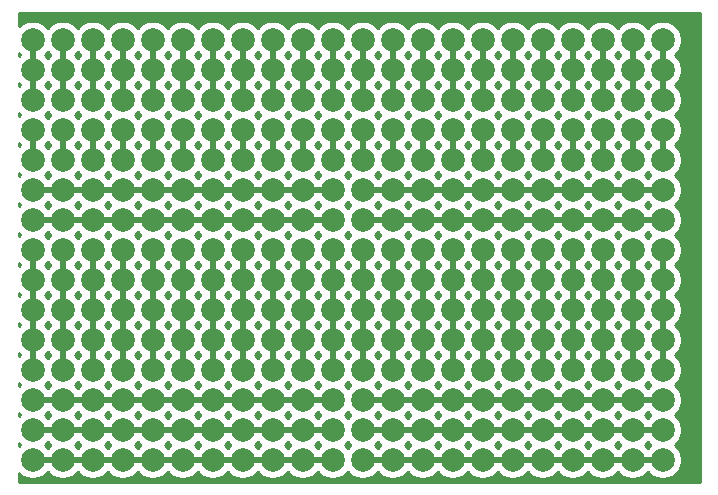
<source format=gbr>
G04 #@! TF.GenerationSoftware,KiCad,Pcbnew,5.1.5+dfsg1-2build2*
G04 #@! TF.CreationDate,2022-07-24T21:21:58-05:00*
G04 #@! TF.ProjectId,MCU_PROTO_SPORTCAM,4d43555f-5052-44f5-944f-5f53504f5254,rev?*
G04 #@! TF.SameCoordinates,Original*
G04 #@! TF.FileFunction,Copper,L1,Top*
G04 #@! TF.FilePolarity,Positive*
%FSLAX46Y46*%
G04 Gerber Fmt 4.6, Leading zero omitted, Abs format (unit mm)*
G04 Created by KiCad (PCBNEW 5.1.5+dfsg1-2build2) date 2022-07-24 21:21:58*
%MOMM*%
%LPD*%
G04 APERTURE LIST*
%ADD10C,2.000000*%
%ADD11C,0.500000*%
%ADD12C,0.254000*%
G04 APERTURE END LIST*
D10*
X127241300Y-135950000D03*
X124701300Y-135950000D03*
X122161300Y-135950000D03*
X119621300Y-135950000D03*
X117081300Y-135950000D03*
X114541300Y-135950000D03*
X112001300Y-135950000D03*
X109461300Y-135950000D03*
X106921300Y-135950000D03*
X104381300Y-135950000D03*
X101841300Y-135950000D03*
X127241300Y-133410000D03*
X124701300Y-133410000D03*
X122161300Y-133410000D03*
X119621300Y-133410000D03*
X117081300Y-133410000D03*
X114541300Y-133410000D03*
X112001300Y-133410000D03*
X109461300Y-133410000D03*
X106921300Y-133410000D03*
X104381300Y-133410000D03*
X101841300Y-133410000D03*
X127241300Y-130870000D03*
X124701300Y-130870000D03*
X122161300Y-130870000D03*
X119621300Y-130870000D03*
X117081300Y-130870000D03*
X114541300Y-130870000D03*
X112001300Y-130870000D03*
X109461300Y-130870000D03*
X106921300Y-130870000D03*
X104381300Y-130870000D03*
X101841300Y-130870000D03*
X127241300Y-128330000D03*
X124701300Y-128330000D03*
X122161300Y-128330000D03*
X119621300Y-128330000D03*
X117081300Y-128330000D03*
X114541300Y-128330000D03*
X112001300Y-128330000D03*
X109461300Y-128330000D03*
X106921300Y-128330000D03*
X104381300Y-128330000D03*
X101841300Y-128330000D03*
X127241300Y-125790000D03*
X124701300Y-125790000D03*
X122161300Y-125790000D03*
X119621300Y-125790000D03*
X117081300Y-125790000D03*
X114541300Y-125790000D03*
X112001300Y-125790000D03*
X109461300Y-125790000D03*
X106921300Y-125790000D03*
X104381300Y-125790000D03*
X101841300Y-125790000D03*
X127241300Y-123250000D03*
X124701300Y-123250000D03*
X122161300Y-123250000D03*
X119621300Y-123250000D03*
X117081300Y-123250000D03*
X114541300Y-123250000D03*
X112001300Y-123250000D03*
X109461300Y-123250000D03*
X106921300Y-123250000D03*
X104381300Y-123250000D03*
X101841300Y-123250000D03*
X127241300Y-120710000D03*
X124701300Y-120710000D03*
X122161300Y-120710000D03*
X119621300Y-120710000D03*
X117081300Y-120710000D03*
X114541300Y-120710000D03*
X112001300Y-120710000D03*
X109461300Y-120710000D03*
X106921300Y-120710000D03*
X104381300Y-120710000D03*
X101841300Y-120710000D03*
X127241300Y-118170000D03*
X124701300Y-118170000D03*
X122161300Y-118170000D03*
X119621300Y-118170000D03*
X117081300Y-118170000D03*
X114541300Y-118170000D03*
X112001300Y-118170000D03*
X109461300Y-118170000D03*
X106921300Y-118170000D03*
X104381300Y-118170000D03*
X101841300Y-118170000D03*
X106921300Y-138490000D03*
X104381300Y-138490000D03*
X101841300Y-138490000D03*
X129781300Y-115630000D03*
X127241300Y-115630000D03*
X124701300Y-115630000D03*
X122161300Y-115630000D03*
X119621300Y-115630000D03*
X117081300Y-115630000D03*
X114541300Y-115630000D03*
X112001300Y-115630000D03*
X109461300Y-115630000D03*
X106921300Y-115630000D03*
X104381300Y-115630000D03*
X101841300Y-115630000D03*
X129781300Y-113090000D03*
X127241300Y-113090000D03*
X124701300Y-113090000D03*
X122161300Y-113090000D03*
X119621300Y-113090000D03*
X117081300Y-113090000D03*
X114541300Y-113090000D03*
X112001300Y-113090000D03*
X109461300Y-113090000D03*
X106921300Y-113090000D03*
X104381300Y-113090000D03*
X101841300Y-113090000D03*
X129781300Y-110550000D03*
X127241300Y-110550000D03*
X124701300Y-110550000D03*
X122161300Y-110550000D03*
X119621300Y-110550000D03*
X117081300Y-110550000D03*
X114541300Y-110550000D03*
X112001300Y-110550000D03*
X109461300Y-110550000D03*
X106921300Y-110550000D03*
X104381300Y-110550000D03*
X101841300Y-110550000D03*
X129781300Y-138490000D03*
X155181300Y-138490000D03*
X152641300Y-138490000D03*
X150101300Y-138490000D03*
X147561300Y-138490000D03*
X145021300Y-138490000D03*
X142481300Y-138490000D03*
X139941300Y-138490000D03*
X137401300Y-138490000D03*
X134861300Y-138490000D03*
X132321300Y-138490000D03*
X155181300Y-135950000D03*
X152641300Y-135950000D03*
X150101300Y-135950000D03*
X147561300Y-135950000D03*
X145021300Y-135950000D03*
X142481300Y-135950000D03*
X139941300Y-135950000D03*
X137401300Y-135950000D03*
X134861300Y-135950000D03*
X132321300Y-135950000D03*
X155181300Y-133410000D03*
X152641300Y-133410000D03*
X150101300Y-133410000D03*
X147561300Y-133410000D03*
X145021300Y-133410000D03*
X142481300Y-133410000D03*
X139941300Y-133410000D03*
X137401300Y-133410000D03*
X134861300Y-133410000D03*
X132321300Y-133410000D03*
X155181300Y-130870000D03*
X152641300Y-130870000D03*
X150101300Y-130870000D03*
X147561300Y-130870000D03*
X145021300Y-130870000D03*
X142481300Y-130870000D03*
X139941300Y-130870000D03*
X137401300Y-130870000D03*
X134861300Y-130870000D03*
X132321300Y-130870000D03*
X155181300Y-128330000D03*
X152641300Y-128330000D03*
X150101300Y-128330000D03*
X147561300Y-128330000D03*
X145021300Y-128330000D03*
X142481300Y-128330000D03*
X139941300Y-128330000D03*
X137401300Y-128330000D03*
X134861300Y-128330000D03*
X132321300Y-128330000D03*
X155181300Y-125790000D03*
X152641300Y-125790000D03*
X150101300Y-125790000D03*
X147561300Y-125790000D03*
X145021300Y-125790000D03*
X142481300Y-125790000D03*
X139941300Y-125790000D03*
X137401300Y-125790000D03*
X134861300Y-125790000D03*
X132321300Y-125790000D03*
X155181300Y-123250000D03*
X152641300Y-123250000D03*
X150101300Y-123250000D03*
X147561300Y-123250000D03*
X145021300Y-123250000D03*
X142481300Y-123250000D03*
X139941300Y-123250000D03*
X137401300Y-123250000D03*
X134861300Y-123250000D03*
X132321300Y-123250000D03*
X155181300Y-120710000D03*
X152641300Y-120710000D03*
X150101300Y-120710000D03*
X147561300Y-120710000D03*
X145021300Y-120710000D03*
X142481300Y-120710000D03*
X139941300Y-120710000D03*
X137401300Y-120710000D03*
X134861300Y-120710000D03*
X132321300Y-120710000D03*
X155181300Y-118170000D03*
X152641300Y-118170000D03*
X150101300Y-118170000D03*
X147561300Y-118170000D03*
X145021300Y-118170000D03*
X142481300Y-118170000D03*
X139941300Y-118170000D03*
X137401300Y-118170000D03*
X134861300Y-118170000D03*
X132321300Y-118170000D03*
X155181300Y-115630000D03*
X152641300Y-115630000D03*
X150101300Y-115630000D03*
X147561300Y-115630000D03*
X145021300Y-115630000D03*
X142481300Y-115630000D03*
X139941300Y-115630000D03*
X137401300Y-115630000D03*
X134861300Y-115630000D03*
X132321300Y-115630000D03*
X155181300Y-113090000D03*
X152641300Y-113090000D03*
X150101300Y-113090000D03*
X147561300Y-113090000D03*
X145021300Y-113090000D03*
X142481300Y-113090000D03*
X139941300Y-113090000D03*
X137401300Y-113090000D03*
X134861300Y-113090000D03*
X132321300Y-113090000D03*
X155181300Y-110550000D03*
X152641300Y-110550000D03*
X150101300Y-110550000D03*
X147561300Y-110550000D03*
X145021300Y-110550000D03*
X142481300Y-110550000D03*
X139941300Y-110550000D03*
X137401300Y-110550000D03*
X134861300Y-110550000D03*
X155181300Y-102930000D03*
X152641300Y-102930000D03*
X150101300Y-102930000D03*
X147561300Y-102930000D03*
X145021300Y-102930000D03*
X142481300Y-102930000D03*
X139941300Y-102930000D03*
X137401300Y-102930000D03*
X134861300Y-102930000D03*
X132321300Y-102930000D03*
X129781300Y-102930000D03*
X127241300Y-102930000D03*
X124701300Y-102930000D03*
X122161300Y-102930000D03*
X119621300Y-102930000D03*
X117081300Y-102930000D03*
X114541300Y-102930000D03*
X112001300Y-102930000D03*
X109461300Y-102930000D03*
X106921300Y-102930000D03*
X104381300Y-102930000D03*
X155181300Y-105470000D03*
X152641300Y-105470000D03*
X150101300Y-105470000D03*
X147561300Y-105470000D03*
X145021300Y-105470000D03*
X142481300Y-105470000D03*
X139941300Y-105470000D03*
X137401300Y-105470000D03*
X134861300Y-105470000D03*
X132321300Y-105470000D03*
X129781300Y-105470000D03*
X127241300Y-105470000D03*
X124701300Y-105470000D03*
X122161300Y-105470000D03*
X119621300Y-105470000D03*
X117081300Y-105470000D03*
X114541300Y-105470000D03*
X112001300Y-105470000D03*
X109461300Y-105470000D03*
X106921300Y-105470000D03*
X104381300Y-105470000D03*
X155181300Y-108010000D03*
X152641300Y-108010000D03*
X150101300Y-108010000D03*
X147561300Y-108010000D03*
X145021300Y-108010000D03*
X142481300Y-108010000D03*
X139941300Y-108010000D03*
X137401300Y-108010000D03*
X134861300Y-108010000D03*
X132321300Y-108010000D03*
X129781300Y-108010000D03*
X127241300Y-108010000D03*
X124701300Y-108010000D03*
X122161300Y-108010000D03*
X119621300Y-108010000D03*
X117081300Y-108010000D03*
X114541300Y-108010000D03*
X112001300Y-108010000D03*
X109461300Y-108010000D03*
X106921300Y-108010000D03*
X104381300Y-108010000D03*
X124701300Y-138490000D03*
X122161300Y-138490000D03*
X119621300Y-138490000D03*
X117081300Y-138490000D03*
X114541300Y-138490000D03*
X112001300Y-138490000D03*
X129781300Y-118170000D03*
X129781300Y-120710000D03*
X129781300Y-123250000D03*
X129781300Y-125790000D03*
X129781300Y-128330000D03*
X129781300Y-130870000D03*
X129781300Y-133410000D03*
X101841300Y-108010000D03*
X129781300Y-135950000D03*
X127241300Y-138490000D03*
X109461300Y-138490000D03*
X132321300Y-110550000D03*
X101841300Y-102930000D03*
X101841300Y-105470000D03*
D11*
X101841300Y-105470000D02*
X101841300Y-102930000D01*
X104381300Y-105470000D02*
X104381300Y-102930000D01*
X106921300Y-105470000D02*
X106921300Y-102930000D01*
X109461300Y-105470000D02*
X109461300Y-102930000D01*
X112001300Y-105470000D02*
X112001300Y-102930000D01*
X114541300Y-105470000D02*
X114541300Y-102930000D01*
X117081300Y-105470000D02*
X117081300Y-102930000D01*
X119621300Y-105470000D02*
X119621300Y-102930000D01*
X122161300Y-105470000D02*
X122161300Y-102930000D01*
X124701300Y-105470000D02*
X124701300Y-102930000D01*
X127241300Y-105470000D02*
X127241300Y-102930000D01*
X129781300Y-105470000D02*
X129781300Y-102930000D01*
X132321300Y-105470000D02*
X132321300Y-102930000D01*
X134861300Y-105470000D02*
X134861300Y-102930000D01*
X137401300Y-105470000D02*
X137401300Y-102930000D01*
X139941300Y-105470000D02*
X139941300Y-102930000D01*
X142481300Y-105470000D02*
X142481300Y-102930000D01*
X145021300Y-105470000D02*
X145021300Y-102930000D01*
X147561300Y-105470000D02*
X147561300Y-102930000D01*
X150101300Y-105470000D02*
X150101300Y-102930000D01*
X152641300Y-105470000D02*
X152641300Y-102930000D01*
X155181300Y-105470000D02*
X155181300Y-102930000D01*
X101841300Y-108010000D02*
X101841300Y-105470000D01*
X104381300Y-108010000D02*
X104381300Y-105470000D01*
X106921300Y-108010000D02*
X106921300Y-105470000D01*
X109461300Y-108010000D02*
X109461300Y-105470000D01*
X112001300Y-108010000D02*
X112001300Y-105470000D01*
X114541300Y-108010000D02*
X114541300Y-105470000D01*
X117081300Y-108010000D02*
X117081300Y-105470000D01*
X119621300Y-108010000D02*
X119621300Y-105470000D01*
X122161300Y-108010000D02*
X122161300Y-105470000D01*
X124701300Y-108010000D02*
X124701300Y-105470000D01*
X127241300Y-108010000D02*
X127241300Y-105470000D01*
X129781300Y-108010000D02*
X129781300Y-105470000D01*
X132321300Y-108010000D02*
X132321300Y-105470000D01*
X134861300Y-108010000D02*
X134861300Y-105470000D01*
X137401300Y-108010000D02*
X137401300Y-105470000D01*
X139941300Y-108010000D02*
X139941300Y-105470000D01*
X142481300Y-108010000D02*
X142481300Y-105470000D01*
X145021300Y-108010000D02*
X145021300Y-105470000D01*
X147561300Y-108010000D02*
X147561300Y-105470000D01*
X150101300Y-108010000D02*
X150101300Y-105470000D01*
X152641300Y-108010000D02*
X152641300Y-105470000D01*
X155181300Y-108010000D02*
X155181300Y-105470000D01*
X101841300Y-113090000D02*
X101841300Y-110550000D01*
X104381300Y-113090000D02*
X104381300Y-110550000D01*
X106921300Y-113090000D02*
X106921300Y-110550000D01*
X109461300Y-113090000D02*
X109461300Y-110550000D01*
X112001300Y-113090000D02*
X112001300Y-110550000D01*
X114541300Y-113090000D02*
X114541300Y-110550000D01*
X117081300Y-113090000D02*
X117081300Y-110550000D01*
X119621300Y-113090000D02*
X119621300Y-110550000D01*
X122161300Y-113090000D02*
X122161300Y-110550000D01*
X124701300Y-113090000D02*
X124701300Y-110550000D01*
X127241300Y-113090000D02*
X127241300Y-110550000D01*
X129781300Y-113090000D02*
X129781300Y-110550000D01*
X132321300Y-113090000D02*
X132321300Y-110550000D01*
X134861300Y-113090000D02*
X134861300Y-110550000D01*
X137401300Y-113090000D02*
X137401300Y-110550000D01*
X139941300Y-113090000D02*
X139941300Y-110550000D01*
X142481300Y-113090000D02*
X142481300Y-110550000D01*
X145021300Y-113090000D02*
X145021300Y-110550000D01*
X147561300Y-113090000D02*
X147561300Y-110550000D01*
X150101300Y-113090000D02*
X150101300Y-110550000D01*
X152641300Y-113090000D02*
X152641300Y-110550000D01*
X155181300Y-113090000D02*
X155181300Y-110550000D01*
X101841300Y-115630000D02*
X104381300Y-115630000D01*
X104381300Y-115630000D02*
X106921300Y-115630000D01*
X106921300Y-115630000D02*
X109461300Y-115630000D01*
X109461300Y-115630000D02*
X112001300Y-115630000D01*
X112001300Y-115630000D02*
X114541300Y-115630000D01*
X114541300Y-115630000D02*
X117081300Y-115630000D01*
X117081300Y-115630000D02*
X119621300Y-115630000D01*
X119621300Y-115630000D02*
X122161300Y-115630000D01*
X122161300Y-115630000D02*
X124701300Y-115630000D01*
X124701300Y-115630000D02*
X127241300Y-115630000D01*
X129781300Y-115630000D02*
X132321300Y-115630000D01*
X132321300Y-115630000D02*
X134861300Y-115630000D01*
X134861300Y-115630000D02*
X137401300Y-115630000D01*
X137401300Y-115630000D02*
X139941300Y-115630000D01*
X139941300Y-115630000D02*
X142481300Y-115630000D01*
X142481300Y-115630000D02*
X145021300Y-115630000D01*
X145021300Y-115630000D02*
X147561300Y-115630000D01*
X147561300Y-115630000D02*
X150101300Y-115630000D01*
X150101300Y-115630000D02*
X152641300Y-115630000D01*
X152641300Y-115630000D02*
X155181300Y-115630000D01*
X101841300Y-118170000D02*
X104381300Y-118170000D01*
X104381300Y-118170000D02*
X106921300Y-118170000D01*
X106921300Y-118170000D02*
X109461300Y-118170000D01*
X109461300Y-118170000D02*
X112001300Y-118170000D01*
X112001300Y-118170000D02*
X114541300Y-118170000D01*
X114541300Y-118170000D02*
X117081300Y-118170000D01*
X117081300Y-118170000D02*
X119621300Y-118170000D01*
X119621300Y-118170000D02*
X122161300Y-118170000D01*
X122161300Y-118170000D02*
X124701300Y-118170000D01*
X124701300Y-118170000D02*
X127241300Y-118170000D01*
X129781300Y-118170000D02*
X132321300Y-118170000D01*
X132321300Y-118170000D02*
X134861300Y-118170000D01*
X134861300Y-118170000D02*
X137401300Y-118170000D01*
X137401300Y-118170000D02*
X139941300Y-118170000D01*
X139941300Y-118170000D02*
X142481300Y-118170000D01*
X142481300Y-118170000D02*
X145021300Y-118170000D01*
X145021300Y-118170000D02*
X147561300Y-118170000D01*
X147561300Y-118170000D02*
X150101300Y-118170000D01*
X150101300Y-118170000D02*
X152641300Y-118170000D01*
X152641300Y-118170000D02*
X155181300Y-118170000D01*
X101841300Y-133410000D02*
X104381300Y-133410000D01*
X104381300Y-133410000D02*
X106921300Y-133410000D01*
X106921300Y-133410000D02*
X109461300Y-133410000D01*
X109461300Y-133410000D02*
X112001300Y-133410000D01*
X112001300Y-133410000D02*
X114541300Y-133410000D01*
X114541300Y-133410000D02*
X117081300Y-133410000D01*
X117081300Y-133410000D02*
X119621300Y-133410000D01*
X119621300Y-133410000D02*
X122161300Y-133410000D01*
X122161300Y-133410000D02*
X124701300Y-133410000D01*
X124701300Y-133410000D02*
X127241300Y-133410000D01*
X129781300Y-133410000D02*
X132321300Y-133410000D01*
X132321300Y-133410000D02*
X134861300Y-133410000D01*
X134861300Y-133410000D02*
X137401300Y-133410000D01*
X137401300Y-133410000D02*
X139941300Y-133410000D01*
X139941300Y-133410000D02*
X142481300Y-133410000D01*
X142481300Y-133410000D02*
X145021300Y-133410000D01*
X145021300Y-133410000D02*
X147561300Y-133410000D01*
X147561300Y-133410000D02*
X150101300Y-133410000D01*
X150101300Y-133410000D02*
X152641300Y-133410000D01*
X152641300Y-133410000D02*
X155181300Y-133410000D01*
X101841300Y-135950000D02*
X104381300Y-135950000D01*
X104381300Y-135950000D02*
X106921300Y-135950000D01*
X106921300Y-135950000D02*
X109461300Y-135950000D01*
X109461300Y-135950000D02*
X112001300Y-135950000D01*
X112001300Y-135950000D02*
X114541300Y-135950000D01*
X114541300Y-135950000D02*
X117081300Y-135950000D01*
X117081300Y-135950000D02*
X119621300Y-135950000D01*
X119621300Y-135950000D02*
X122161300Y-135950000D01*
X122161300Y-135950000D02*
X124701300Y-135950000D01*
X124701300Y-135950000D02*
X127241300Y-135950000D01*
X129781300Y-135950000D02*
X132321300Y-135950000D01*
X132321300Y-135950000D02*
X134861300Y-135950000D01*
X134861300Y-135950000D02*
X137401300Y-135950000D01*
X137401300Y-135950000D02*
X139941300Y-135950000D01*
X139941300Y-135950000D02*
X142481300Y-135950000D01*
X142481300Y-135950000D02*
X145021300Y-135950000D01*
X145021300Y-135950000D02*
X147561300Y-135950000D01*
X147561300Y-135950000D02*
X150101300Y-135950000D01*
X150101300Y-135950000D02*
X152641300Y-135950000D01*
X152641300Y-135950000D02*
X155181300Y-135950000D01*
X101841300Y-138490000D02*
X104381300Y-138490000D01*
X104381300Y-138490000D02*
X106921300Y-138490000D01*
X106921300Y-138490000D02*
X109461300Y-138490000D01*
X109461300Y-138490000D02*
X112001300Y-138490000D01*
X112001300Y-138490000D02*
X114541300Y-138490000D01*
X114541300Y-138490000D02*
X117081300Y-138490000D01*
X117081300Y-138490000D02*
X119621300Y-138490000D01*
X119621300Y-138490000D02*
X122161300Y-138490000D01*
X122161300Y-138490000D02*
X124701300Y-138490000D01*
X124701300Y-138490000D02*
X127241300Y-138490000D01*
X129781300Y-138490000D02*
X132321300Y-138490000D01*
X132321300Y-138490000D02*
X134861300Y-138490000D01*
X134861300Y-138490000D02*
X137401300Y-138490000D01*
X137401300Y-138490000D02*
X139941300Y-138490000D01*
X139941300Y-138490000D02*
X142481300Y-138490000D01*
X142481300Y-138490000D02*
X145021300Y-138490000D01*
X145021300Y-138490000D02*
X147561300Y-138490000D01*
X147561300Y-138490000D02*
X150101300Y-138490000D01*
X150101300Y-138490000D02*
X152641300Y-138490000D01*
X152641300Y-138490000D02*
X155181300Y-138490000D01*
X101841300Y-123250000D02*
X101841300Y-120710000D01*
X104381300Y-123250000D02*
X104381300Y-120710000D01*
X106921300Y-123250000D02*
X106921300Y-120710000D01*
X109461300Y-123250000D02*
X109461300Y-120710000D01*
X112001300Y-123250000D02*
X112001300Y-120710000D01*
X114541300Y-123250000D02*
X114541300Y-120710000D01*
X117081300Y-123250000D02*
X117081300Y-120710000D01*
X119621300Y-123250000D02*
X119621300Y-120710000D01*
X122161300Y-123250000D02*
X122161300Y-120710000D01*
X124701300Y-123250000D02*
X124701300Y-120710000D01*
X127241300Y-123250000D02*
X127241300Y-120710000D01*
X129781300Y-123250000D02*
X129781300Y-120710000D01*
X132321300Y-123250000D02*
X132321300Y-120710000D01*
X134861300Y-123250000D02*
X134861300Y-120710000D01*
X137401300Y-123250000D02*
X137401300Y-120710000D01*
X139941300Y-123250000D02*
X139941300Y-120710000D01*
X142481300Y-123250000D02*
X142481300Y-120710000D01*
X145021300Y-123250000D02*
X145021300Y-120710000D01*
X147561300Y-123250000D02*
X147561300Y-120710000D01*
X150101300Y-123250000D02*
X150101300Y-120710000D01*
X152641300Y-123250000D02*
X152641300Y-120710000D01*
X155181300Y-123250000D02*
X155181300Y-120710000D01*
X101841300Y-125790000D02*
X101841300Y-123250000D01*
X104381300Y-125790000D02*
X104381300Y-123250000D01*
X106921300Y-125790000D02*
X106921300Y-123250000D01*
X109461300Y-125790000D02*
X109461300Y-123250000D01*
X112001300Y-125790000D02*
X112001300Y-123250000D01*
X114541300Y-125790000D02*
X114541300Y-123250000D01*
X117081300Y-125790000D02*
X117081300Y-123250000D01*
X119621300Y-125790000D02*
X119621300Y-123250000D01*
X122161300Y-125790000D02*
X122161300Y-123250000D01*
X124701300Y-125790000D02*
X124701300Y-123250000D01*
X127241300Y-125790000D02*
X127241300Y-123250000D01*
X129781300Y-125790000D02*
X129781300Y-123250000D01*
X132321300Y-125790000D02*
X132321300Y-123250000D01*
X134861300Y-125790000D02*
X134861300Y-123250000D01*
X137401300Y-125790000D02*
X137401300Y-123250000D01*
X139941300Y-125790000D02*
X139941300Y-123250000D01*
X142481300Y-125790000D02*
X142481300Y-123250000D01*
X145021300Y-125790000D02*
X145021300Y-123250000D01*
X147561300Y-125790000D02*
X147561300Y-123250000D01*
X150101300Y-125790000D02*
X150101300Y-123250000D01*
X152641300Y-125790000D02*
X152641300Y-123250000D01*
X155181300Y-125790000D02*
X155181300Y-123250000D01*
X101841300Y-128330000D02*
X101841300Y-125790000D01*
X104381300Y-128330000D02*
X104381300Y-125790000D01*
X106921300Y-128330000D02*
X106921300Y-125790000D01*
X109461300Y-128330000D02*
X109461300Y-125790000D01*
X112001300Y-128330000D02*
X112001300Y-125790000D01*
X114541300Y-128330000D02*
X114541300Y-125790000D01*
X117081300Y-128330000D02*
X117081300Y-125790000D01*
X119621300Y-128330000D02*
X119621300Y-125790000D01*
X122161300Y-128330000D02*
X122161300Y-125790000D01*
X124701300Y-128330000D02*
X124701300Y-125790000D01*
X127241300Y-128330000D02*
X127241300Y-125790000D01*
X129781300Y-128330000D02*
X129781300Y-125790000D01*
X132321300Y-128330000D02*
X132321300Y-125790000D01*
X134861300Y-128330000D02*
X134861300Y-125790000D01*
X137401300Y-128330000D02*
X137401300Y-125790000D01*
X139941300Y-128330000D02*
X139941300Y-125790000D01*
X142481300Y-128330000D02*
X142481300Y-125790000D01*
X145021300Y-128330000D02*
X145021300Y-125790000D01*
X147561300Y-128330000D02*
X147561300Y-125790000D01*
X150101300Y-128330000D02*
X150101300Y-125790000D01*
X152641300Y-128330000D02*
X152641300Y-125790000D01*
X155181300Y-128330000D02*
X155181300Y-125790000D01*
X101841300Y-130870000D02*
X101841300Y-128330000D01*
X104381300Y-130870000D02*
X104381300Y-128330000D01*
X106921300Y-130870000D02*
X106921300Y-128330000D01*
X109461300Y-130870000D02*
X109461300Y-128330000D01*
X112001300Y-130870000D02*
X112001300Y-128330000D01*
X114541300Y-130870000D02*
X114541300Y-128330000D01*
X117081300Y-130870000D02*
X117081300Y-128330000D01*
X119621300Y-130870000D02*
X119621300Y-128330000D01*
X122161300Y-130870000D02*
X122161300Y-128330000D01*
X124701300Y-130870000D02*
X124701300Y-128330000D01*
X127241300Y-130870000D02*
X127241300Y-128330000D01*
X129781300Y-130870000D02*
X129781300Y-128330000D01*
X132321300Y-130870000D02*
X132321300Y-128330000D01*
X134861300Y-130870000D02*
X134861300Y-128330000D01*
X137401300Y-130870000D02*
X137401300Y-128330000D01*
X139941300Y-130870000D02*
X139941300Y-128330000D01*
X142481300Y-130870000D02*
X142481300Y-128330000D01*
X145021300Y-130870000D02*
X145021300Y-128330000D01*
X147561300Y-130870000D02*
X147561300Y-128330000D01*
X150101300Y-130870000D02*
X150101300Y-128330000D01*
X152641300Y-130870000D02*
X152641300Y-128330000D01*
X155181300Y-130870000D02*
X155181300Y-128330000D01*
D12*
G36*
X158340001Y-140340000D02*
G01*
X100660000Y-140340000D01*
X100660000Y-139620939D01*
X100799048Y-139759987D01*
X101066837Y-139938918D01*
X101364388Y-140062168D01*
X101680267Y-140125000D01*
X102002333Y-140125000D01*
X102318212Y-140062168D01*
X102615763Y-139938918D01*
X102883552Y-139759987D01*
X103111287Y-139532252D01*
X103111300Y-139532233D01*
X103111313Y-139532252D01*
X103339048Y-139759987D01*
X103606837Y-139938918D01*
X103904388Y-140062168D01*
X104220267Y-140125000D01*
X104542333Y-140125000D01*
X104858212Y-140062168D01*
X105155763Y-139938918D01*
X105423552Y-139759987D01*
X105651287Y-139532252D01*
X105651300Y-139532233D01*
X105651313Y-139532252D01*
X105879048Y-139759987D01*
X106146837Y-139938918D01*
X106444388Y-140062168D01*
X106760267Y-140125000D01*
X107082333Y-140125000D01*
X107398212Y-140062168D01*
X107695763Y-139938918D01*
X107963552Y-139759987D01*
X108191287Y-139532252D01*
X108191300Y-139532233D01*
X108191313Y-139532252D01*
X108419048Y-139759987D01*
X108686837Y-139938918D01*
X108984388Y-140062168D01*
X109300267Y-140125000D01*
X109622333Y-140125000D01*
X109938212Y-140062168D01*
X110235763Y-139938918D01*
X110503552Y-139759987D01*
X110731287Y-139532252D01*
X110731300Y-139532233D01*
X110731313Y-139532252D01*
X110959048Y-139759987D01*
X111226837Y-139938918D01*
X111524388Y-140062168D01*
X111840267Y-140125000D01*
X112162333Y-140125000D01*
X112478212Y-140062168D01*
X112775763Y-139938918D01*
X113043552Y-139759987D01*
X113271287Y-139532252D01*
X113271300Y-139532233D01*
X113271313Y-139532252D01*
X113499048Y-139759987D01*
X113766837Y-139938918D01*
X114064388Y-140062168D01*
X114380267Y-140125000D01*
X114702333Y-140125000D01*
X115018212Y-140062168D01*
X115315763Y-139938918D01*
X115583552Y-139759987D01*
X115811287Y-139532252D01*
X115811300Y-139532233D01*
X115811313Y-139532252D01*
X116039048Y-139759987D01*
X116306837Y-139938918D01*
X116604388Y-140062168D01*
X116920267Y-140125000D01*
X117242333Y-140125000D01*
X117558212Y-140062168D01*
X117855763Y-139938918D01*
X118123552Y-139759987D01*
X118351287Y-139532252D01*
X118351300Y-139532233D01*
X118351313Y-139532252D01*
X118579048Y-139759987D01*
X118846837Y-139938918D01*
X119144388Y-140062168D01*
X119460267Y-140125000D01*
X119782333Y-140125000D01*
X120098212Y-140062168D01*
X120395763Y-139938918D01*
X120663552Y-139759987D01*
X120891287Y-139532252D01*
X120891300Y-139532233D01*
X120891313Y-139532252D01*
X121119048Y-139759987D01*
X121386837Y-139938918D01*
X121684388Y-140062168D01*
X122000267Y-140125000D01*
X122322333Y-140125000D01*
X122638212Y-140062168D01*
X122935763Y-139938918D01*
X123203552Y-139759987D01*
X123431287Y-139532252D01*
X123431300Y-139532233D01*
X123431313Y-139532252D01*
X123659048Y-139759987D01*
X123926837Y-139938918D01*
X124224388Y-140062168D01*
X124540267Y-140125000D01*
X124862333Y-140125000D01*
X125178212Y-140062168D01*
X125475763Y-139938918D01*
X125743552Y-139759987D01*
X125971287Y-139532252D01*
X125971300Y-139532233D01*
X125971313Y-139532252D01*
X126199048Y-139759987D01*
X126466837Y-139938918D01*
X126764388Y-140062168D01*
X127080267Y-140125000D01*
X127402333Y-140125000D01*
X127718212Y-140062168D01*
X128015763Y-139938918D01*
X128283552Y-139759987D01*
X128511287Y-139532252D01*
X128511300Y-139532233D01*
X128511313Y-139532252D01*
X128739048Y-139759987D01*
X129006837Y-139938918D01*
X129304388Y-140062168D01*
X129620267Y-140125000D01*
X129942333Y-140125000D01*
X130258212Y-140062168D01*
X130555763Y-139938918D01*
X130823552Y-139759987D01*
X131051287Y-139532252D01*
X131051300Y-139532233D01*
X131051313Y-139532252D01*
X131279048Y-139759987D01*
X131546837Y-139938918D01*
X131844388Y-140062168D01*
X132160267Y-140125000D01*
X132482333Y-140125000D01*
X132798212Y-140062168D01*
X133095763Y-139938918D01*
X133363552Y-139759987D01*
X133591287Y-139532252D01*
X133591300Y-139532233D01*
X133591313Y-139532252D01*
X133819048Y-139759987D01*
X134086837Y-139938918D01*
X134384388Y-140062168D01*
X134700267Y-140125000D01*
X135022333Y-140125000D01*
X135338212Y-140062168D01*
X135635763Y-139938918D01*
X135903552Y-139759987D01*
X136131287Y-139532252D01*
X136131300Y-139532233D01*
X136131313Y-139532252D01*
X136359048Y-139759987D01*
X136626837Y-139938918D01*
X136924388Y-140062168D01*
X137240267Y-140125000D01*
X137562333Y-140125000D01*
X137878212Y-140062168D01*
X138175763Y-139938918D01*
X138443552Y-139759987D01*
X138671287Y-139532252D01*
X138671300Y-139532233D01*
X138671313Y-139532252D01*
X138899048Y-139759987D01*
X139166837Y-139938918D01*
X139464388Y-140062168D01*
X139780267Y-140125000D01*
X140102333Y-140125000D01*
X140418212Y-140062168D01*
X140715763Y-139938918D01*
X140983552Y-139759987D01*
X141211287Y-139532252D01*
X141211300Y-139532233D01*
X141211313Y-139532252D01*
X141439048Y-139759987D01*
X141706837Y-139938918D01*
X142004388Y-140062168D01*
X142320267Y-140125000D01*
X142642333Y-140125000D01*
X142958212Y-140062168D01*
X143255763Y-139938918D01*
X143523552Y-139759987D01*
X143751287Y-139532252D01*
X143751300Y-139532233D01*
X143751313Y-139532252D01*
X143979048Y-139759987D01*
X144246837Y-139938918D01*
X144544388Y-140062168D01*
X144860267Y-140125000D01*
X145182333Y-140125000D01*
X145498212Y-140062168D01*
X145795763Y-139938918D01*
X146063552Y-139759987D01*
X146291287Y-139532252D01*
X146291300Y-139532233D01*
X146291313Y-139532252D01*
X146519048Y-139759987D01*
X146786837Y-139938918D01*
X147084388Y-140062168D01*
X147400267Y-140125000D01*
X147722333Y-140125000D01*
X148038212Y-140062168D01*
X148335763Y-139938918D01*
X148603552Y-139759987D01*
X148831287Y-139532252D01*
X148831300Y-139532233D01*
X148831313Y-139532252D01*
X149059048Y-139759987D01*
X149326837Y-139938918D01*
X149624388Y-140062168D01*
X149940267Y-140125000D01*
X150262333Y-140125000D01*
X150578212Y-140062168D01*
X150875763Y-139938918D01*
X151143552Y-139759987D01*
X151371287Y-139532252D01*
X151371300Y-139532233D01*
X151371313Y-139532252D01*
X151599048Y-139759987D01*
X151866837Y-139938918D01*
X152164388Y-140062168D01*
X152480267Y-140125000D01*
X152802333Y-140125000D01*
X153118212Y-140062168D01*
X153415763Y-139938918D01*
X153683552Y-139759987D01*
X153911287Y-139532252D01*
X153911300Y-139532233D01*
X153911313Y-139532252D01*
X154139048Y-139759987D01*
X154406837Y-139938918D01*
X154704388Y-140062168D01*
X155020267Y-140125000D01*
X155342333Y-140125000D01*
X155658212Y-140062168D01*
X155955763Y-139938918D01*
X156223552Y-139759987D01*
X156451287Y-139532252D01*
X156630218Y-139264463D01*
X156753468Y-138966912D01*
X156816300Y-138651033D01*
X156816300Y-138328967D01*
X156753468Y-138013088D01*
X156630218Y-137715537D01*
X156451287Y-137447748D01*
X156223552Y-137220013D01*
X156223533Y-137220000D01*
X156223552Y-137219987D01*
X156451287Y-136992252D01*
X156630218Y-136724463D01*
X156753468Y-136426912D01*
X156816300Y-136111033D01*
X156816300Y-135788967D01*
X156753468Y-135473088D01*
X156630218Y-135175537D01*
X156451287Y-134907748D01*
X156223552Y-134680013D01*
X156223533Y-134680000D01*
X156223552Y-134679987D01*
X156451287Y-134452252D01*
X156630218Y-134184463D01*
X156753468Y-133886912D01*
X156816300Y-133571033D01*
X156816300Y-133248967D01*
X156753468Y-132933088D01*
X156630218Y-132635537D01*
X156451287Y-132367748D01*
X156223552Y-132140013D01*
X156223533Y-132140000D01*
X156223552Y-132139987D01*
X156451287Y-131912252D01*
X156630218Y-131644463D01*
X156753468Y-131346912D01*
X156816300Y-131031033D01*
X156816300Y-130708967D01*
X156753468Y-130393088D01*
X156630218Y-130095537D01*
X156451287Y-129827748D01*
X156223552Y-129600013D01*
X156223533Y-129600000D01*
X156223552Y-129599987D01*
X156451287Y-129372252D01*
X156630218Y-129104463D01*
X156753468Y-128806912D01*
X156816300Y-128491033D01*
X156816300Y-128168967D01*
X156753468Y-127853088D01*
X156630218Y-127555537D01*
X156451287Y-127287748D01*
X156223552Y-127060013D01*
X156223533Y-127060000D01*
X156223552Y-127059987D01*
X156451287Y-126832252D01*
X156630218Y-126564463D01*
X156753468Y-126266912D01*
X156816300Y-125951033D01*
X156816300Y-125628967D01*
X156753468Y-125313088D01*
X156630218Y-125015537D01*
X156451287Y-124747748D01*
X156223552Y-124520013D01*
X156223533Y-124520000D01*
X156223552Y-124519987D01*
X156451287Y-124292252D01*
X156630218Y-124024463D01*
X156753468Y-123726912D01*
X156816300Y-123411033D01*
X156816300Y-123088967D01*
X156753468Y-122773088D01*
X156630218Y-122475537D01*
X156451287Y-122207748D01*
X156223552Y-121980013D01*
X156223533Y-121980000D01*
X156223552Y-121979987D01*
X156451287Y-121752252D01*
X156630218Y-121484463D01*
X156753468Y-121186912D01*
X156816300Y-120871033D01*
X156816300Y-120548967D01*
X156753468Y-120233088D01*
X156630218Y-119935537D01*
X156451287Y-119667748D01*
X156223552Y-119440013D01*
X156223533Y-119440000D01*
X156223552Y-119439987D01*
X156451287Y-119212252D01*
X156630218Y-118944463D01*
X156753468Y-118646912D01*
X156816300Y-118331033D01*
X156816300Y-118008967D01*
X156753468Y-117693088D01*
X156630218Y-117395537D01*
X156451287Y-117127748D01*
X156223552Y-116900013D01*
X156223533Y-116900000D01*
X156223552Y-116899987D01*
X156451287Y-116672252D01*
X156630218Y-116404463D01*
X156753468Y-116106912D01*
X156816300Y-115791033D01*
X156816300Y-115468967D01*
X156753468Y-115153088D01*
X156630218Y-114855537D01*
X156451287Y-114587748D01*
X156223552Y-114360013D01*
X156223533Y-114360000D01*
X156223552Y-114359987D01*
X156451287Y-114132252D01*
X156630218Y-113864463D01*
X156753468Y-113566912D01*
X156816300Y-113251033D01*
X156816300Y-112928967D01*
X156753468Y-112613088D01*
X156630218Y-112315537D01*
X156451287Y-112047748D01*
X156223552Y-111820013D01*
X156223533Y-111820000D01*
X156223552Y-111819987D01*
X156451287Y-111592252D01*
X156630218Y-111324463D01*
X156753468Y-111026912D01*
X156816300Y-110711033D01*
X156816300Y-110388967D01*
X156753468Y-110073088D01*
X156630218Y-109775537D01*
X156451287Y-109507748D01*
X156223552Y-109280013D01*
X156223533Y-109280000D01*
X156223552Y-109279987D01*
X156451287Y-109052252D01*
X156630218Y-108784463D01*
X156753468Y-108486912D01*
X156816300Y-108171033D01*
X156816300Y-107848967D01*
X156753468Y-107533088D01*
X156630218Y-107235537D01*
X156451287Y-106967748D01*
X156223552Y-106740013D01*
X156223533Y-106740000D01*
X156223552Y-106739987D01*
X156451287Y-106512252D01*
X156630218Y-106244463D01*
X156753468Y-105946912D01*
X156816300Y-105631033D01*
X156816300Y-105308967D01*
X156753468Y-104993088D01*
X156630218Y-104695537D01*
X156451287Y-104427748D01*
X156223552Y-104200013D01*
X156223533Y-104200000D01*
X156223552Y-104199987D01*
X156451287Y-103972252D01*
X156630218Y-103704463D01*
X156753468Y-103406912D01*
X156816300Y-103091033D01*
X156816300Y-102768967D01*
X156753468Y-102453088D01*
X156630218Y-102155537D01*
X156451287Y-101887748D01*
X156223552Y-101660013D01*
X155955763Y-101481082D01*
X155658212Y-101357832D01*
X155342333Y-101295000D01*
X155020267Y-101295000D01*
X154704388Y-101357832D01*
X154406837Y-101481082D01*
X154139048Y-101660013D01*
X153911313Y-101887748D01*
X153911300Y-101887767D01*
X153911287Y-101887748D01*
X153683552Y-101660013D01*
X153415763Y-101481082D01*
X153118212Y-101357832D01*
X152802333Y-101295000D01*
X152480267Y-101295000D01*
X152164388Y-101357832D01*
X151866837Y-101481082D01*
X151599048Y-101660013D01*
X151371313Y-101887748D01*
X151371300Y-101887767D01*
X151371287Y-101887748D01*
X151143552Y-101660013D01*
X150875763Y-101481082D01*
X150578212Y-101357832D01*
X150262333Y-101295000D01*
X149940267Y-101295000D01*
X149624388Y-101357832D01*
X149326837Y-101481082D01*
X149059048Y-101660013D01*
X148831313Y-101887748D01*
X148831300Y-101887767D01*
X148831287Y-101887748D01*
X148603552Y-101660013D01*
X148335763Y-101481082D01*
X148038212Y-101357832D01*
X147722333Y-101295000D01*
X147400267Y-101295000D01*
X147084388Y-101357832D01*
X146786837Y-101481082D01*
X146519048Y-101660013D01*
X146291313Y-101887748D01*
X146291300Y-101887767D01*
X146291287Y-101887748D01*
X146063552Y-101660013D01*
X145795763Y-101481082D01*
X145498212Y-101357832D01*
X145182333Y-101295000D01*
X144860267Y-101295000D01*
X144544388Y-101357832D01*
X144246837Y-101481082D01*
X143979048Y-101660013D01*
X143751313Y-101887748D01*
X143751300Y-101887767D01*
X143751287Y-101887748D01*
X143523552Y-101660013D01*
X143255763Y-101481082D01*
X142958212Y-101357832D01*
X142642333Y-101295000D01*
X142320267Y-101295000D01*
X142004388Y-101357832D01*
X141706837Y-101481082D01*
X141439048Y-101660013D01*
X141211313Y-101887748D01*
X141211300Y-101887767D01*
X141211287Y-101887748D01*
X140983552Y-101660013D01*
X140715763Y-101481082D01*
X140418212Y-101357832D01*
X140102333Y-101295000D01*
X139780267Y-101295000D01*
X139464388Y-101357832D01*
X139166837Y-101481082D01*
X138899048Y-101660013D01*
X138671313Y-101887748D01*
X138671300Y-101887767D01*
X138671287Y-101887748D01*
X138443552Y-101660013D01*
X138175763Y-101481082D01*
X137878212Y-101357832D01*
X137562333Y-101295000D01*
X137240267Y-101295000D01*
X136924388Y-101357832D01*
X136626837Y-101481082D01*
X136359048Y-101660013D01*
X136131313Y-101887748D01*
X136131300Y-101887767D01*
X136131287Y-101887748D01*
X135903552Y-101660013D01*
X135635763Y-101481082D01*
X135338212Y-101357832D01*
X135022333Y-101295000D01*
X134700267Y-101295000D01*
X134384388Y-101357832D01*
X134086837Y-101481082D01*
X133819048Y-101660013D01*
X133591313Y-101887748D01*
X133591300Y-101887767D01*
X133591287Y-101887748D01*
X133363552Y-101660013D01*
X133095763Y-101481082D01*
X132798212Y-101357832D01*
X132482333Y-101295000D01*
X132160267Y-101295000D01*
X131844388Y-101357832D01*
X131546837Y-101481082D01*
X131279048Y-101660013D01*
X131051313Y-101887748D01*
X131051300Y-101887767D01*
X131051287Y-101887748D01*
X130823552Y-101660013D01*
X130555763Y-101481082D01*
X130258212Y-101357832D01*
X129942333Y-101295000D01*
X129620267Y-101295000D01*
X129304388Y-101357832D01*
X129006837Y-101481082D01*
X128739048Y-101660013D01*
X128511313Y-101887748D01*
X128511300Y-101887767D01*
X128511287Y-101887748D01*
X128283552Y-101660013D01*
X128015763Y-101481082D01*
X127718212Y-101357832D01*
X127402333Y-101295000D01*
X127080267Y-101295000D01*
X126764388Y-101357832D01*
X126466837Y-101481082D01*
X126199048Y-101660013D01*
X125971313Y-101887748D01*
X125971300Y-101887767D01*
X125971287Y-101887748D01*
X125743552Y-101660013D01*
X125475763Y-101481082D01*
X125178212Y-101357832D01*
X124862333Y-101295000D01*
X124540267Y-101295000D01*
X124224388Y-101357832D01*
X123926837Y-101481082D01*
X123659048Y-101660013D01*
X123431313Y-101887748D01*
X123431300Y-101887767D01*
X123431287Y-101887748D01*
X123203552Y-101660013D01*
X122935763Y-101481082D01*
X122638212Y-101357832D01*
X122322333Y-101295000D01*
X122000267Y-101295000D01*
X121684388Y-101357832D01*
X121386837Y-101481082D01*
X121119048Y-101660013D01*
X120891313Y-101887748D01*
X120891300Y-101887767D01*
X120891287Y-101887748D01*
X120663552Y-101660013D01*
X120395763Y-101481082D01*
X120098212Y-101357832D01*
X119782333Y-101295000D01*
X119460267Y-101295000D01*
X119144388Y-101357832D01*
X118846837Y-101481082D01*
X118579048Y-101660013D01*
X118351313Y-101887748D01*
X118351300Y-101887767D01*
X118351287Y-101887748D01*
X118123552Y-101660013D01*
X117855763Y-101481082D01*
X117558212Y-101357832D01*
X117242333Y-101295000D01*
X116920267Y-101295000D01*
X116604388Y-101357832D01*
X116306837Y-101481082D01*
X116039048Y-101660013D01*
X115811313Y-101887748D01*
X115811300Y-101887767D01*
X115811287Y-101887748D01*
X115583552Y-101660013D01*
X115315763Y-101481082D01*
X115018212Y-101357832D01*
X114702333Y-101295000D01*
X114380267Y-101295000D01*
X114064388Y-101357832D01*
X113766837Y-101481082D01*
X113499048Y-101660013D01*
X113271313Y-101887748D01*
X113271300Y-101887767D01*
X113271287Y-101887748D01*
X113043552Y-101660013D01*
X112775763Y-101481082D01*
X112478212Y-101357832D01*
X112162333Y-101295000D01*
X111840267Y-101295000D01*
X111524388Y-101357832D01*
X111226837Y-101481082D01*
X110959048Y-101660013D01*
X110731313Y-101887748D01*
X110731300Y-101887767D01*
X110731287Y-101887748D01*
X110503552Y-101660013D01*
X110235763Y-101481082D01*
X109938212Y-101357832D01*
X109622333Y-101295000D01*
X109300267Y-101295000D01*
X108984388Y-101357832D01*
X108686837Y-101481082D01*
X108419048Y-101660013D01*
X108191313Y-101887748D01*
X108191300Y-101887767D01*
X108191287Y-101887748D01*
X107963552Y-101660013D01*
X107695763Y-101481082D01*
X107398212Y-101357832D01*
X107082333Y-101295000D01*
X106760267Y-101295000D01*
X106444388Y-101357832D01*
X106146837Y-101481082D01*
X105879048Y-101660013D01*
X105651313Y-101887748D01*
X105651300Y-101887767D01*
X105651287Y-101887748D01*
X105423552Y-101660013D01*
X105155763Y-101481082D01*
X104858212Y-101357832D01*
X104542333Y-101295000D01*
X104220267Y-101295000D01*
X103904388Y-101357832D01*
X103606837Y-101481082D01*
X103339048Y-101660013D01*
X103111313Y-101887748D01*
X103111300Y-101887767D01*
X103111287Y-101887748D01*
X102883552Y-101660013D01*
X102615763Y-101481082D01*
X102318212Y-101357832D01*
X102002333Y-101295000D01*
X101680267Y-101295000D01*
X101364388Y-101357832D01*
X101066837Y-101481082D01*
X100799048Y-101660013D01*
X100660000Y-101799061D01*
X100660000Y-100660000D01*
X158340000Y-100660000D01*
X158340001Y-140340000D01*
G37*
X158340001Y-140340000D02*
X100660000Y-140340000D01*
X100660000Y-139620939D01*
X100799048Y-139759987D01*
X101066837Y-139938918D01*
X101364388Y-140062168D01*
X101680267Y-140125000D01*
X102002333Y-140125000D01*
X102318212Y-140062168D01*
X102615763Y-139938918D01*
X102883552Y-139759987D01*
X103111287Y-139532252D01*
X103111300Y-139532233D01*
X103111313Y-139532252D01*
X103339048Y-139759987D01*
X103606837Y-139938918D01*
X103904388Y-140062168D01*
X104220267Y-140125000D01*
X104542333Y-140125000D01*
X104858212Y-140062168D01*
X105155763Y-139938918D01*
X105423552Y-139759987D01*
X105651287Y-139532252D01*
X105651300Y-139532233D01*
X105651313Y-139532252D01*
X105879048Y-139759987D01*
X106146837Y-139938918D01*
X106444388Y-140062168D01*
X106760267Y-140125000D01*
X107082333Y-140125000D01*
X107398212Y-140062168D01*
X107695763Y-139938918D01*
X107963552Y-139759987D01*
X108191287Y-139532252D01*
X108191300Y-139532233D01*
X108191313Y-139532252D01*
X108419048Y-139759987D01*
X108686837Y-139938918D01*
X108984388Y-140062168D01*
X109300267Y-140125000D01*
X109622333Y-140125000D01*
X109938212Y-140062168D01*
X110235763Y-139938918D01*
X110503552Y-139759987D01*
X110731287Y-139532252D01*
X110731300Y-139532233D01*
X110731313Y-139532252D01*
X110959048Y-139759987D01*
X111226837Y-139938918D01*
X111524388Y-140062168D01*
X111840267Y-140125000D01*
X112162333Y-140125000D01*
X112478212Y-140062168D01*
X112775763Y-139938918D01*
X113043552Y-139759987D01*
X113271287Y-139532252D01*
X113271300Y-139532233D01*
X113271313Y-139532252D01*
X113499048Y-139759987D01*
X113766837Y-139938918D01*
X114064388Y-140062168D01*
X114380267Y-140125000D01*
X114702333Y-140125000D01*
X115018212Y-140062168D01*
X115315763Y-139938918D01*
X115583552Y-139759987D01*
X115811287Y-139532252D01*
X115811300Y-139532233D01*
X115811313Y-139532252D01*
X116039048Y-139759987D01*
X116306837Y-139938918D01*
X116604388Y-140062168D01*
X116920267Y-140125000D01*
X117242333Y-140125000D01*
X117558212Y-140062168D01*
X117855763Y-139938918D01*
X118123552Y-139759987D01*
X118351287Y-139532252D01*
X118351300Y-139532233D01*
X118351313Y-139532252D01*
X118579048Y-139759987D01*
X118846837Y-139938918D01*
X119144388Y-140062168D01*
X119460267Y-140125000D01*
X119782333Y-140125000D01*
X120098212Y-140062168D01*
X120395763Y-139938918D01*
X120663552Y-139759987D01*
X120891287Y-139532252D01*
X120891300Y-139532233D01*
X120891313Y-139532252D01*
X121119048Y-139759987D01*
X121386837Y-139938918D01*
X121684388Y-140062168D01*
X122000267Y-140125000D01*
X122322333Y-140125000D01*
X122638212Y-140062168D01*
X122935763Y-139938918D01*
X123203552Y-139759987D01*
X123431287Y-139532252D01*
X123431300Y-139532233D01*
X123431313Y-139532252D01*
X123659048Y-139759987D01*
X123926837Y-139938918D01*
X124224388Y-140062168D01*
X124540267Y-140125000D01*
X124862333Y-140125000D01*
X125178212Y-140062168D01*
X125475763Y-139938918D01*
X125743552Y-139759987D01*
X125971287Y-139532252D01*
X125971300Y-139532233D01*
X125971313Y-139532252D01*
X126199048Y-139759987D01*
X126466837Y-139938918D01*
X126764388Y-140062168D01*
X127080267Y-140125000D01*
X127402333Y-140125000D01*
X127718212Y-140062168D01*
X128015763Y-139938918D01*
X128283552Y-139759987D01*
X128511287Y-139532252D01*
X128511300Y-139532233D01*
X128511313Y-139532252D01*
X128739048Y-139759987D01*
X129006837Y-139938918D01*
X129304388Y-140062168D01*
X129620267Y-140125000D01*
X129942333Y-140125000D01*
X130258212Y-140062168D01*
X130555763Y-139938918D01*
X130823552Y-139759987D01*
X131051287Y-139532252D01*
X131051300Y-139532233D01*
X131051313Y-139532252D01*
X131279048Y-139759987D01*
X131546837Y-139938918D01*
X131844388Y-140062168D01*
X132160267Y-140125000D01*
X132482333Y-140125000D01*
X132798212Y-140062168D01*
X133095763Y-139938918D01*
X133363552Y-139759987D01*
X133591287Y-139532252D01*
X133591300Y-139532233D01*
X133591313Y-139532252D01*
X133819048Y-139759987D01*
X134086837Y-139938918D01*
X134384388Y-140062168D01*
X134700267Y-140125000D01*
X135022333Y-140125000D01*
X135338212Y-140062168D01*
X135635763Y-139938918D01*
X135903552Y-139759987D01*
X136131287Y-139532252D01*
X136131300Y-139532233D01*
X136131313Y-139532252D01*
X136359048Y-139759987D01*
X136626837Y-139938918D01*
X136924388Y-140062168D01*
X137240267Y-140125000D01*
X137562333Y-140125000D01*
X137878212Y-140062168D01*
X138175763Y-139938918D01*
X138443552Y-139759987D01*
X138671287Y-139532252D01*
X138671300Y-139532233D01*
X138671313Y-139532252D01*
X138899048Y-139759987D01*
X139166837Y-139938918D01*
X139464388Y-140062168D01*
X139780267Y-140125000D01*
X140102333Y-140125000D01*
X140418212Y-140062168D01*
X140715763Y-139938918D01*
X140983552Y-139759987D01*
X141211287Y-139532252D01*
X141211300Y-139532233D01*
X141211313Y-139532252D01*
X141439048Y-139759987D01*
X141706837Y-139938918D01*
X142004388Y-140062168D01*
X142320267Y-140125000D01*
X142642333Y-140125000D01*
X142958212Y-140062168D01*
X143255763Y-139938918D01*
X143523552Y-139759987D01*
X143751287Y-139532252D01*
X143751300Y-139532233D01*
X143751313Y-139532252D01*
X143979048Y-139759987D01*
X144246837Y-139938918D01*
X144544388Y-140062168D01*
X144860267Y-140125000D01*
X145182333Y-140125000D01*
X145498212Y-140062168D01*
X145795763Y-139938918D01*
X146063552Y-139759987D01*
X146291287Y-139532252D01*
X146291300Y-139532233D01*
X146291313Y-139532252D01*
X146519048Y-139759987D01*
X146786837Y-139938918D01*
X147084388Y-140062168D01*
X147400267Y-140125000D01*
X147722333Y-140125000D01*
X148038212Y-140062168D01*
X148335763Y-139938918D01*
X148603552Y-139759987D01*
X148831287Y-139532252D01*
X148831300Y-139532233D01*
X148831313Y-139532252D01*
X149059048Y-139759987D01*
X149326837Y-139938918D01*
X149624388Y-140062168D01*
X149940267Y-140125000D01*
X150262333Y-140125000D01*
X150578212Y-140062168D01*
X150875763Y-139938918D01*
X151143552Y-139759987D01*
X151371287Y-139532252D01*
X151371300Y-139532233D01*
X151371313Y-139532252D01*
X151599048Y-139759987D01*
X151866837Y-139938918D01*
X152164388Y-140062168D01*
X152480267Y-140125000D01*
X152802333Y-140125000D01*
X153118212Y-140062168D01*
X153415763Y-139938918D01*
X153683552Y-139759987D01*
X153911287Y-139532252D01*
X153911300Y-139532233D01*
X153911313Y-139532252D01*
X154139048Y-139759987D01*
X154406837Y-139938918D01*
X154704388Y-140062168D01*
X155020267Y-140125000D01*
X155342333Y-140125000D01*
X155658212Y-140062168D01*
X155955763Y-139938918D01*
X156223552Y-139759987D01*
X156451287Y-139532252D01*
X156630218Y-139264463D01*
X156753468Y-138966912D01*
X156816300Y-138651033D01*
X156816300Y-138328967D01*
X156753468Y-138013088D01*
X156630218Y-137715537D01*
X156451287Y-137447748D01*
X156223552Y-137220013D01*
X156223533Y-137220000D01*
X156223552Y-137219987D01*
X156451287Y-136992252D01*
X156630218Y-136724463D01*
X156753468Y-136426912D01*
X156816300Y-136111033D01*
X156816300Y-135788967D01*
X156753468Y-135473088D01*
X156630218Y-135175537D01*
X156451287Y-134907748D01*
X156223552Y-134680013D01*
X156223533Y-134680000D01*
X156223552Y-134679987D01*
X156451287Y-134452252D01*
X156630218Y-134184463D01*
X156753468Y-133886912D01*
X156816300Y-133571033D01*
X156816300Y-133248967D01*
X156753468Y-132933088D01*
X156630218Y-132635537D01*
X156451287Y-132367748D01*
X156223552Y-132140013D01*
X156223533Y-132140000D01*
X156223552Y-132139987D01*
X156451287Y-131912252D01*
X156630218Y-131644463D01*
X156753468Y-131346912D01*
X156816300Y-131031033D01*
X156816300Y-130708967D01*
X156753468Y-130393088D01*
X156630218Y-130095537D01*
X156451287Y-129827748D01*
X156223552Y-129600013D01*
X156223533Y-129600000D01*
X156223552Y-129599987D01*
X156451287Y-129372252D01*
X156630218Y-129104463D01*
X156753468Y-128806912D01*
X156816300Y-128491033D01*
X156816300Y-128168967D01*
X156753468Y-127853088D01*
X156630218Y-127555537D01*
X156451287Y-127287748D01*
X156223552Y-127060013D01*
X156223533Y-127060000D01*
X156223552Y-127059987D01*
X156451287Y-126832252D01*
X156630218Y-126564463D01*
X156753468Y-126266912D01*
X156816300Y-125951033D01*
X156816300Y-125628967D01*
X156753468Y-125313088D01*
X156630218Y-125015537D01*
X156451287Y-124747748D01*
X156223552Y-124520013D01*
X156223533Y-124520000D01*
X156223552Y-124519987D01*
X156451287Y-124292252D01*
X156630218Y-124024463D01*
X156753468Y-123726912D01*
X156816300Y-123411033D01*
X156816300Y-123088967D01*
X156753468Y-122773088D01*
X156630218Y-122475537D01*
X156451287Y-122207748D01*
X156223552Y-121980013D01*
X156223533Y-121980000D01*
X156223552Y-121979987D01*
X156451287Y-121752252D01*
X156630218Y-121484463D01*
X156753468Y-121186912D01*
X156816300Y-120871033D01*
X156816300Y-120548967D01*
X156753468Y-120233088D01*
X156630218Y-119935537D01*
X156451287Y-119667748D01*
X156223552Y-119440013D01*
X156223533Y-119440000D01*
X156223552Y-119439987D01*
X156451287Y-119212252D01*
X156630218Y-118944463D01*
X156753468Y-118646912D01*
X156816300Y-118331033D01*
X156816300Y-118008967D01*
X156753468Y-117693088D01*
X156630218Y-117395537D01*
X156451287Y-117127748D01*
X156223552Y-116900013D01*
X156223533Y-116900000D01*
X156223552Y-116899987D01*
X156451287Y-116672252D01*
X156630218Y-116404463D01*
X156753468Y-116106912D01*
X156816300Y-115791033D01*
X156816300Y-115468967D01*
X156753468Y-115153088D01*
X156630218Y-114855537D01*
X156451287Y-114587748D01*
X156223552Y-114360013D01*
X156223533Y-114360000D01*
X156223552Y-114359987D01*
X156451287Y-114132252D01*
X156630218Y-113864463D01*
X156753468Y-113566912D01*
X156816300Y-113251033D01*
X156816300Y-112928967D01*
X156753468Y-112613088D01*
X156630218Y-112315537D01*
X156451287Y-112047748D01*
X156223552Y-111820013D01*
X156223533Y-111820000D01*
X156223552Y-111819987D01*
X156451287Y-111592252D01*
X156630218Y-111324463D01*
X156753468Y-111026912D01*
X156816300Y-110711033D01*
X156816300Y-110388967D01*
X156753468Y-110073088D01*
X156630218Y-109775537D01*
X156451287Y-109507748D01*
X156223552Y-109280013D01*
X156223533Y-109280000D01*
X156223552Y-109279987D01*
X156451287Y-109052252D01*
X156630218Y-108784463D01*
X156753468Y-108486912D01*
X156816300Y-108171033D01*
X156816300Y-107848967D01*
X156753468Y-107533088D01*
X156630218Y-107235537D01*
X156451287Y-106967748D01*
X156223552Y-106740013D01*
X156223533Y-106740000D01*
X156223552Y-106739987D01*
X156451287Y-106512252D01*
X156630218Y-106244463D01*
X156753468Y-105946912D01*
X156816300Y-105631033D01*
X156816300Y-105308967D01*
X156753468Y-104993088D01*
X156630218Y-104695537D01*
X156451287Y-104427748D01*
X156223552Y-104200013D01*
X156223533Y-104200000D01*
X156223552Y-104199987D01*
X156451287Y-103972252D01*
X156630218Y-103704463D01*
X156753468Y-103406912D01*
X156816300Y-103091033D01*
X156816300Y-102768967D01*
X156753468Y-102453088D01*
X156630218Y-102155537D01*
X156451287Y-101887748D01*
X156223552Y-101660013D01*
X155955763Y-101481082D01*
X155658212Y-101357832D01*
X155342333Y-101295000D01*
X155020267Y-101295000D01*
X154704388Y-101357832D01*
X154406837Y-101481082D01*
X154139048Y-101660013D01*
X153911313Y-101887748D01*
X153911300Y-101887767D01*
X153911287Y-101887748D01*
X153683552Y-101660013D01*
X153415763Y-101481082D01*
X153118212Y-101357832D01*
X152802333Y-101295000D01*
X152480267Y-101295000D01*
X152164388Y-101357832D01*
X151866837Y-101481082D01*
X151599048Y-101660013D01*
X151371313Y-101887748D01*
X151371300Y-101887767D01*
X151371287Y-101887748D01*
X151143552Y-101660013D01*
X150875763Y-101481082D01*
X150578212Y-101357832D01*
X150262333Y-101295000D01*
X149940267Y-101295000D01*
X149624388Y-101357832D01*
X149326837Y-101481082D01*
X149059048Y-101660013D01*
X148831313Y-101887748D01*
X148831300Y-101887767D01*
X148831287Y-101887748D01*
X148603552Y-101660013D01*
X148335763Y-101481082D01*
X148038212Y-101357832D01*
X147722333Y-101295000D01*
X147400267Y-101295000D01*
X147084388Y-101357832D01*
X146786837Y-101481082D01*
X146519048Y-101660013D01*
X146291313Y-101887748D01*
X146291300Y-101887767D01*
X146291287Y-101887748D01*
X146063552Y-101660013D01*
X145795763Y-101481082D01*
X145498212Y-101357832D01*
X145182333Y-101295000D01*
X144860267Y-101295000D01*
X144544388Y-101357832D01*
X144246837Y-101481082D01*
X143979048Y-101660013D01*
X143751313Y-101887748D01*
X143751300Y-101887767D01*
X143751287Y-101887748D01*
X143523552Y-101660013D01*
X143255763Y-101481082D01*
X142958212Y-101357832D01*
X142642333Y-101295000D01*
X142320267Y-101295000D01*
X142004388Y-101357832D01*
X141706837Y-101481082D01*
X141439048Y-101660013D01*
X141211313Y-101887748D01*
X141211300Y-101887767D01*
X141211287Y-101887748D01*
X140983552Y-101660013D01*
X140715763Y-101481082D01*
X140418212Y-101357832D01*
X140102333Y-101295000D01*
X139780267Y-101295000D01*
X139464388Y-101357832D01*
X139166837Y-101481082D01*
X138899048Y-101660013D01*
X138671313Y-101887748D01*
X138671300Y-101887767D01*
X138671287Y-101887748D01*
X138443552Y-101660013D01*
X138175763Y-101481082D01*
X137878212Y-101357832D01*
X137562333Y-101295000D01*
X137240267Y-101295000D01*
X136924388Y-101357832D01*
X136626837Y-101481082D01*
X136359048Y-101660013D01*
X136131313Y-101887748D01*
X136131300Y-101887767D01*
X136131287Y-101887748D01*
X135903552Y-101660013D01*
X135635763Y-101481082D01*
X135338212Y-101357832D01*
X135022333Y-101295000D01*
X134700267Y-101295000D01*
X134384388Y-101357832D01*
X134086837Y-101481082D01*
X133819048Y-101660013D01*
X133591313Y-101887748D01*
X133591300Y-101887767D01*
X133591287Y-101887748D01*
X133363552Y-101660013D01*
X133095763Y-101481082D01*
X132798212Y-101357832D01*
X132482333Y-101295000D01*
X132160267Y-101295000D01*
X131844388Y-101357832D01*
X131546837Y-101481082D01*
X131279048Y-101660013D01*
X131051313Y-101887748D01*
X131051300Y-101887767D01*
X131051287Y-101887748D01*
X130823552Y-101660013D01*
X130555763Y-101481082D01*
X130258212Y-101357832D01*
X129942333Y-101295000D01*
X129620267Y-101295000D01*
X129304388Y-101357832D01*
X129006837Y-101481082D01*
X128739048Y-101660013D01*
X128511313Y-101887748D01*
X128511300Y-101887767D01*
X128511287Y-101887748D01*
X128283552Y-101660013D01*
X128015763Y-101481082D01*
X127718212Y-101357832D01*
X127402333Y-101295000D01*
X127080267Y-101295000D01*
X126764388Y-101357832D01*
X126466837Y-101481082D01*
X126199048Y-101660013D01*
X125971313Y-101887748D01*
X125971300Y-101887767D01*
X125971287Y-101887748D01*
X125743552Y-101660013D01*
X125475763Y-101481082D01*
X125178212Y-101357832D01*
X124862333Y-101295000D01*
X124540267Y-101295000D01*
X124224388Y-101357832D01*
X123926837Y-101481082D01*
X123659048Y-101660013D01*
X123431313Y-101887748D01*
X123431300Y-101887767D01*
X123431287Y-101887748D01*
X123203552Y-101660013D01*
X122935763Y-101481082D01*
X122638212Y-101357832D01*
X122322333Y-101295000D01*
X122000267Y-101295000D01*
X121684388Y-101357832D01*
X121386837Y-101481082D01*
X121119048Y-101660013D01*
X120891313Y-101887748D01*
X120891300Y-101887767D01*
X120891287Y-101887748D01*
X120663552Y-101660013D01*
X120395763Y-101481082D01*
X120098212Y-101357832D01*
X119782333Y-101295000D01*
X119460267Y-101295000D01*
X119144388Y-101357832D01*
X118846837Y-101481082D01*
X118579048Y-101660013D01*
X118351313Y-101887748D01*
X118351300Y-101887767D01*
X118351287Y-101887748D01*
X118123552Y-101660013D01*
X117855763Y-101481082D01*
X117558212Y-101357832D01*
X117242333Y-101295000D01*
X116920267Y-101295000D01*
X116604388Y-101357832D01*
X116306837Y-101481082D01*
X116039048Y-101660013D01*
X115811313Y-101887748D01*
X115811300Y-101887767D01*
X115811287Y-101887748D01*
X115583552Y-101660013D01*
X115315763Y-101481082D01*
X115018212Y-101357832D01*
X114702333Y-101295000D01*
X114380267Y-101295000D01*
X114064388Y-101357832D01*
X113766837Y-101481082D01*
X113499048Y-101660013D01*
X113271313Y-101887748D01*
X113271300Y-101887767D01*
X113271287Y-101887748D01*
X113043552Y-101660013D01*
X112775763Y-101481082D01*
X112478212Y-101357832D01*
X112162333Y-101295000D01*
X111840267Y-101295000D01*
X111524388Y-101357832D01*
X111226837Y-101481082D01*
X110959048Y-101660013D01*
X110731313Y-101887748D01*
X110731300Y-101887767D01*
X110731287Y-101887748D01*
X110503552Y-101660013D01*
X110235763Y-101481082D01*
X109938212Y-101357832D01*
X109622333Y-101295000D01*
X109300267Y-101295000D01*
X108984388Y-101357832D01*
X108686837Y-101481082D01*
X108419048Y-101660013D01*
X108191313Y-101887748D01*
X108191300Y-101887767D01*
X108191287Y-101887748D01*
X107963552Y-101660013D01*
X107695763Y-101481082D01*
X107398212Y-101357832D01*
X107082333Y-101295000D01*
X106760267Y-101295000D01*
X106444388Y-101357832D01*
X106146837Y-101481082D01*
X105879048Y-101660013D01*
X105651313Y-101887748D01*
X105651300Y-101887767D01*
X105651287Y-101887748D01*
X105423552Y-101660013D01*
X105155763Y-101481082D01*
X104858212Y-101357832D01*
X104542333Y-101295000D01*
X104220267Y-101295000D01*
X103904388Y-101357832D01*
X103606837Y-101481082D01*
X103339048Y-101660013D01*
X103111313Y-101887748D01*
X103111300Y-101887767D01*
X103111287Y-101887748D01*
X102883552Y-101660013D01*
X102615763Y-101481082D01*
X102318212Y-101357832D01*
X102002333Y-101295000D01*
X101680267Y-101295000D01*
X101364388Y-101357832D01*
X101066837Y-101481082D01*
X100799048Y-101660013D01*
X100660000Y-101799061D01*
X100660000Y-100660000D01*
X158340000Y-100660000D01*
X158340001Y-140340000D01*
G36*
X103111313Y-136992252D02*
G01*
X103339048Y-137219987D01*
X103339067Y-137220000D01*
X103339048Y-137220013D01*
X103111313Y-137447748D01*
X103111300Y-137447767D01*
X103111287Y-137447748D01*
X102883552Y-137220013D01*
X102883533Y-137220000D01*
X102883552Y-137219987D01*
X103111287Y-136992252D01*
X103111300Y-136992233D01*
X103111313Y-136992252D01*
G37*
X103111313Y-136992252D02*
X103339048Y-137219987D01*
X103339067Y-137220000D01*
X103339048Y-137220013D01*
X103111313Y-137447748D01*
X103111300Y-137447767D01*
X103111287Y-137447748D01*
X102883552Y-137220013D01*
X102883533Y-137220000D01*
X102883552Y-137219987D01*
X103111287Y-136992252D01*
X103111300Y-136992233D01*
X103111313Y-136992252D01*
G36*
X131051313Y-136992252D02*
G01*
X131279048Y-137219987D01*
X131279067Y-137220000D01*
X131279048Y-137220013D01*
X131051313Y-137447748D01*
X131051300Y-137447767D01*
X131051287Y-137447748D01*
X130823552Y-137220013D01*
X130823533Y-137220000D01*
X130823552Y-137219987D01*
X131051287Y-136992252D01*
X131051300Y-136992233D01*
X131051313Y-136992252D01*
G37*
X131051313Y-136992252D02*
X131279048Y-137219987D01*
X131279067Y-137220000D01*
X131279048Y-137220013D01*
X131051313Y-137447748D01*
X131051300Y-137447767D01*
X131051287Y-137447748D01*
X130823552Y-137220013D01*
X130823533Y-137220000D01*
X130823552Y-137219987D01*
X131051287Y-136992252D01*
X131051300Y-136992233D01*
X131051313Y-136992252D01*
G36*
X128511313Y-136992252D02*
G01*
X128739048Y-137219987D01*
X128739067Y-137220000D01*
X128739048Y-137220013D01*
X128511313Y-137447748D01*
X128511300Y-137447767D01*
X128511287Y-137447748D01*
X128283552Y-137220013D01*
X128283533Y-137220000D01*
X128283552Y-137219987D01*
X128511287Y-136992252D01*
X128511300Y-136992233D01*
X128511313Y-136992252D01*
G37*
X128511313Y-136992252D02*
X128739048Y-137219987D01*
X128739067Y-137220000D01*
X128739048Y-137220013D01*
X128511313Y-137447748D01*
X128511300Y-137447767D01*
X128511287Y-137447748D01*
X128283552Y-137220013D01*
X128283533Y-137220000D01*
X128283552Y-137219987D01*
X128511287Y-136992252D01*
X128511300Y-136992233D01*
X128511313Y-136992252D01*
G36*
X153911313Y-136992252D02*
G01*
X154139048Y-137219987D01*
X154139067Y-137220000D01*
X154139048Y-137220013D01*
X153911313Y-137447748D01*
X153911300Y-137447767D01*
X153911287Y-137447748D01*
X153683552Y-137220013D01*
X153683533Y-137220000D01*
X153683552Y-137219987D01*
X153911287Y-136992252D01*
X153911300Y-136992233D01*
X153911313Y-136992252D01*
G37*
X153911313Y-136992252D02*
X154139048Y-137219987D01*
X154139067Y-137220000D01*
X154139048Y-137220013D01*
X153911313Y-137447748D01*
X153911300Y-137447767D01*
X153911287Y-137447748D01*
X153683552Y-137220013D01*
X153683533Y-137220000D01*
X153683552Y-137219987D01*
X153911287Y-136992252D01*
X153911300Y-136992233D01*
X153911313Y-136992252D01*
G36*
X151371313Y-136992252D02*
G01*
X151599048Y-137219987D01*
X151599067Y-137220000D01*
X151599048Y-137220013D01*
X151371313Y-137447748D01*
X151371300Y-137447767D01*
X151371287Y-137447748D01*
X151143552Y-137220013D01*
X151143533Y-137220000D01*
X151143552Y-137219987D01*
X151371287Y-136992252D01*
X151371300Y-136992233D01*
X151371313Y-136992252D01*
G37*
X151371313Y-136992252D02*
X151599048Y-137219987D01*
X151599067Y-137220000D01*
X151599048Y-137220013D01*
X151371313Y-137447748D01*
X151371300Y-137447767D01*
X151371287Y-137447748D01*
X151143552Y-137220013D01*
X151143533Y-137220000D01*
X151143552Y-137219987D01*
X151371287Y-136992252D01*
X151371300Y-136992233D01*
X151371313Y-136992252D01*
G36*
X148831313Y-136992252D02*
G01*
X149059048Y-137219987D01*
X149059067Y-137220000D01*
X149059048Y-137220013D01*
X148831313Y-137447748D01*
X148831300Y-137447767D01*
X148831287Y-137447748D01*
X148603552Y-137220013D01*
X148603533Y-137220000D01*
X148603552Y-137219987D01*
X148831287Y-136992252D01*
X148831300Y-136992233D01*
X148831313Y-136992252D01*
G37*
X148831313Y-136992252D02*
X149059048Y-137219987D01*
X149059067Y-137220000D01*
X149059048Y-137220013D01*
X148831313Y-137447748D01*
X148831300Y-137447767D01*
X148831287Y-137447748D01*
X148603552Y-137220013D01*
X148603533Y-137220000D01*
X148603552Y-137219987D01*
X148831287Y-136992252D01*
X148831300Y-136992233D01*
X148831313Y-136992252D01*
G36*
X146291313Y-136992252D02*
G01*
X146519048Y-137219987D01*
X146519067Y-137220000D01*
X146519048Y-137220013D01*
X146291313Y-137447748D01*
X146291300Y-137447767D01*
X146291287Y-137447748D01*
X146063552Y-137220013D01*
X146063533Y-137220000D01*
X146063552Y-137219987D01*
X146291287Y-136992252D01*
X146291300Y-136992233D01*
X146291313Y-136992252D01*
G37*
X146291313Y-136992252D02*
X146519048Y-137219987D01*
X146519067Y-137220000D01*
X146519048Y-137220013D01*
X146291313Y-137447748D01*
X146291300Y-137447767D01*
X146291287Y-137447748D01*
X146063552Y-137220013D01*
X146063533Y-137220000D01*
X146063552Y-137219987D01*
X146291287Y-136992252D01*
X146291300Y-136992233D01*
X146291313Y-136992252D01*
G36*
X143751313Y-136992252D02*
G01*
X143979048Y-137219987D01*
X143979067Y-137220000D01*
X143979048Y-137220013D01*
X143751313Y-137447748D01*
X143751300Y-137447767D01*
X143751287Y-137447748D01*
X143523552Y-137220013D01*
X143523533Y-137220000D01*
X143523552Y-137219987D01*
X143751287Y-136992252D01*
X143751300Y-136992233D01*
X143751313Y-136992252D01*
G37*
X143751313Y-136992252D02*
X143979048Y-137219987D01*
X143979067Y-137220000D01*
X143979048Y-137220013D01*
X143751313Y-137447748D01*
X143751300Y-137447767D01*
X143751287Y-137447748D01*
X143523552Y-137220013D01*
X143523533Y-137220000D01*
X143523552Y-137219987D01*
X143751287Y-136992252D01*
X143751300Y-136992233D01*
X143751313Y-136992252D01*
G36*
X141211313Y-136992252D02*
G01*
X141439048Y-137219987D01*
X141439067Y-137220000D01*
X141439048Y-137220013D01*
X141211313Y-137447748D01*
X141211300Y-137447767D01*
X141211287Y-137447748D01*
X140983552Y-137220013D01*
X140983533Y-137220000D01*
X140983552Y-137219987D01*
X141211287Y-136992252D01*
X141211300Y-136992233D01*
X141211313Y-136992252D01*
G37*
X141211313Y-136992252D02*
X141439048Y-137219987D01*
X141439067Y-137220000D01*
X141439048Y-137220013D01*
X141211313Y-137447748D01*
X141211300Y-137447767D01*
X141211287Y-137447748D01*
X140983552Y-137220013D01*
X140983533Y-137220000D01*
X140983552Y-137219987D01*
X141211287Y-136992252D01*
X141211300Y-136992233D01*
X141211313Y-136992252D01*
G36*
X138671313Y-136992252D02*
G01*
X138899048Y-137219987D01*
X138899067Y-137220000D01*
X138899048Y-137220013D01*
X138671313Y-137447748D01*
X138671300Y-137447767D01*
X138671287Y-137447748D01*
X138443552Y-137220013D01*
X138443533Y-137220000D01*
X138443552Y-137219987D01*
X138671287Y-136992252D01*
X138671300Y-136992233D01*
X138671313Y-136992252D01*
G37*
X138671313Y-136992252D02*
X138899048Y-137219987D01*
X138899067Y-137220000D01*
X138899048Y-137220013D01*
X138671313Y-137447748D01*
X138671300Y-137447767D01*
X138671287Y-137447748D01*
X138443552Y-137220013D01*
X138443533Y-137220000D01*
X138443552Y-137219987D01*
X138671287Y-136992252D01*
X138671300Y-136992233D01*
X138671313Y-136992252D01*
G36*
X136131313Y-136992252D02*
G01*
X136359048Y-137219987D01*
X136359067Y-137220000D01*
X136359048Y-137220013D01*
X136131313Y-137447748D01*
X136131300Y-137447767D01*
X136131287Y-137447748D01*
X135903552Y-137220013D01*
X135903533Y-137220000D01*
X135903552Y-137219987D01*
X136131287Y-136992252D01*
X136131300Y-136992233D01*
X136131313Y-136992252D01*
G37*
X136131313Y-136992252D02*
X136359048Y-137219987D01*
X136359067Y-137220000D01*
X136359048Y-137220013D01*
X136131313Y-137447748D01*
X136131300Y-137447767D01*
X136131287Y-137447748D01*
X135903552Y-137220013D01*
X135903533Y-137220000D01*
X135903552Y-137219987D01*
X136131287Y-136992252D01*
X136131300Y-136992233D01*
X136131313Y-136992252D01*
G36*
X105651313Y-136992252D02*
G01*
X105879048Y-137219987D01*
X105879067Y-137220000D01*
X105879048Y-137220013D01*
X105651313Y-137447748D01*
X105651300Y-137447767D01*
X105651287Y-137447748D01*
X105423552Y-137220013D01*
X105423533Y-137220000D01*
X105423552Y-137219987D01*
X105651287Y-136992252D01*
X105651300Y-136992233D01*
X105651313Y-136992252D01*
G37*
X105651313Y-136992252D02*
X105879048Y-137219987D01*
X105879067Y-137220000D01*
X105879048Y-137220013D01*
X105651313Y-137447748D01*
X105651300Y-137447767D01*
X105651287Y-137447748D01*
X105423552Y-137220013D01*
X105423533Y-137220000D01*
X105423552Y-137219987D01*
X105651287Y-136992252D01*
X105651300Y-136992233D01*
X105651313Y-136992252D01*
G36*
X133591313Y-136992252D02*
G01*
X133819048Y-137219987D01*
X133819067Y-137220000D01*
X133819048Y-137220013D01*
X133591313Y-137447748D01*
X133591300Y-137447767D01*
X133591287Y-137447748D01*
X133363552Y-137220013D01*
X133363533Y-137220000D01*
X133363552Y-137219987D01*
X133591287Y-136992252D01*
X133591300Y-136992233D01*
X133591313Y-136992252D01*
G37*
X133591313Y-136992252D02*
X133819048Y-137219987D01*
X133819067Y-137220000D01*
X133819048Y-137220013D01*
X133591313Y-137447748D01*
X133591300Y-137447767D01*
X133591287Y-137447748D01*
X133363552Y-137220013D01*
X133363533Y-137220000D01*
X133363552Y-137219987D01*
X133591287Y-136992252D01*
X133591300Y-136992233D01*
X133591313Y-136992252D01*
G36*
X125971313Y-136992252D02*
G01*
X126199048Y-137219987D01*
X126199067Y-137220000D01*
X126199048Y-137220013D01*
X125971313Y-137447748D01*
X125971300Y-137447767D01*
X125971287Y-137447748D01*
X125743552Y-137220013D01*
X125743533Y-137220000D01*
X125743552Y-137219987D01*
X125971287Y-136992252D01*
X125971300Y-136992233D01*
X125971313Y-136992252D01*
G37*
X125971313Y-136992252D02*
X126199048Y-137219987D01*
X126199067Y-137220000D01*
X126199048Y-137220013D01*
X125971313Y-137447748D01*
X125971300Y-137447767D01*
X125971287Y-137447748D01*
X125743552Y-137220013D01*
X125743533Y-137220000D01*
X125743552Y-137219987D01*
X125971287Y-136992252D01*
X125971300Y-136992233D01*
X125971313Y-136992252D01*
G36*
X123431313Y-136992252D02*
G01*
X123659048Y-137219987D01*
X123659067Y-137220000D01*
X123659048Y-137220013D01*
X123431313Y-137447748D01*
X123431300Y-137447767D01*
X123431287Y-137447748D01*
X123203552Y-137220013D01*
X123203533Y-137220000D01*
X123203552Y-137219987D01*
X123431287Y-136992252D01*
X123431300Y-136992233D01*
X123431313Y-136992252D01*
G37*
X123431313Y-136992252D02*
X123659048Y-137219987D01*
X123659067Y-137220000D01*
X123659048Y-137220013D01*
X123431313Y-137447748D01*
X123431300Y-137447767D01*
X123431287Y-137447748D01*
X123203552Y-137220013D01*
X123203533Y-137220000D01*
X123203552Y-137219987D01*
X123431287Y-136992252D01*
X123431300Y-136992233D01*
X123431313Y-136992252D01*
G36*
X120891313Y-136992252D02*
G01*
X121119048Y-137219987D01*
X121119067Y-137220000D01*
X121119048Y-137220013D01*
X120891313Y-137447748D01*
X120891300Y-137447767D01*
X120891287Y-137447748D01*
X120663552Y-137220013D01*
X120663533Y-137220000D01*
X120663552Y-137219987D01*
X120891287Y-136992252D01*
X120891300Y-136992233D01*
X120891313Y-136992252D01*
G37*
X120891313Y-136992252D02*
X121119048Y-137219987D01*
X121119067Y-137220000D01*
X121119048Y-137220013D01*
X120891313Y-137447748D01*
X120891300Y-137447767D01*
X120891287Y-137447748D01*
X120663552Y-137220013D01*
X120663533Y-137220000D01*
X120663552Y-137219987D01*
X120891287Y-136992252D01*
X120891300Y-136992233D01*
X120891313Y-136992252D01*
G36*
X118351313Y-136992252D02*
G01*
X118579048Y-137219987D01*
X118579067Y-137220000D01*
X118579048Y-137220013D01*
X118351313Y-137447748D01*
X118351300Y-137447767D01*
X118351287Y-137447748D01*
X118123552Y-137220013D01*
X118123533Y-137220000D01*
X118123552Y-137219987D01*
X118351287Y-136992252D01*
X118351300Y-136992233D01*
X118351313Y-136992252D01*
G37*
X118351313Y-136992252D02*
X118579048Y-137219987D01*
X118579067Y-137220000D01*
X118579048Y-137220013D01*
X118351313Y-137447748D01*
X118351300Y-137447767D01*
X118351287Y-137447748D01*
X118123552Y-137220013D01*
X118123533Y-137220000D01*
X118123552Y-137219987D01*
X118351287Y-136992252D01*
X118351300Y-136992233D01*
X118351313Y-136992252D01*
G36*
X115811313Y-136992252D02*
G01*
X116039048Y-137219987D01*
X116039067Y-137220000D01*
X116039048Y-137220013D01*
X115811313Y-137447748D01*
X115811300Y-137447767D01*
X115811287Y-137447748D01*
X115583552Y-137220013D01*
X115583533Y-137220000D01*
X115583552Y-137219987D01*
X115811287Y-136992252D01*
X115811300Y-136992233D01*
X115811313Y-136992252D01*
G37*
X115811313Y-136992252D02*
X116039048Y-137219987D01*
X116039067Y-137220000D01*
X116039048Y-137220013D01*
X115811313Y-137447748D01*
X115811300Y-137447767D01*
X115811287Y-137447748D01*
X115583552Y-137220013D01*
X115583533Y-137220000D01*
X115583552Y-137219987D01*
X115811287Y-136992252D01*
X115811300Y-136992233D01*
X115811313Y-136992252D01*
G36*
X113271313Y-136992252D02*
G01*
X113499048Y-137219987D01*
X113499067Y-137220000D01*
X113499048Y-137220013D01*
X113271313Y-137447748D01*
X113271300Y-137447767D01*
X113271287Y-137447748D01*
X113043552Y-137220013D01*
X113043533Y-137220000D01*
X113043552Y-137219987D01*
X113271287Y-136992252D01*
X113271300Y-136992233D01*
X113271313Y-136992252D01*
G37*
X113271313Y-136992252D02*
X113499048Y-137219987D01*
X113499067Y-137220000D01*
X113499048Y-137220013D01*
X113271313Y-137447748D01*
X113271300Y-137447767D01*
X113271287Y-137447748D01*
X113043552Y-137220013D01*
X113043533Y-137220000D01*
X113043552Y-137219987D01*
X113271287Y-136992252D01*
X113271300Y-136992233D01*
X113271313Y-136992252D01*
G36*
X110731313Y-136992252D02*
G01*
X110959048Y-137219987D01*
X110959067Y-137220000D01*
X110959048Y-137220013D01*
X110731313Y-137447748D01*
X110731300Y-137447767D01*
X110731287Y-137447748D01*
X110503552Y-137220013D01*
X110503533Y-137220000D01*
X110503552Y-137219987D01*
X110731287Y-136992252D01*
X110731300Y-136992233D01*
X110731313Y-136992252D01*
G37*
X110731313Y-136992252D02*
X110959048Y-137219987D01*
X110959067Y-137220000D01*
X110959048Y-137220013D01*
X110731313Y-137447748D01*
X110731300Y-137447767D01*
X110731287Y-137447748D01*
X110503552Y-137220013D01*
X110503533Y-137220000D01*
X110503552Y-137219987D01*
X110731287Y-136992252D01*
X110731300Y-136992233D01*
X110731313Y-136992252D01*
G36*
X108191313Y-136992252D02*
G01*
X108419048Y-137219987D01*
X108419067Y-137220000D01*
X108419048Y-137220013D01*
X108191313Y-137447748D01*
X108191300Y-137447767D01*
X108191287Y-137447748D01*
X107963552Y-137220013D01*
X107963533Y-137220000D01*
X107963552Y-137219987D01*
X108191287Y-136992252D01*
X108191300Y-136992233D01*
X108191313Y-136992252D01*
G37*
X108191313Y-136992252D02*
X108419048Y-137219987D01*
X108419067Y-137220000D01*
X108419048Y-137220013D01*
X108191313Y-137447748D01*
X108191300Y-137447767D01*
X108191287Y-137447748D01*
X107963552Y-137220013D01*
X107963533Y-137220000D01*
X107963552Y-137219987D01*
X108191287Y-136992252D01*
X108191300Y-136992233D01*
X108191313Y-136992252D01*
G36*
X100799048Y-137219987D02*
G01*
X100799067Y-137220000D01*
X100799048Y-137220013D01*
X100660000Y-137359061D01*
X100660000Y-137080939D01*
X100799048Y-137219987D01*
G37*
X100799048Y-137219987D02*
X100799067Y-137220000D01*
X100799048Y-137220013D01*
X100660000Y-137359061D01*
X100660000Y-137080939D01*
X100799048Y-137219987D01*
G36*
X136131313Y-134452252D02*
G01*
X136359048Y-134679987D01*
X136359067Y-134680000D01*
X136359048Y-134680013D01*
X136131313Y-134907748D01*
X136131300Y-134907767D01*
X136131287Y-134907748D01*
X135903552Y-134680013D01*
X135903533Y-134680000D01*
X135903552Y-134679987D01*
X136131287Y-134452252D01*
X136131300Y-134452233D01*
X136131313Y-134452252D01*
G37*
X136131313Y-134452252D02*
X136359048Y-134679987D01*
X136359067Y-134680000D01*
X136359048Y-134680013D01*
X136131313Y-134907748D01*
X136131300Y-134907767D01*
X136131287Y-134907748D01*
X135903552Y-134680013D01*
X135903533Y-134680000D01*
X135903552Y-134679987D01*
X136131287Y-134452252D01*
X136131300Y-134452233D01*
X136131313Y-134452252D01*
G36*
X125971313Y-134452252D02*
G01*
X126199048Y-134679987D01*
X126199067Y-134680000D01*
X126199048Y-134680013D01*
X125971313Y-134907748D01*
X125971300Y-134907767D01*
X125971287Y-134907748D01*
X125743552Y-134680013D01*
X125743533Y-134680000D01*
X125743552Y-134679987D01*
X125971287Y-134452252D01*
X125971300Y-134452233D01*
X125971313Y-134452252D01*
G37*
X125971313Y-134452252D02*
X126199048Y-134679987D01*
X126199067Y-134680000D01*
X126199048Y-134680013D01*
X125971313Y-134907748D01*
X125971300Y-134907767D01*
X125971287Y-134907748D01*
X125743552Y-134680013D01*
X125743533Y-134680000D01*
X125743552Y-134679987D01*
X125971287Y-134452252D01*
X125971300Y-134452233D01*
X125971313Y-134452252D01*
G36*
X131051313Y-134452252D02*
G01*
X131279048Y-134679987D01*
X131279067Y-134680000D01*
X131279048Y-134680013D01*
X131051313Y-134907748D01*
X131051300Y-134907767D01*
X131051287Y-134907748D01*
X130823552Y-134680013D01*
X130823533Y-134680000D01*
X130823552Y-134679987D01*
X131051287Y-134452252D01*
X131051300Y-134452233D01*
X131051313Y-134452252D01*
G37*
X131051313Y-134452252D02*
X131279048Y-134679987D01*
X131279067Y-134680000D01*
X131279048Y-134680013D01*
X131051313Y-134907748D01*
X131051300Y-134907767D01*
X131051287Y-134907748D01*
X130823552Y-134680013D01*
X130823533Y-134680000D01*
X130823552Y-134679987D01*
X131051287Y-134452252D01*
X131051300Y-134452233D01*
X131051313Y-134452252D01*
G36*
X128511313Y-134452252D02*
G01*
X128739048Y-134679987D01*
X128739067Y-134680000D01*
X128739048Y-134680013D01*
X128511313Y-134907748D01*
X128511300Y-134907767D01*
X128511287Y-134907748D01*
X128283552Y-134680013D01*
X128283533Y-134680000D01*
X128283552Y-134679987D01*
X128511287Y-134452252D01*
X128511300Y-134452233D01*
X128511313Y-134452252D01*
G37*
X128511313Y-134452252D02*
X128739048Y-134679987D01*
X128739067Y-134680000D01*
X128739048Y-134680013D01*
X128511313Y-134907748D01*
X128511300Y-134907767D01*
X128511287Y-134907748D01*
X128283552Y-134680013D01*
X128283533Y-134680000D01*
X128283552Y-134679987D01*
X128511287Y-134452252D01*
X128511300Y-134452233D01*
X128511313Y-134452252D01*
G36*
X153911313Y-134452252D02*
G01*
X154139048Y-134679987D01*
X154139067Y-134680000D01*
X154139048Y-134680013D01*
X153911313Y-134907748D01*
X153911300Y-134907767D01*
X153911287Y-134907748D01*
X153683552Y-134680013D01*
X153683533Y-134680000D01*
X153683552Y-134679987D01*
X153911287Y-134452252D01*
X153911300Y-134452233D01*
X153911313Y-134452252D01*
G37*
X153911313Y-134452252D02*
X154139048Y-134679987D01*
X154139067Y-134680000D01*
X154139048Y-134680013D01*
X153911313Y-134907748D01*
X153911300Y-134907767D01*
X153911287Y-134907748D01*
X153683552Y-134680013D01*
X153683533Y-134680000D01*
X153683552Y-134679987D01*
X153911287Y-134452252D01*
X153911300Y-134452233D01*
X153911313Y-134452252D01*
G36*
X151371313Y-134452252D02*
G01*
X151599048Y-134679987D01*
X151599067Y-134680000D01*
X151599048Y-134680013D01*
X151371313Y-134907748D01*
X151371300Y-134907767D01*
X151371287Y-134907748D01*
X151143552Y-134680013D01*
X151143533Y-134680000D01*
X151143552Y-134679987D01*
X151371287Y-134452252D01*
X151371300Y-134452233D01*
X151371313Y-134452252D01*
G37*
X151371313Y-134452252D02*
X151599048Y-134679987D01*
X151599067Y-134680000D01*
X151599048Y-134680013D01*
X151371313Y-134907748D01*
X151371300Y-134907767D01*
X151371287Y-134907748D01*
X151143552Y-134680013D01*
X151143533Y-134680000D01*
X151143552Y-134679987D01*
X151371287Y-134452252D01*
X151371300Y-134452233D01*
X151371313Y-134452252D01*
G36*
X148831313Y-134452252D02*
G01*
X149059048Y-134679987D01*
X149059067Y-134680000D01*
X149059048Y-134680013D01*
X148831313Y-134907748D01*
X148831300Y-134907767D01*
X148831287Y-134907748D01*
X148603552Y-134680013D01*
X148603533Y-134680000D01*
X148603552Y-134679987D01*
X148831287Y-134452252D01*
X148831300Y-134452233D01*
X148831313Y-134452252D01*
G37*
X148831313Y-134452252D02*
X149059048Y-134679987D01*
X149059067Y-134680000D01*
X149059048Y-134680013D01*
X148831313Y-134907748D01*
X148831300Y-134907767D01*
X148831287Y-134907748D01*
X148603552Y-134680013D01*
X148603533Y-134680000D01*
X148603552Y-134679987D01*
X148831287Y-134452252D01*
X148831300Y-134452233D01*
X148831313Y-134452252D01*
G36*
X146291313Y-134452252D02*
G01*
X146519048Y-134679987D01*
X146519067Y-134680000D01*
X146519048Y-134680013D01*
X146291313Y-134907748D01*
X146291300Y-134907767D01*
X146291287Y-134907748D01*
X146063552Y-134680013D01*
X146063533Y-134680000D01*
X146063552Y-134679987D01*
X146291287Y-134452252D01*
X146291300Y-134452233D01*
X146291313Y-134452252D01*
G37*
X146291313Y-134452252D02*
X146519048Y-134679987D01*
X146519067Y-134680000D01*
X146519048Y-134680013D01*
X146291313Y-134907748D01*
X146291300Y-134907767D01*
X146291287Y-134907748D01*
X146063552Y-134680013D01*
X146063533Y-134680000D01*
X146063552Y-134679987D01*
X146291287Y-134452252D01*
X146291300Y-134452233D01*
X146291313Y-134452252D01*
G36*
X143751313Y-134452252D02*
G01*
X143979048Y-134679987D01*
X143979067Y-134680000D01*
X143979048Y-134680013D01*
X143751313Y-134907748D01*
X143751300Y-134907767D01*
X143751287Y-134907748D01*
X143523552Y-134680013D01*
X143523533Y-134680000D01*
X143523552Y-134679987D01*
X143751287Y-134452252D01*
X143751300Y-134452233D01*
X143751313Y-134452252D01*
G37*
X143751313Y-134452252D02*
X143979048Y-134679987D01*
X143979067Y-134680000D01*
X143979048Y-134680013D01*
X143751313Y-134907748D01*
X143751300Y-134907767D01*
X143751287Y-134907748D01*
X143523552Y-134680013D01*
X143523533Y-134680000D01*
X143523552Y-134679987D01*
X143751287Y-134452252D01*
X143751300Y-134452233D01*
X143751313Y-134452252D01*
G36*
X138671313Y-134452252D02*
G01*
X138899048Y-134679987D01*
X138899067Y-134680000D01*
X138899048Y-134680013D01*
X138671313Y-134907748D01*
X138671300Y-134907767D01*
X138671287Y-134907748D01*
X138443552Y-134680013D01*
X138443533Y-134680000D01*
X138443552Y-134679987D01*
X138671287Y-134452252D01*
X138671300Y-134452233D01*
X138671313Y-134452252D01*
G37*
X138671313Y-134452252D02*
X138899048Y-134679987D01*
X138899067Y-134680000D01*
X138899048Y-134680013D01*
X138671313Y-134907748D01*
X138671300Y-134907767D01*
X138671287Y-134907748D01*
X138443552Y-134680013D01*
X138443533Y-134680000D01*
X138443552Y-134679987D01*
X138671287Y-134452252D01*
X138671300Y-134452233D01*
X138671313Y-134452252D01*
G36*
X141211313Y-134452252D02*
G01*
X141439048Y-134679987D01*
X141439067Y-134680000D01*
X141439048Y-134680013D01*
X141211313Y-134907748D01*
X141211300Y-134907767D01*
X141211287Y-134907748D01*
X140983552Y-134680013D01*
X140983533Y-134680000D01*
X140983552Y-134679987D01*
X141211287Y-134452252D01*
X141211300Y-134452233D01*
X141211313Y-134452252D01*
G37*
X141211313Y-134452252D02*
X141439048Y-134679987D01*
X141439067Y-134680000D01*
X141439048Y-134680013D01*
X141211313Y-134907748D01*
X141211300Y-134907767D01*
X141211287Y-134907748D01*
X140983552Y-134680013D01*
X140983533Y-134680000D01*
X140983552Y-134679987D01*
X141211287Y-134452252D01*
X141211300Y-134452233D01*
X141211313Y-134452252D01*
G36*
X123431313Y-134452252D02*
G01*
X123659048Y-134679987D01*
X123659067Y-134680000D01*
X123659048Y-134680013D01*
X123431313Y-134907748D01*
X123431300Y-134907767D01*
X123431287Y-134907748D01*
X123203552Y-134680013D01*
X123203533Y-134680000D01*
X123203552Y-134679987D01*
X123431287Y-134452252D01*
X123431300Y-134452233D01*
X123431313Y-134452252D01*
G37*
X123431313Y-134452252D02*
X123659048Y-134679987D01*
X123659067Y-134680000D01*
X123659048Y-134680013D01*
X123431313Y-134907748D01*
X123431300Y-134907767D01*
X123431287Y-134907748D01*
X123203552Y-134680013D01*
X123203533Y-134680000D01*
X123203552Y-134679987D01*
X123431287Y-134452252D01*
X123431300Y-134452233D01*
X123431313Y-134452252D01*
G36*
X120891313Y-134452252D02*
G01*
X121119048Y-134679987D01*
X121119067Y-134680000D01*
X121119048Y-134680013D01*
X120891313Y-134907748D01*
X120891300Y-134907767D01*
X120891287Y-134907748D01*
X120663552Y-134680013D01*
X120663533Y-134680000D01*
X120663552Y-134679987D01*
X120891287Y-134452252D01*
X120891300Y-134452233D01*
X120891313Y-134452252D01*
G37*
X120891313Y-134452252D02*
X121119048Y-134679987D01*
X121119067Y-134680000D01*
X121119048Y-134680013D01*
X120891313Y-134907748D01*
X120891300Y-134907767D01*
X120891287Y-134907748D01*
X120663552Y-134680013D01*
X120663533Y-134680000D01*
X120663552Y-134679987D01*
X120891287Y-134452252D01*
X120891300Y-134452233D01*
X120891313Y-134452252D01*
G36*
X118351313Y-134452252D02*
G01*
X118579048Y-134679987D01*
X118579067Y-134680000D01*
X118579048Y-134680013D01*
X118351313Y-134907748D01*
X118351300Y-134907767D01*
X118351287Y-134907748D01*
X118123552Y-134680013D01*
X118123533Y-134680000D01*
X118123552Y-134679987D01*
X118351287Y-134452252D01*
X118351300Y-134452233D01*
X118351313Y-134452252D01*
G37*
X118351313Y-134452252D02*
X118579048Y-134679987D01*
X118579067Y-134680000D01*
X118579048Y-134680013D01*
X118351313Y-134907748D01*
X118351300Y-134907767D01*
X118351287Y-134907748D01*
X118123552Y-134680013D01*
X118123533Y-134680000D01*
X118123552Y-134679987D01*
X118351287Y-134452252D01*
X118351300Y-134452233D01*
X118351313Y-134452252D01*
G36*
X115811313Y-134452252D02*
G01*
X116039048Y-134679987D01*
X116039067Y-134680000D01*
X116039048Y-134680013D01*
X115811313Y-134907748D01*
X115811300Y-134907767D01*
X115811287Y-134907748D01*
X115583552Y-134680013D01*
X115583533Y-134680000D01*
X115583552Y-134679987D01*
X115811287Y-134452252D01*
X115811300Y-134452233D01*
X115811313Y-134452252D01*
G37*
X115811313Y-134452252D02*
X116039048Y-134679987D01*
X116039067Y-134680000D01*
X116039048Y-134680013D01*
X115811313Y-134907748D01*
X115811300Y-134907767D01*
X115811287Y-134907748D01*
X115583552Y-134680013D01*
X115583533Y-134680000D01*
X115583552Y-134679987D01*
X115811287Y-134452252D01*
X115811300Y-134452233D01*
X115811313Y-134452252D01*
G36*
X113271313Y-134452252D02*
G01*
X113499048Y-134679987D01*
X113499067Y-134680000D01*
X113499048Y-134680013D01*
X113271313Y-134907748D01*
X113271300Y-134907767D01*
X113271287Y-134907748D01*
X113043552Y-134680013D01*
X113043533Y-134680000D01*
X113043552Y-134679987D01*
X113271287Y-134452252D01*
X113271300Y-134452233D01*
X113271313Y-134452252D01*
G37*
X113271313Y-134452252D02*
X113499048Y-134679987D01*
X113499067Y-134680000D01*
X113499048Y-134680013D01*
X113271313Y-134907748D01*
X113271300Y-134907767D01*
X113271287Y-134907748D01*
X113043552Y-134680013D01*
X113043533Y-134680000D01*
X113043552Y-134679987D01*
X113271287Y-134452252D01*
X113271300Y-134452233D01*
X113271313Y-134452252D01*
G36*
X110731313Y-134452252D02*
G01*
X110959048Y-134679987D01*
X110959067Y-134680000D01*
X110959048Y-134680013D01*
X110731313Y-134907748D01*
X110731300Y-134907767D01*
X110731287Y-134907748D01*
X110503552Y-134680013D01*
X110503533Y-134680000D01*
X110503552Y-134679987D01*
X110731287Y-134452252D01*
X110731300Y-134452233D01*
X110731313Y-134452252D01*
G37*
X110731313Y-134452252D02*
X110959048Y-134679987D01*
X110959067Y-134680000D01*
X110959048Y-134680013D01*
X110731313Y-134907748D01*
X110731300Y-134907767D01*
X110731287Y-134907748D01*
X110503552Y-134680013D01*
X110503533Y-134680000D01*
X110503552Y-134679987D01*
X110731287Y-134452252D01*
X110731300Y-134452233D01*
X110731313Y-134452252D01*
G36*
X108191313Y-134452252D02*
G01*
X108419048Y-134679987D01*
X108419067Y-134680000D01*
X108419048Y-134680013D01*
X108191313Y-134907748D01*
X108191300Y-134907767D01*
X108191287Y-134907748D01*
X107963552Y-134680013D01*
X107963533Y-134680000D01*
X107963552Y-134679987D01*
X108191287Y-134452252D01*
X108191300Y-134452233D01*
X108191313Y-134452252D01*
G37*
X108191313Y-134452252D02*
X108419048Y-134679987D01*
X108419067Y-134680000D01*
X108419048Y-134680013D01*
X108191313Y-134907748D01*
X108191300Y-134907767D01*
X108191287Y-134907748D01*
X107963552Y-134680013D01*
X107963533Y-134680000D01*
X107963552Y-134679987D01*
X108191287Y-134452252D01*
X108191300Y-134452233D01*
X108191313Y-134452252D01*
G36*
X133591313Y-134452252D02*
G01*
X133819048Y-134679987D01*
X133819067Y-134680000D01*
X133819048Y-134680013D01*
X133591313Y-134907748D01*
X133591300Y-134907767D01*
X133591287Y-134907748D01*
X133363552Y-134680013D01*
X133363533Y-134680000D01*
X133363552Y-134679987D01*
X133591287Y-134452252D01*
X133591300Y-134452233D01*
X133591313Y-134452252D01*
G37*
X133591313Y-134452252D02*
X133819048Y-134679987D01*
X133819067Y-134680000D01*
X133819048Y-134680013D01*
X133591313Y-134907748D01*
X133591300Y-134907767D01*
X133591287Y-134907748D01*
X133363552Y-134680013D01*
X133363533Y-134680000D01*
X133363552Y-134679987D01*
X133591287Y-134452252D01*
X133591300Y-134452233D01*
X133591313Y-134452252D01*
G36*
X105651313Y-134452252D02*
G01*
X105879048Y-134679987D01*
X105879067Y-134680000D01*
X105879048Y-134680013D01*
X105651313Y-134907748D01*
X105651300Y-134907767D01*
X105651287Y-134907748D01*
X105423552Y-134680013D01*
X105423533Y-134680000D01*
X105423552Y-134679987D01*
X105651287Y-134452252D01*
X105651300Y-134452233D01*
X105651313Y-134452252D01*
G37*
X105651313Y-134452252D02*
X105879048Y-134679987D01*
X105879067Y-134680000D01*
X105879048Y-134680013D01*
X105651313Y-134907748D01*
X105651300Y-134907767D01*
X105651287Y-134907748D01*
X105423552Y-134680013D01*
X105423533Y-134680000D01*
X105423552Y-134679987D01*
X105651287Y-134452252D01*
X105651300Y-134452233D01*
X105651313Y-134452252D01*
G36*
X103111313Y-134452252D02*
G01*
X103339048Y-134679987D01*
X103339067Y-134680000D01*
X103339048Y-134680013D01*
X103111313Y-134907748D01*
X103111300Y-134907767D01*
X103111287Y-134907748D01*
X102883552Y-134680013D01*
X102883533Y-134680000D01*
X102883552Y-134679987D01*
X103111287Y-134452252D01*
X103111300Y-134452233D01*
X103111313Y-134452252D01*
G37*
X103111313Y-134452252D02*
X103339048Y-134679987D01*
X103339067Y-134680000D01*
X103339048Y-134680013D01*
X103111313Y-134907748D01*
X103111300Y-134907767D01*
X103111287Y-134907748D01*
X102883552Y-134680013D01*
X102883533Y-134680000D01*
X102883552Y-134679987D01*
X103111287Y-134452252D01*
X103111300Y-134452233D01*
X103111313Y-134452252D01*
G36*
X100799048Y-134679987D02*
G01*
X100799067Y-134680000D01*
X100799048Y-134680013D01*
X100660000Y-134819061D01*
X100660000Y-134540939D01*
X100799048Y-134679987D01*
G37*
X100799048Y-134679987D02*
X100799067Y-134680000D01*
X100799048Y-134680013D01*
X100660000Y-134819061D01*
X100660000Y-134540939D01*
X100799048Y-134679987D01*
G36*
X141211313Y-131912252D02*
G01*
X141439048Y-132139987D01*
X141439067Y-132140000D01*
X141439048Y-132140013D01*
X141211313Y-132367748D01*
X141211300Y-132367767D01*
X141211287Y-132367748D01*
X140983552Y-132140013D01*
X140983533Y-132140000D01*
X140983552Y-132139987D01*
X141211287Y-131912252D01*
X141211300Y-131912233D01*
X141211313Y-131912252D01*
G37*
X141211313Y-131912252D02*
X141439048Y-132139987D01*
X141439067Y-132140000D01*
X141439048Y-132140013D01*
X141211313Y-132367748D01*
X141211300Y-132367767D01*
X141211287Y-132367748D01*
X140983552Y-132140013D01*
X140983533Y-132140000D01*
X140983552Y-132139987D01*
X141211287Y-131912252D01*
X141211300Y-131912233D01*
X141211313Y-131912252D01*
G36*
X138671313Y-131912252D02*
G01*
X138899048Y-132139987D01*
X138899067Y-132140000D01*
X138899048Y-132140013D01*
X138671313Y-132367748D01*
X138671300Y-132367767D01*
X138671287Y-132367748D01*
X138443552Y-132140013D01*
X138443533Y-132140000D01*
X138443552Y-132139987D01*
X138671287Y-131912252D01*
X138671300Y-131912233D01*
X138671313Y-131912252D01*
G37*
X138671313Y-131912252D02*
X138899048Y-132139987D01*
X138899067Y-132140000D01*
X138899048Y-132140013D01*
X138671313Y-132367748D01*
X138671300Y-132367767D01*
X138671287Y-132367748D01*
X138443552Y-132140013D01*
X138443533Y-132140000D01*
X138443552Y-132139987D01*
X138671287Y-131912252D01*
X138671300Y-131912233D01*
X138671313Y-131912252D01*
G36*
X105651313Y-131912252D02*
G01*
X105879048Y-132139987D01*
X105879067Y-132140000D01*
X105879048Y-132140013D01*
X105651313Y-132367748D01*
X105651300Y-132367767D01*
X105651287Y-132367748D01*
X105423552Y-132140013D01*
X105423533Y-132140000D01*
X105423552Y-132139987D01*
X105651287Y-131912252D01*
X105651300Y-131912233D01*
X105651313Y-131912252D01*
G37*
X105651313Y-131912252D02*
X105879048Y-132139987D01*
X105879067Y-132140000D01*
X105879048Y-132140013D01*
X105651313Y-132367748D01*
X105651300Y-132367767D01*
X105651287Y-132367748D01*
X105423552Y-132140013D01*
X105423533Y-132140000D01*
X105423552Y-132139987D01*
X105651287Y-131912252D01*
X105651300Y-131912233D01*
X105651313Y-131912252D01*
G36*
X136131313Y-131912252D02*
G01*
X136359048Y-132139987D01*
X136359067Y-132140000D01*
X136359048Y-132140013D01*
X136131313Y-132367748D01*
X136131300Y-132367767D01*
X136131287Y-132367748D01*
X135903552Y-132140013D01*
X135903533Y-132140000D01*
X135903552Y-132139987D01*
X136131287Y-131912252D01*
X136131300Y-131912233D01*
X136131313Y-131912252D01*
G37*
X136131313Y-131912252D02*
X136359048Y-132139987D01*
X136359067Y-132140000D01*
X136359048Y-132140013D01*
X136131313Y-132367748D01*
X136131300Y-132367767D01*
X136131287Y-132367748D01*
X135903552Y-132140013D01*
X135903533Y-132140000D01*
X135903552Y-132139987D01*
X136131287Y-131912252D01*
X136131300Y-131912233D01*
X136131313Y-131912252D01*
G36*
X108191313Y-131912252D02*
G01*
X108419048Y-132139987D01*
X108419067Y-132140000D01*
X108419048Y-132140013D01*
X108191313Y-132367748D01*
X108191300Y-132367767D01*
X108191287Y-132367748D01*
X107963552Y-132140013D01*
X107963533Y-132140000D01*
X107963552Y-132139987D01*
X108191287Y-131912252D01*
X108191300Y-131912233D01*
X108191313Y-131912252D01*
G37*
X108191313Y-131912252D02*
X108419048Y-132139987D01*
X108419067Y-132140000D01*
X108419048Y-132140013D01*
X108191313Y-132367748D01*
X108191300Y-132367767D01*
X108191287Y-132367748D01*
X107963552Y-132140013D01*
X107963533Y-132140000D01*
X107963552Y-132139987D01*
X108191287Y-131912252D01*
X108191300Y-131912233D01*
X108191313Y-131912252D01*
G36*
X128511313Y-131912252D02*
G01*
X128739048Y-132139987D01*
X128739067Y-132140000D01*
X128739048Y-132140013D01*
X128511313Y-132367748D01*
X128511300Y-132367767D01*
X128511287Y-132367748D01*
X128283552Y-132140013D01*
X128283533Y-132140000D01*
X128283552Y-132139987D01*
X128511287Y-131912252D01*
X128511300Y-131912233D01*
X128511313Y-131912252D01*
G37*
X128511313Y-131912252D02*
X128739048Y-132139987D01*
X128739067Y-132140000D01*
X128739048Y-132140013D01*
X128511313Y-132367748D01*
X128511300Y-132367767D01*
X128511287Y-132367748D01*
X128283552Y-132140013D01*
X128283533Y-132140000D01*
X128283552Y-132139987D01*
X128511287Y-131912252D01*
X128511300Y-131912233D01*
X128511313Y-131912252D01*
G36*
X153911313Y-131912252D02*
G01*
X154139048Y-132139987D01*
X154139067Y-132140000D01*
X154139048Y-132140013D01*
X153911313Y-132367748D01*
X153911300Y-132367767D01*
X153911287Y-132367748D01*
X153683552Y-132140013D01*
X153683533Y-132140000D01*
X153683552Y-132139987D01*
X153911287Y-131912252D01*
X153911300Y-131912233D01*
X153911313Y-131912252D01*
G37*
X153911313Y-131912252D02*
X154139048Y-132139987D01*
X154139067Y-132140000D01*
X154139048Y-132140013D01*
X153911313Y-132367748D01*
X153911300Y-132367767D01*
X153911287Y-132367748D01*
X153683552Y-132140013D01*
X153683533Y-132140000D01*
X153683552Y-132139987D01*
X153911287Y-131912252D01*
X153911300Y-131912233D01*
X153911313Y-131912252D01*
G36*
X151371313Y-131912252D02*
G01*
X151599048Y-132139987D01*
X151599067Y-132140000D01*
X151599048Y-132140013D01*
X151371313Y-132367748D01*
X151371300Y-132367767D01*
X151371287Y-132367748D01*
X151143552Y-132140013D01*
X151143533Y-132140000D01*
X151143552Y-132139987D01*
X151371287Y-131912252D01*
X151371300Y-131912233D01*
X151371313Y-131912252D01*
G37*
X151371313Y-131912252D02*
X151599048Y-132139987D01*
X151599067Y-132140000D01*
X151599048Y-132140013D01*
X151371313Y-132367748D01*
X151371300Y-132367767D01*
X151371287Y-132367748D01*
X151143552Y-132140013D01*
X151143533Y-132140000D01*
X151143552Y-132139987D01*
X151371287Y-131912252D01*
X151371300Y-131912233D01*
X151371313Y-131912252D01*
G36*
X148831313Y-131912252D02*
G01*
X149059048Y-132139987D01*
X149059067Y-132140000D01*
X149059048Y-132140013D01*
X148831313Y-132367748D01*
X148831300Y-132367767D01*
X148831287Y-132367748D01*
X148603552Y-132140013D01*
X148603533Y-132140000D01*
X148603552Y-132139987D01*
X148831287Y-131912252D01*
X148831300Y-131912233D01*
X148831313Y-131912252D01*
G37*
X148831313Y-131912252D02*
X149059048Y-132139987D01*
X149059067Y-132140000D01*
X149059048Y-132140013D01*
X148831313Y-132367748D01*
X148831300Y-132367767D01*
X148831287Y-132367748D01*
X148603552Y-132140013D01*
X148603533Y-132140000D01*
X148603552Y-132139987D01*
X148831287Y-131912252D01*
X148831300Y-131912233D01*
X148831313Y-131912252D01*
G36*
X146291313Y-131912252D02*
G01*
X146519048Y-132139987D01*
X146519067Y-132140000D01*
X146519048Y-132140013D01*
X146291313Y-132367748D01*
X146291300Y-132367767D01*
X146291287Y-132367748D01*
X146063552Y-132140013D01*
X146063533Y-132140000D01*
X146063552Y-132139987D01*
X146291287Y-131912252D01*
X146291300Y-131912233D01*
X146291313Y-131912252D01*
G37*
X146291313Y-131912252D02*
X146519048Y-132139987D01*
X146519067Y-132140000D01*
X146519048Y-132140013D01*
X146291313Y-132367748D01*
X146291300Y-132367767D01*
X146291287Y-132367748D01*
X146063552Y-132140013D01*
X146063533Y-132140000D01*
X146063552Y-132139987D01*
X146291287Y-131912252D01*
X146291300Y-131912233D01*
X146291313Y-131912252D01*
G36*
X143751313Y-131912252D02*
G01*
X143979048Y-132139987D01*
X143979067Y-132140000D01*
X143979048Y-132140013D01*
X143751313Y-132367748D01*
X143751300Y-132367767D01*
X143751287Y-132367748D01*
X143523552Y-132140013D01*
X143523533Y-132140000D01*
X143523552Y-132139987D01*
X143751287Y-131912252D01*
X143751300Y-131912233D01*
X143751313Y-131912252D01*
G37*
X143751313Y-131912252D02*
X143979048Y-132139987D01*
X143979067Y-132140000D01*
X143979048Y-132140013D01*
X143751313Y-132367748D01*
X143751300Y-132367767D01*
X143751287Y-132367748D01*
X143523552Y-132140013D01*
X143523533Y-132140000D01*
X143523552Y-132139987D01*
X143751287Y-131912252D01*
X143751300Y-131912233D01*
X143751313Y-131912252D01*
G36*
X110731313Y-131912252D02*
G01*
X110959048Y-132139987D01*
X110959067Y-132140000D01*
X110959048Y-132140013D01*
X110731313Y-132367748D01*
X110731300Y-132367767D01*
X110731287Y-132367748D01*
X110503552Y-132140013D01*
X110503533Y-132140000D01*
X110503552Y-132139987D01*
X110731287Y-131912252D01*
X110731300Y-131912233D01*
X110731313Y-131912252D01*
G37*
X110731313Y-131912252D02*
X110959048Y-132139987D01*
X110959067Y-132140000D01*
X110959048Y-132140013D01*
X110731313Y-132367748D01*
X110731300Y-132367767D01*
X110731287Y-132367748D01*
X110503552Y-132140013D01*
X110503533Y-132140000D01*
X110503552Y-132139987D01*
X110731287Y-131912252D01*
X110731300Y-131912233D01*
X110731313Y-131912252D01*
G36*
X133591313Y-131912252D02*
G01*
X133819048Y-132139987D01*
X133819067Y-132140000D01*
X133819048Y-132140013D01*
X133591313Y-132367748D01*
X133591300Y-132367767D01*
X133591287Y-132367748D01*
X133363552Y-132140013D01*
X133363533Y-132140000D01*
X133363552Y-132139987D01*
X133591287Y-131912252D01*
X133591300Y-131912233D01*
X133591313Y-131912252D01*
G37*
X133591313Y-131912252D02*
X133819048Y-132139987D01*
X133819067Y-132140000D01*
X133819048Y-132140013D01*
X133591313Y-132367748D01*
X133591300Y-132367767D01*
X133591287Y-132367748D01*
X133363552Y-132140013D01*
X133363533Y-132140000D01*
X133363552Y-132139987D01*
X133591287Y-131912252D01*
X133591300Y-131912233D01*
X133591313Y-131912252D01*
G36*
X131051313Y-131912252D02*
G01*
X131279048Y-132139987D01*
X131279067Y-132140000D01*
X131279048Y-132140013D01*
X131051313Y-132367748D01*
X131051300Y-132367767D01*
X131051287Y-132367748D01*
X130823552Y-132140013D01*
X130823533Y-132140000D01*
X130823552Y-132139987D01*
X131051287Y-131912252D01*
X131051300Y-131912233D01*
X131051313Y-131912252D01*
G37*
X131051313Y-131912252D02*
X131279048Y-132139987D01*
X131279067Y-132140000D01*
X131279048Y-132140013D01*
X131051313Y-132367748D01*
X131051300Y-132367767D01*
X131051287Y-132367748D01*
X130823552Y-132140013D01*
X130823533Y-132140000D01*
X130823552Y-132139987D01*
X131051287Y-131912252D01*
X131051300Y-131912233D01*
X131051313Y-131912252D01*
G36*
X103111313Y-131912252D02*
G01*
X103339048Y-132139987D01*
X103339067Y-132140000D01*
X103339048Y-132140013D01*
X103111313Y-132367748D01*
X103111300Y-132367767D01*
X103111287Y-132367748D01*
X102883552Y-132140013D01*
X102883533Y-132140000D01*
X102883552Y-132139987D01*
X103111287Y-131912252D01*
X103111300Y-131912233D01*
X103111313Y-131912252D01*
G37*
X103111313Y-131912252D02*
X103339048Y-132139987D01*
X103339067Y-132140000D01*
X103339048Y-132140013D01*
X103111313Y-132367748D01*
X103111300Y-132367767D01*
X103111287Y-132367748D01*
X102883552Y-132140013D01*
X102883533Y-132140000D01*
X102883552Y-132139987D01*
X103111287Y-131912252D01*
X103111300Y-131912233D01*
X103111313Y-131912252D01*
G36*
X125971313Y-131912252D02*
G01*
X126199048Y-132139987D01*
X126199067Y-132140000D01*
X126199048Y-132140013D01*
X125971313Y-132367748D01*
X125971300Y-132367767D01*
X125971287Y-132367748D01*
X125743552Y-132140013D01*
X125743533Y-132140000D01*
X125743552Y-132139987D01*
X125971287Y-131912252D01*
X125971300Y-131912233D01*
X125971313Y-131912252D01*
G37*
X125971313Y-131912252D02*
X126199048Y-132139987D01*
X126199067Y-132140000D01*
X126199048Y-132140013D01*
X125971313Y-132367748D01*
X125971300Y-132367767D01*
X125971287Y-132367748D01*
X125743552Y-132140013D01*
X125743533Y-132140000D01*
X125743552Y-132139987D01*
X125971287Y-131912252D01*
X125971300Y-131912233D01*
X125971313Y-131912252D01*
G36*
X123431313Y-131912252D02*
G01*
X123659048Y-132139987D01*
X123659067Y-132140000D01*
X123659048Y-132140013D01*
X123431313Y-132367748D01*
X123431300Y-132367767D01*
X123431287Y-132367748D01*
X123203552Y-132140013D01*
X123203533Y-132140000D01*
X123203552Y-132139987D01*
X123431287Y-131912252D01*
X123431300Y-131912233D01*
X123431313Y-131912252D01*
G37*
X123431313Y-131912252D02*
X123659048Y-132139987D01*
X123659067Y-132140000D01*
X123659048Y-132140013D01*
X123431313Y-132367748D01*
X123431300Y-132367767D01*
X123431287Y-132367748D01*
X123203552Y-132140013D01*
X123203533Y-132140000D01*
X123203552Y-132139987D01*
X123431287Y-131912252D01*
X123431300Y-131912233D01*
X123431313Y-131912252D01*
G36*
X120891313Y-131912252D02*
G01*
X121119048Y-132139987D01*
X121119067Y-132140000D01*
X121119048Y-132140013D01*
X120891313Y-132367748D01*
X120891300Y-132367767D01*
X120891287Y-132367748D01*
X120663552Y-132140013D01*
X120663533Y-132140000D01*
X120663552Y-132139987D01*
X120891287Y-131912252D01*
X120891300Y-131912233D01*
X120891313Y-131912252D01*
G37*
X120891313Y-131912252D02*
X121119048Y-132139987D01*
X121119067Y-132140000D01*
X121119048Y-132140013D01*
X120891313Y-132367748D01*
X120891300Y-132367767D01*
X120891287Y-132367748D01*
X120663552Y-132140013D01*
X120663533Y-132140000D01*
X120663552Y-132139987D01*
X120891287Y-131912252D01*
X120891300Y-131912233D01*
X120891313Y-131912252D01*
G36*
X118351313Y-131912252D02*
G01*
X118579048Y-132139987D01*
X118579067Y-132140000D01*
X118579048Y-132140013D01*
X118351313Y-132367748D01*
X118351300Y-132367767D01*
X118351287Y-132367748D01*
X118123552Y-132140013D01*
X118123533Y-132140000D01*
X118123552Y-132139987D01*
X118351287Y-131912252D01*
X118351300Y-131912233D01*
X118351313Y-131912252D01*
G37*
X118351313Y-131912252D02*
X118579048Y-132139987D01*
X118579067Y-132140000D01*
X118579048Y-132140013D01*
X118351313Y-132367748D01*
X118351300Y-132367767D01*
X118351287Y-132367748D01*
X118123552Y-132140013D01*
X118123533Y-132140000D01*
X118123552Y-132139987D01*
X118351287Y-131912252D01*
X118351300Y-131912233D01*
X118351313Y-131912252D01*
G36*
X115811313Y-131912252D02*
G01*
X116039048Y-132139987D01*
X116039067Y-132140000D01*
X116039048Y-132140013D01*
X115811313Y-132367748D01*
X115811300Y-132367767D01*
X115811287Y-132367748D01*
X115583552Y-132140013D01*
X115583533Y-132140000D01*
X115583552Y-132139987D01*
X115811287Y-131912252D01*
X115811300Y-131912233D01*
X115811313Y-131912252D01*
G37*
X115811313Y-131912252D02*
X116039048Y-132139987D01*
X116039067Y-132140000D01*
X116039048Y-132140013D01*
X115811313Y-132367748D01*
X115811300Y-132367767D01*
X115811287Y-132367748D01*
X115583552Y-132140013D01*
X115583533Y-132140000D01*
X115583552Y-132139987D01*
X115811287Y-131912252D01*
X115811300Y-131912233D01*
X115811313Y-131912252D01*
G36*
X113271313Y-131912252D02*
G01*
X113499048Y-132139987D01*
X113499067Y-132140000D01*
X113499048Y-132140013D01*
X113271313Y-132367748D01*
X113271300Y-132367767D01*
X113271287Y-132367748D01*
X113043552Y-132140013D01*
X113043533Y-132140000D01*
X113043552Y-132139987D01*
X113271287Y-131912252D01*
X113271300Y-131912233D01*
X113271313Y-131912252D01*
G37*
X113271313Y-131912252D02*
X113499048Y-132139987D01*
X113499067Y-132140000D01*
X113499048Y-132140013D01*
X113271313Y-132367748D01*
X113271300Y-132367767D01*
X113271287Y-132367748D01*
X113043552Y-132140013D01*
X113043533Y-132140000D01*
X113043552Y-132139987D01*
X113271287Y-131912252D01*
X113271300Y-131912233D01*
X113271313Y-131912252D01*
G36*
X100799048Y-132139987D02*
G01*
X100799067Y-132140000D01*
X100799048Y-132140013D01*
X100660000Y-132279061D01*
X100660000Y-132000939D01*
X100799048Y-132139987D01*
G37*
X100799048Y-132139987D02*
X100799067Y-132140000D01*
X100799048Y-132140013D01*
X100660000Y-132279061D01*
X100660000Y-132000939D01*
X100799048Y-132139987D01*
G36*
X128511313Y-129372252D02*
G01*
X128739048Y-129599987D01*
X128739067Y-129600000D01*
X128739048Y-129600013D01*
X128511313Y-129827748D01*
X128511300Y-129827767D01*
X128511287Y-129827748D01*
X128283552Y-129600013D01*
X128283533Y-129600000D01*
X128283552Y-129599987D01*
X128511287Y-129372252D01*
X128511300Y-129372233D01*
X128511313Y-129372252D01*
G37*
X128511313Y-129372252D02*
X128739048Y-129599987D01*
X128739067Y-129600000D01*
X128739048Y-129600013D01*
X128511313Y-129827748D01*
X128511300Y-129827767D01*
X128511287Y-129827748D01*
X128283552Y-129600013D01*
X128283533Y-129600000D01*
X128283552Y-129599987D01*
X128511287Y-129372252D01*
X128511300Y-129372233D01*
X128511313Y-129372252D01*
G36*
X110731313Y-129372252D02*
G01*
X110959048Y-129599987D01*
X110959067Y-129600000D01*
X110959048Y-129600013D01*
X110731313Y-129827748D01*
X110731300Y-129827767D01*
X110731287Y-129827748D01*
X110503552Y-129600013D01*
X110503533Y-129600000D01*
X110503552Y-129599987D01*
X110731287Y-129372252D01*
X110731300Y-129372233D01*
X110731313Y-129372252D01*
G37*
X110731313Y-129372252D02*
X110959048Y-129599987D01*
X110959067Y-129600000D01*
X110959048Y-129600013D01*
X110731313Y-129827748D01*
X110731300Y-129827767D01*
X110731287Y-129827748D01*
X110503552Y-129600013D01*
X110503533Y-129600000D01*
X110503552Y-129599987D01*
X110731287Y-129372252D01*
X110731300Y-129372233D01*
X110731313Y-129372252D01*
G36*
X113271313Y-129372252D02*
G01*
X113499048Y-129599987D01*
X113499067Y-129600000D01*
X113499048Y-129600013D01*
X113271313Y-129827748D01*
X113271300Y-129827767D01*
X113271287Y-129827748D01*
X113043552Y-129600013D01*
X113043533Y-129600000D01*
X113043552Y-129599987D01*
X113271287Y-129372252D01*
X113271300Y-129372233D01*
X113271313Y-129372252D01*
G37*
X113271313Y-129372252D02*
X113499048Y-129599987D01*
X113499067Y-129600000D01*
X113499048Y-129600013D01*
X113271313Y-129827748D01*
X113271300Y-129827767D01*
X113271287Y-129827748D01*
X113043552Y-129600013D01*
X113043533Y-129600000D01*
X113043552Y-129599987D01*
X113271287Y-129372252D01*
X113271300Y-129372233D01*
X113271313Y-129372252D01*
G36*
X115811313Y-129372252D02*
G01*
X116039048Y-129599987D01*
X116039067Y-129600000D01*
X116039048Y-129600013D01*
X115811313Y-129827748D01*
X115811300Y-129827767D01*
X115811287Y-129827748D01*
X115583552Y-129600013D01*
X115583533Y-129600000D01*
X115583552Y-129599987D01*
X115811287Y-129372252D01*
X115811300Y-129372233D01*
X115811313Y-129372252D01*
G37*
X115811313Y-129372252D02*
X116039048Y-129599987D01*
X116039067Y-129600000D01*
X116039048Y-129600013D01*
X115811313Y-129827748D01*
X115811300Y-129827767D01*
X115811287Y-129827748D01*
X115583552Y-129600013D01*
X115583533Y-129600000D01*
X115583552Y-129599987D01*
X115811287Y-129372252D01*
X115811300Y-129372233D01*
X115811313Y-129372252D01*
G36*
X118351313Y-129372252D02*
G01*
X118579048Y-129599987D01*
X118579067Y-129600000D01*
X118579048Y-129600013D01*
X118351313Y-129827748D01*
X118351300Y-129827767D01*
X118351287Y-129827748D01*
X118123552Y-129600013D01*
X118123533Y-129600000D01*
X118123552Y-129599987D01*
X118351287Y-129372252D01*
X118351300Y-129372233D01*
X118351313Y-129372252D01*
G37*
X118351313Y-129372252D02*
X118579048Y-129599987D01*
X118579067Y-129600000D01*
X118579048Y-129600013D01*
X118351313Y-129827748D01*
X118351300Y-129827767D01*
X118351287Y-129827748D01*
X118123552Y-129600013D01*
X118123533Y-129600000D01*
X118123552Y-129599987D01*
X118351287Y-129372252D01*
X118351300Y-129372233D01*
X118351313Y-129372252D01*
G36*
X120891313Y-129372252D02*
G01*
X121119048Y-129599987D01*
X121119067Y-129600000D01*
X121119048Y-129600013D01*
X120891313Y-129827748D01*
X120891300Y-129827767D01*
X120891287Y-129827748D01*
X120663552Y-129600013D01*
X120663533Y-129600000D01*
X120663552Y-129599987D01*
X120891287Y-129372252D01*
X120891300Y-129372233D01*
X120891313Y-129372252D01*
G37*
X120891313Y-129372252D02*
X121119048Y-129599987D01*
X121119067Y-129600000D01*
X121119048Y-129600013D01*
X120891313Y-129827748D01*
X120891300Y-129827767D01*
X120891287Y-129827748D01*
X120663552Y-129600013D01*
X120663533Y-129600000D01*
X120663552Y-129599987D01*
X120891287Y-129372252D01*
X120891300Y-129372233D01*
X120891313Y-129372252D01*
G36*
X123431313Y-129372252D02*
G01*
X123659048Y-129599987D01*
X123659067Y-129600000D01*
X123659048Y-129600013D01*
X123431313Y-129827748D01*
X123431300Y-129827767D01*
X123431287Y-129827748D01*
X123203552Y-129600013D01*
X123203533Y-129600000D01*
X123203552Y-129599987D01*
X123431287Y-129372252D01*
X123431300Y-129372233D01*
X123431313Y-129372252D01*
G37*
X123431313Y-129372252D02*
X123659048Y-129599987D01*
X123659067Y-129600000D01*
X123659048Y-129600013D01*
X123431313Y-129827748D01*
X123431300Y-129827767D01*
X123431287Y-129827748D01*
X123203552Y-129600013D01*
X123203533Y-129600000D01*
X123203552Y-129599987D01*
X123431287Y-129372252D01*
X123431300Y-129372233D01*
X123431313Y-129372252D01*
G36*
X125971313Y-129372252D02*
G01*
X126199048Y-129599987D01*
X126199067Y-129600000D01*
X126199048Y-129600013D01*
X125971313Y-129827748D01*
X125971300Y-129827767D01*
X125971287Y-129827748D01*
X125743552Y-129600013D01*
X125743533Y-129600000D01*
X125743552Y-129599987D01*
X125971287Y-129372252D01*
X125971300Y-129372233D01*
X125971313Y-129372252D01*
G37*
X125971313Y-129372252D02*
X126199048Y-129599987D01*
X126199067Y-129600000D01*
X126199048Y-129600013D01*
X125971313Y-129827748D01*
X125971300Y-129827767D01*
X125971287Y-129827748D01*
X125743552Y-129600013D01*
X125743533Y-129600000D01*
X125743552Y-129599987D01*
X125971287Y-129372252D01*
X125971300Y-129372233D01*
X125971313Y-129372252D01*
G36*
X103111313Y-129372252D02*
G01*
X103339048Y-129599987D01*
X103339067Y-129600000D01*
X103339048Y-129600013D01*
X103111313Y-129827748D01*
X103111300Y-129827767D01*
X103111287Y-129827748D01*
X102883552Y-129600013D01*
X102883533Y-129600000D01*
X102883552Y-129599987D01*
X103111287Y-129372252D01*
X103111300Y-129372233D01*
X103111313Y-129372252D01*
G37*
X103111313Y-129372252D02*
X103339048Y-129599987D01*
X103339067Y-129600000D01*
X103339048Y-129600013D01*
X103111313Y-129827748D01*
X103111300Y-129827767D01*
X103111287Y-129827748D01*
X102883552Y-129600013D01*
X102883533Y-129600000D01*
X102883552Y-129599987D01*
X103111287Y-129372252D01*
X103111300Y-129372233D01*
X103111313Y-129372252D01*
G36*
X131051313Y-129372252D02*
G01*
X131279048Y-129599987D01*
X131279067Y-129600000D01*
X131279048Y-129600013D01*
X131051313Y-129827748D01*
X131051300Y-129827767D01*
X131051287Y-129827748D01*
X130823552Y-129600013D01*
X130823533Y-129600000D01*
X130823552Y-129599987D01*
X131051287Y-129372252D01*
X131051300Y-129372233D01*
X131051313Y-129372252D01*
G37*
X131051313Y-129372252D02*
X131279048Y-129599987D01*
X131279067Y-129600000D01*
X131279048Y-129600013D01*
X131051313Y-129827748D01*
X131051300Y-129827767D01*
X131051287Y-129827748D01*
X130823552Y-129600013D01*
X130823533Y-129600000D01*
X130823552Y-129599987D01*
X131051287Y-129372252D01*
X131051300Y-129372233D01*
X131051313Y-129372252D01*
G36*
X136131313Y-129372252D02*
G01*
X136359048Y-129599987D01*
X136359067Y-129600000D01*
X136359048Y-129600013D01*
X136131313Y-129827748D01*
X136131300Y-129827767D01*
X136131287Y-129827748D01*
X135903552Y-129600013D01*
X135903533Y-129600000D01*
X135903552Y-129599987D01*
X136131287Y-129372252D01*
X136131300Y-129372233D01*
X136131313Y-129372252D01*
G37*
X136131313Y-129372252D02*
X136359048Y-129599987D01*
X136359067Y-129600000D01*
X136359048Y-129600013D01*
X136131313Y-129827748D01*
X136131300Y-129827767D01*
X136131287Y-129827748D01*
X135903552Y-129600013D01*
X135903533Y-129600000D01*
X135903552Y-129599987D01*
X136131287Y-129372252D01*
X136131300Y-129372233D01*
X136131313Y-129372252D01*
G36*
X138671313Y-129372252D02*
G01*
X138899048Y-129599987D01*
X138899067Y-129600000D01*
X138899048Y-129600013D01*
X138671313Y-129827748D01*
X138671300Y-129827767D01*
X138671287Y-129827748D01*
X138443552Y-129600013D01*
X138443533Y-129600000D01*
X138443552Y-129599987D01*
X138671287Y-129372252D01*
X138671300Y-129372233D01*
X138671313Y-129372252D01*
G37*
X138671313Y-129372252D02*
X138899048Y-129599987D01*
X138899067Y-129600000D01*
X138899048Y-129600013D01*
X138671313Y-129827748D01*
X138671300Y-129827767D01*
X138671287Y-129827748D01*
X138443552Y-129600013D01*
X138443533Y-129600000D01*
X138443552Y-129599987D01*
X138671287Y-129372252D01*
X138671300Y-129372233D01*
X138671313Y-129372252D01*
G36*
X141211313Y-129372252D02*
G01*
X141439048Y-129599987D01*
X141439067Y-129600000D01*
X141439048Y-129600013D01*
X141211313Y-129827748D01*
X141211300Y-129827767D01*
X141211287Y-129827748D01*
X140983552Y-129600013D01*
X140983533Y-129600000D01*
X140983552Y-129599987D01*
X141211287Y-129372252D01*
X141211300Y-129372233D01*
X141211313Y-129372252D01*
G37*
X141211313Y-129372252D02*
X141439048Y-129599987D01*
X141439067Y-129600000D01*
X141439048Y-129600013D01*
X141211313Y-129827748D01*
X141211300Y-129827767D01*
X141211287Y-129827748D01*
X140983552Y-129600013D01*
X140983533Y-129600000D01*
X140983552Y-129599987D01*
X141211287Y-129372252D01*
X141211300Y-129372233D01*
X141211313Y-129372252D01*
G36*
X143751313Y-129372252D02*
G01*
X143979048Y-129599987D01*
X143979067Y-129600000D01*
X143979048Y-129600013D01*
X143751313Y-129827748D01*
X143751300Y-129827767D01*
X143751287Y-129827748D01*
X143523552Y-129600013D01*
X143523533Y-129600000D01*
X143523552Y-129599987D01*
X143751287Y-129372252D01*
X143751300Y-129372233D01*
X143751313Y-129372252D01*
G37*
X143751313Y-129372252D02*
X143979048Y-129599987D01*
X143979067Y-129600000D01*
X143979048Y-129600013D01*
X143751313Y-129827748D01*
X143751300Y-129827767D01*
X143751287Y-129827748D01*
X143523552Y-129600013D01*
X143523533Y-129600000D01*
X143523552Y-129599987D01*
X143751287Y-129372252D01*
X143751300Y-129372233D01*
X143751313Y-129372252D01*
G36*
X146291313Y-129372252D02*
G01*
X146519048Y-129599987D01*
X146519067Y-129600000D01*
X146519048Y-129600013D01*
X146291313Y-129827748D01*
X146291300Y-129827767D01*
X146291287Y-129827748D01*
X146063552Y-129600013D01*
X146063533Y-129600000D01*
X146063552Y-129599987D01*
X146291287Y-129372252D01*
X146291300Y-129372233D01*
X146291313Y-129372252D01*
G37*
X146291313Y-129372252D02*
X146519048Y-129599987D01*
X146519067Y-129600000D01*
X146519048Y-129600013D01*
X146291313Y-129827748D01*
X146291300Y-129827767D01*
X146291287Y-129827748D01*
X146063552Y-129600013D01*
X146063533Y-129600000D01*
X146063552Y-129599987D01*
X146291287Y-129372252D01*
X146291300Y-129372233D01*
X146291313Y-129372252D01*
G36*
X148831313Y-129372252D02*
G01*
X149059048Y-129599987D01*
X149059067Y-129600000D01*
X149059048Y-129600013D01*
X148831313Y-129827748D01*
X148831300Y-129827767D01*
X148831287Y-129827748D01*
X148603552Y-129600013D01*
X148603533Y-129600000D01*
X148603552Y-129599987D01*
X148831287Y-129372252D01*
X148831300Y-129372233D01*
X148831313Y-129372252D01*
G37*
X148831313Y-129372252D02*
X149059048Y-129599987D01*
X149059067Y-129600000D01*
X149059048Y-129600013D01*
X148831313Y-129827748D01*
X148831300Y-129827767D01*
X148831287Y-129827748D01*
X148603552Y-129600013D01*
X148603533Y-129600000D01*
X148603552Y-129599987D01*
X148831287Y-129372252D01*
X148831300Y-129372233D01*
X148831313Y-129372252D01*
G36*
X151371313Y-129372252D02*
G01*
X151599048Y-129599987D01*
X151599067Y-129600000D01*
X151599048Y-129600013D01*
X151371313Y-129827748D01*
X151371300Y-129827767D01*
X151371287Y-129827748D01*
X151143552Y-129600013D01*
X151143533Y-129600000D01*
X151143552Y-129599987D01*
X151371287Y-129372252D01*
X151371300Y-129372233D01*
X151371313Y-129372252D01*
G37*
X151371313Y-129372252D02*
X151599048Y-129599987D01*
X151599067Y-129600000D01*
X151599048Y-129600013D01*
X151371313Y-129827748D01*
X151371300Y-129827767D01*
X151371287Y-129827748D01*
X151143552Y-129600013D01*
X151143533Y-129600000D01*
X151143552Y-129599987D01*
X151371287Y-129372252D01*
X151371300Y-129372233D01*
X151371313Y-129372252D01*
G36*
X153911313Y-129372252D02*
G01*
X154139048Y-129599987D01*
X154139067Y-129600000D01*
X154139048Y-129600013D01*
X153911313Y-129827748D01*
X153911300Y-129827767D01*
X153911287Y-129827748D01*
X153683552Y-129600013D01*
X153683533Y-129600000D01*
X153683552Y-129599987D01*
X153911287Y-129372252D01*
X153911300Y-129372233D01*
X153911313Y-129372252D01*
G37*
X153911313Y-129372252D02*
X154139048Y-129599987D01*
X154139067Y-129600000D01*
X154139048Y-129600013D01*
X153911313Y-129827748D01*
X153911300Y-129827767D01*
X153911287Y-129827748D01*
X153683552Y-129600013D01*
X153683533Y-129600000D01*
X153683552Y-129599987D01*
X153911287Y-129372252D01*
X153911300Y-129372233D01*
X153911313Y-129372252D01*
G36*
X108191313Y-129372252D02*
G01*
X108419048Y-129599987D01*
X108419067Y-129600000D01*
X108419048Y-129600013D01*
X108191313Y-129827748D01*
X108191300Y-129827767D01*
X108191287Y-129827748D01*
X107963552Y-129600013D01*
X107963533Y-129600000D01*
X107963552Y-129599987D01*
X108191287Y-129372252D01*
X108191300Y-129372233D01*
X108191313Y-129372252D01*
G37*
X108191313Y-129372252D02*
X108419048Y-129599987D01*
X108419067Y-129600000D01*
X108419048Y-129600013D01*
X108191313Y-129827748D01*
X108191300Y-129827767D01*
X108191287Y-129827748D01*
X107963552Y-129600013D01*
X107963533Y-129600000D01*
X107963552Y-129599987D01*
X108191287Y-129372252D01*
X108191300Y-129372233D01*
X108191313Y-129372252D01*
G36*
X105651313Y-129372252D02*
G01*
X105879048Y-129599987D01*
X105879067Y-129600000D01*
X105879048Y-129600013D01*
X105651313Y-129827748D01*
X105651300Y-129827767D01*
X105651287Y-129827748D01*
X105423552Y-129600013D01*
X105423533Y-129600000D01*
X105423552Y-129599987D01*
X105651287Y-129372252D01*
X105651300Y-129372233D01*
X105651313Y-129372252D01*
G37*
X105651313Y-129372252D02*
X105879048Y-129599987D01*
X105879067Y-129600000D01*
X105879048Y-129600013D01*
X105651313Y-129827748D01*
X105651300Y-129827767D01*
X105651287Y-129827748D01*
X105423552Y-129600013D01*
X105423533Y-129600000D01*
X105423552Y-129599987D01*
X105651287Y-129372252D01*
X105651300Y-129372233D01*
X105651313Y-129372252D01*
G36*
X133591313Y-129372252D02*
G01*
X133819048Y-129599987D01*
X133819067Y-129600000D01*
X133819048Y-129600013D01*
X133591313Y-129827748D01*
X133591300Y-129827767D01*
X133591287Y-129827748D01*
X133363552Y-129600013D01*
X133363533Y-129600000D01*
X133363552Y-129599987D01*
X133591287Y-129372252D01*
X133591300Y-129372233D01*
X133591313Y-129372252D01*
G37*
X133591313Y-129372252D02*
X133819048Y-129599987D01*
X133819067Y-129600000D01*
X133819048Y-129600013D01*
X133591313Y-129827748D01*
X133591300Y-129827767D01*
X133591287Y-129827748D01*
X133363552Y-129600013D01*
X133363533Y-129600000D01*
X133363552Y-129599987D01*
X133591287Y-129372252D01*
X133591300Y-129372233D01*
X133591313Y-129372252D01*
G36*
X100799048Y-129599987D02*
G01*
X100799067Y-129600000D01*
X100799048Y-129600013D01*
X100660000Y-129739061D01*
X100660000Y-129460939D01*
X100799048Y-129599987D01*
G37*
X100799048Y-129599987D02*
X100799067Y-129600000D01*
X100799048Y-129600013D01*
X100660000Y-129739061D01*
X100660000Y-129460939D01*
X100799048Y-129599987D01*
G36*
X105651313Y-126832252D02*
G01*
X105879048Y-127059987D01*
X105879067Y-127060000D01*
X105879048Y-127060013D01*
X105651313Y-127287748D01*
X105651300Y-127287767D01*
X105651287Y-127287748D01*
X105423552Y-127060013D01*
X105423533Y-127060000D01*
X105423552Y-127059987D01*
X105651287Y-126832252D01*
X105651300Y-126832233D01*
X105651313Y-126832252D01*
G37*
X105651313Y-126832252D02*
X105879048Y-127059987D01*
X105879067Y-127060000D01*
X105879048Y-127060013D01*
X105651313Y-127287748D01*
X105651300Y-127287767D01*
X105651287Y-127287748D01*
X105423552Y-127060013D01*
X105423533Y-127060000D01*
X105423552Y-127059987D01*
X105651287Y-126832252D01*
X105651300Y-126832233D01*
X105651313Y-126832252D01*
G36*
X153911313Y-126832252D02*
G01*
X154139048Y-127059987D01*
X154139067Y-127060000D01*
X154139048Y-127060013D01*
X153911313Y-127287748D01*
X153911300Y-127287767D01*
X153911287Y-127287748D01*
X153683552Y-127060013D01*
X153683533Y-127060000D01*
X153683552Y-127059987D01*
X153911287Y-126832252D01*
X153911300Y-126832233D01*
X153911313Y-126832252D01*
G37*
X153911313Y-126832252D02*
X154139048Y-127059987D01*
X154139067Y-127060000D01*
X154139048Y-127060013D01*
X153911313Y-127287748D01*
X153911300Y-127287767D01*
X153911287Y-127287748D01*
X153683552Y-127060013D01*
X153683533Y-127060000D01*
X153683552Y-127059987D01*
X153911287Y-126832252D01*
X153911300Y-126832233D01*
X153911313Y-126832252D01*
G36*
X148831313Y-126832252D02*
G01*
X149059048Y-127059987D01*
X149059067Y-127060000D01*
X149059048Y-127060013D01*
X148831313Y-127287748D01*
X148831300Y-127287767D01*
X148831287Y-127287748D01*
X148603552Y-127060013D01*
X148603533Y-127060000D01*
X148603552Y-127059987D01*
X148831287Y-126832252D01*
X148831300Y-126832233D01*
X148831313Y-126832252D01*
G37*
X148831313Y-126832252D02*
X149059048Y-127059987D01*
X149059067Y-127060000D01*
X149059048Y-127060013D01*
X148831313Y-127287748D01*
X148831300Y-127287767D01*
X148831287Y-127287748D01*
X148603552Y-127060013D01*
X148603533Y-127060000D01*
X148603552Y-127059987D01*
X148831287Y-126832252D01*
X148831300Y-126832233D01*
X148831313Y-126832252D01*
G36*
X146291313Y-126832252D02*
G01*
X146519048Y-127059987D01*
X146519067Y-127060000D01*
X146519048Y-127060013D01*
X146291313Y-127287748D01*
X146291300Y-127287767D01*
X146291287Y-127287748D01*
X146063552Y-127060013D01*
X146063533Y-127060000D01*
X146063552Y-127059987D01*
X146291287Y-126832252D01*
X146291300Y-126832233D01*
X146291313Y-126832252D01*
G37*
X146291313Y-126832252D02*
X146519048Y-127059987D01*
X146519067Y-127060000D01*
X146519048Y-127060013D01*
X146291313Y-127287748D01*
X146291300Y-127287767D01*
X146291287Y-127287748D01*
X146063552Y-127060013D01*
X146063533Y-127060000D01*
X146063552Y-127059987D01*
X146291287Y-126832252D01*
X146291300Y-126832233D01*
X146291313Y-126832252D01*
G36*
X143751313Y-126832252D02*
G01*
X143979048Y-127059987D01*
X143979067Y-127060000D01*
X143979048Y-127060013D01*
X143751313Y-127287748D01*
X143751300Y-127287767D01*
X143751287Y-127287748D01*
X143523552Y-127060013D01*
X143523533Y-127060000D01*
X143523552Y-127059987D01*
X143751287Y-126832252D01*
X143751300Y-126832233D01*
X143751313Y-126832252D01*
G37*
X143751313Y-126832252D02*
X143979048Y-127059987D01*
X143979067Y-127060000D01*
X143979048Y-127060013D01*
X143751313Y-127287748D01*
X143751300Y-127287767D01*
X143751287Y-127287748D01*
X143523552Y-127060013D01*
X143523533Y-127060000D01*
X143523552Y-127059987D01*
X143751287Y-126832252D01*
X143751300Y-126832233D01*
X143751313Y-126832252D01*
G36*
X141211313Y-126832252D02*
G01*
X141439048Y-127059987D01*
X141439067Y-127060000D01*
X141439048Y-127060013D01*
X141211313Y-127287748D01*
X141211300Y-127287767D01*
X141211287Y-127287748D01*
X140983552Y-127060013D01*
X140983533Y-127060000D01*
X140983552Y-127059987D01*
X141211287Y-126832252D01*
X141211300Y-126832233D01*
X141211313Y-126832252D01*
G37*
X141211313Y-126832252D02*
X141439048Y-127059987D01*
X141439067Y-127060000D01*
X141439048Y-127060013D01*
X141211313Y-127287748D01*
X141211300Y-127287767D01*
X141211287Y-127287748D01*
X140983552Y-127060013D01*
X140983533Y-127060000D01*
X140983552Y-127059987D01*
X141211287Y-126832252D01*
X141211300Y-126832233D01*
X141211313Y-126832252D01*
G36*
X138671313Y-126832252D02*
G01*
X138899048Y-127059987D01*
X138899067Y-127060000D01*
X138899048Y-127060013D01*
X138671313Y-127287748D01*
X138671300Y-127287767D01*
X138671287Y-127287748D01*
X138443552Y-127060013D01*
X138443533Y-127060000D01*
X138443552Y-127059987D01*
X138671287Y-126832252D01*
X138671300Y-126832233D01*
X138671313Y-126832252D01*
G37*
X138671313Y-126832252D02*
X138899048Y-127059987D01*
X138899067Y-127060000D01*
X138899048Y-127060013D01*
X138671313Y-127287748D01*
X138671300Y-127287767D01*
X138671287Y-127287748D01*
X138443552Y-127060013D01*
X138443533Y-127060000D01*
X138443552Y-127059987D01*
X138671287Y-126832252D01*
X138671300Y-126832233D01*
X138671313Y-126832252D01*
G36*
X136131313Y-126832252D02*
G01*
X136359048Y-127059987D01*
X136359067Y-127060000D01*
X136359048Y-127060013D01*
X136131313Y-127287748D01*
X136131300Y-127287767D01*
X136131287Y-127287748D01*
X135903552Y-127060013D01*
X135903533Y-127060000D01*
X135903552Y-127059987D01*
X136131287Y-126832252D01*
X136131300Y-126832233D01*
X136131313Y-126832252D01*
G37*
X136131313Y-126832252D02*
X136359048Y-127059987D01*
X136359067Y-127060000D01*
X136359048Y-127060013D01*
X136131313Y-127287748D01*
X136131300Y-127287767D01*
X136131287Y-127287748D01*
X135903552Y-127060013D01*
X135903533Y-127060000D01*
X135903552Y-127059987D01*
X136131287Y-126832252D01*
X136131300Y-126832233D01*
X136131313Y-126832252D01*
G36*
X133591313Y-126832252D02*
G01*
X133819048Y-127059987D01*
X133819067Y-127060000D01*
X133819048Y-127060013D01*
X133591313Y-127287748D01*
X133591300Y-127287767D01*
X133591287Y-127287748D01*
X133363552Y-127060013D01*
X133363533Y-127060000D01*
X133363552Y-127059987D01*
X133591287Y-126832252D01*
X133591300Y-126832233D01*
X133591313Y-126832252D01*
G37*
X133591313Y-126832252D02*
X133819048Y-127059987D01*
X133819067Y-127060000D01*
X133819048Y-127060013D01*
X133591313Y-127287748D01*
X133591300Y-127287767D01*
X133591287Y-127287748D01*
X133363552Y-127060013D01*
X133363533Y-127060000D01*
X133363552Y-127059987D01*
X133591287Y-126832252D01*
X133591300Y-126832233D01*
X133591313Y-126832252D01*
G36*
X131051313Y-126832252D02*
G01*
X131279048Y-127059987D01*
X131279067Y-127060000D01*
X131279048Y-127060013D01*
X131051313Y-127287748D01*
X131051300Y-127287767D01*
X131051287Y-127287748D01*
X130823552Y-127060013D01*
X130823533Y-127060000D01*
X130823552Y-127059987D01*
X131051287Y-126832252D01*
X131051300Y-126832233D01*
X131051313Y-126832252D01*
G37*
X131051313Y-126832252D02*
X131279048Y-127059987D01*
X131279067Y-127060000D01*
X131279048Y-127060013D01*
X131051313Y-127287748D01*
X131051300Y-127287767D01*
X131051287Y-127287748D01*
X130823552Y-127060013D01*
X130823533Y-127060000D01*
X130823552Y-127059987D01*
X131051287Y-126832252D01*
X131051300Y-126832233D01*
X131051313Y-126832252D01*
G36*
X103111313Y-126832252D02*
G01*
X103339048Y-127059987D01*
X103339067Y-127060000D01*
X103339048Y-127060013D01*
X103111313Y-127287748D01*
X103111300Y-127287767D01*
X103111287Y-127287748D01*
X102883552Y-127060013D01*
X102883533Y-127060000D01*
X102883552Y-127059987D01*
X103111287Y-126832252D01*
X103111300Y-126832233D01*
X103111313Y-126832252D01*
G37*
X103111313Y-126832252D02*
X103339048Y-127059987D01*
X103339067Y-127060000D01*
X103339048Y-127060013D01*
X103111313Y-127287748D01*
X103111300Y-127287767D01*
X103111287Y-127287748D01*
X102883552Y-127060013D01*
X102883533Y-127060000D01*
X102883552Y-127059987D01*
X103111287Y-126832252D01*
X103111300Y-126832233D01*
X103111313Y-126832252D01*
G36*
X125971313Y-126832252D02*
G01*
X126199048Y-127059987D01*
X126199067Y-127060000D01*
X126199048Y-127060013D01*
X125971313Y-127287748D01*
X125971300Y-127287767D01*
X125971287Y-127287748D01*
X125743552Y-127060013D01*
X125743533Y-127060000D01*
X125743552Y-127059987D01*
X125971287Y-126832252D01*
X125971300Y-126832233D01*
X125971313Y-126832252D01*
G37*
X125971313Y-126832252D02*
X126199048Y-127059987D01*
X126199067Y-127060000D01*
X126199048Y-127060013D01*
X125971313Y-127287748D01*
X125971300Y-127287767D01*
X125971287Y-127287748D01*
X125743552Y-127060013D01*
X125743533Y-127060000D01*
X125743552Y-127059987D01*
X125971287Y-126832252D01*
X125971300Y-126832233D01*
X125971313Y-126832252D01*
G36*
X123431313Y-126832252D02*
G01*
X123659048Y-127059987D01*
X123659067Y-127060000D01*
X123659048Y-127060013D01*
X123431313Y-127287748D01*
X123431300Y-127287767D01*
X123431287Y-127287748D01*
X123203552Y-127060013D01*
X123203533Y-127060000D01*
X123203552Y-127059987D01*
X123431287Y-126832252D01*
X123431300Y-126832233D01*
X123431313Y-126832252D01*
G37*
X123431313Y-126832252D02*
X123659048Y-127059987D01*
X123659067Y-127060000D01*
X123659048Y-127060013D01*
X123431313Y-127287748D01*
X123431300Y-127287767D01*
X123431287Y-127287748D01*
X123203552Y-127060013D01*
X123203533Y-127060000D01*
X123203552Y-127059987D01*
X123431287Y-126832252D01*
X123431300Y-126832233D01*
X123431313Y-126832252D01*
G36*
X120891313Y-126832252D02*
G01*
X121119048Y-127059987D01*
X121119067Y-127060000D01*
X121119048Y-127060013D01*
X120891313Y-127287748D01*
X120891300Y-127287767D01*
X120891287Y-127287748D01*
X120663552Y-127060013D01*
X120663533Y-127060000D01*
X120663552Y-127059987D01*
X120891287Y-126832252D01*
X120891300Y-126832233D01*
X120891313Y-126832252D01*
G37*
X120891313Y-126832252D02*
X121119048Y-127059987D01*
X121119067Y-127060000D01*
X121119048Y-127060013D01*
X120891313Y-127287748D01*
X120891300Y-127287767D01*
X120891287Y-127287748D01*
X120663552Y-127060013D01*
X120663533Y-127060000D01*
X120663552Y-127059987D01*
X120891287Y-126832252D01*
X120891300Y-126832233D01*
X120891313Y-126832252D01*
G36*
X118351313Y-126832252D02*
G01*
X118579048Y-127059987D01*
X118579067Y-127060000D01*
X118579048Y-127060013D01*
X118351313Y-127287748D01*
X118351300Y-127287767D01*
X118351287Y-127287748D01*
X118123552Y-127060013D01*
X118123533Y-127060000D01*
X118123552Y-127059987D01*
X118351287Y-126832252D01*
X118351300Y-126832233D01*
X118351313Y-126832252D01*
G37*
X118351313Y-126832252D02*
X118579048Y-127059987D01*
X118579067Y-127060000D01*
X118579048Y-127060013D01*
X118351313Y-127287748D01*
X118351300Y-127287767D01*
X118351287Y-127287748D01*
X118123552Y-127060013D01*
X118123533Y-127060000D01*
X118123552Y-127059987D01*
X118351287Y-126832252D01*
X118351300Y-126832233D01*
X118351313Y-126832252D01*
G36*
X115811313Y-126832252D02*
G01*
X116039048Y-127059987D01*
X116039067Y-127060000D01*
X116039048Y-127060013D01*
X115811313Y-127287748D01*
X115811300Y-127287767D01*
X115811287Y-127287748D01*
X115583552Y-127060013D01*
X115583533Y-127060000D01*
X115583552Y-127059987D01*
X115811287Y-126832252D01*
X115811300Y-126832233D01*
X115811313Y-126832252D01*
G37*
X115811313Y-126832252D02*
X116039048Y-127059987D01*
X116039067Y-127060000D01*
X116039048Y-127060013D01*
X115811313Y-127287748D01*
X115811300Y-127287767D01*
X115811287Y-127287748D01*
X115583552Y-127060013D01*
X115583533Y-127060000D01*
X115583552Y-127059987D01*
X115811287Y-126832252D01*
X115811300Y-126832233D01*
X115811313Y-126832252D01*
G36*
X113271313Y-126832252D02*
G01*
X113499048Y-127059987D01*
X113499067Y-127060000D01*
X113499048Y-127060013D01*
X113271313Y-127287748D01*
X113271300Y-127287767D01*
X113271287Y-127287748D01*
X113043552Y-127060013D01*
X113043533Y-127060000D01*
X113043552Y-127059987D01*
X113271287Y-126832252D01*
X113271300Y-126832233D01*
X113271313Y-126832252D01*
G37*
X113271313Y-126832252D02*
X113499048Y-127059987D01*
X113499067Y-127060000D01*
X113499048Y-127060013D01*
X113271313Y-127287748D01*
X113271300Y-127287767D01*
X113271287Y-127287748D01*
X113043552Y-127060013D01*
X113043533Y-127060000D01*
X113043552Y-127059987D01*
X113271287Y-126832252D01*
X113271300Y-126832233D01*
X113271313Y-126832252D01*
G36*
X110731313Y-126832252D02*
G01*
X110959048Y-127059987D01*
X110959067Y-127060000D01*
X110959048Y-127060013D01*
X110731313Y-127287748D01*
X110731300Y-127287767D01*
X110731287Y-127287748D01*
X110503552Y-127060013D01*
X110503533Y-127060000D01*
X110503552Y-127059987D01*
X110731287Y-126832252D01*
X110731300Y-126832233D01*
X110731313Y-126832252D01*
G37*
X110731313Y-126832252D02*
X110959048Y-127059987D01*
X110959067Y-127060000D01*
X110959048Y-127060013D01*
X110731313Y-127287748D01*
X110731300Y-127287767D01*
X110731287Y-127287748D01*
X110503552Y-127060013D01*
X110503533Y-127060000D01*
X110503552Y-127059987D01*
X110731287Y-126832252D01*
X110731300Y-126832233D01*
X110731313Y-126832252D01*
G36*
X108191313Y-126832252D02*
G01*
X108419048Y-127059987D01*
X108419067Y-127060000D01*
X108419048Y-127060013D01*
X108191313Y-127287748D01*
X108191300Y-127287767D01*
X108191287Y-127287748D01*
X107963552Y-127060013D01*
X107963533Y-127060000D01*
X107963552Y-127059987D01*
X108191287Y-126832252D01*
X108191300Y-126832233D01*
X108191313Y-126832252D01*
G37*
X108191313Y-126832252D02*
X108419048Y-127059987D01*
X108419067Y-127060000D01*
X108419048Y-127060013D01*
X108191313Y-127287748D01*
X108191300Y-127287767D01*
X108191287Y-127287748D01*
X107963552Y-127060013D01*
X107963533Y-127060000D01*
X107963552Y-127059987D01*
X108191287Y-126832252D01*
X108191300Y-126832233D01*
X108191313Y-126832252D01*
G36*
X151371313Y-126832252D02*
G01*
X151599048Y-127059987D01*
X151599067Y-127060000D01*
X151599048Y-127060013D01*
X151371313Y-127287748D01*
X151371300Y-127287767D01*
X151371287Y-127287748D01*
X151143552Y-127060013D01*
X151143533Y-127060000D01*
X151143552Y-127059987D01*
X151371287Y-126832252D01*
X151371300Y-126832233D01*
X151371313Y-126832252D01*
G37*
X151371313Y-126832252D02*
X151599048Y-127059987D01*
X151599067Y-127060000D01*
X151599048Y-127060013D01*
X151371313Y-127287748D01*
X151371300Y-127287767D01*
X151371287Y-127287748D01*
X151143552Y-127060013D01*
X151143533Y-127060000D01*
X151143552Y-127059987D01*
X151371287Y-126832252D01*
X151371300Y-126832233D01*
X151371313Y-126832252D01*
G36*
X128511313Y-126832252D02*
G01*
X128739048Y-127059987D01*
X128739067Y-127060000D01*
X128739048Y-127060013D01*
X128511313Y-127287748D01*
X128511300Y-127287767D01*
X128511287Y-127287748D01*
X128283552Y-127060013D01*
X128283533Y-127060000D01*
X128283552Y-127059987D01*
X128511287Y-126832252D01*
X128511300Y-126832233D01*
X128511313Y-126832252D01*
G37*
X128511313Y-126832252D02*
X128739048Y-127059987D01*
X128739067Y-127060000D01*
X128739048Y-127060013D01*
X128511313Y-127287748D01*
X128511300Y-127287767D01*
X128511287Y-127287748D01*
X128283552Y-127060013D01*
X128283533Y-127060000D01*
X128283552Y-127059987D01*
X128511287Y-126832252D01*
X128511300Y-126832233D01*
X128511313Y-126832252D01*
G36*
X100799048Y-127059987D02*
G01*
X100799067Y-127060000D01*
X100799048Y-127060013D01*
X100660000Y-127199061D01*
X100660000Y-126920939D01*
X100799048Y-127059987D01*
G37*
X100799048Y-127059987D02*
X100799067Y-127060000D01*
X100799048Y-127060013D01*
X100660000Y-127199061D01*
X100660000Y-126920939D01*
X100799048Y-127059987D01*
G36*
X133591313Y-124292252D02*
G01*
X133819048Y-124519987D01*
X133819067Y-124520000D01*
X133819048Y-124520013D01*
X133591313Y-124747748D01*
X133591300Y-124747767D01*
X133591287Y-124747748D01*
X133363552Y-124520013D01*
X133363533Y-124520000D01*
X133363552Y-124519987D01*
X133591287Y-124292252D01*
X133591300Y-124292233D01*
X133591313Y-124292252D01*
G37*
X133591313Y-124292252D02*
X133819048Y-124519987D01*
X133819067Y-124520000D01*
X133819048Y-124520013D01*
X133591313Y-124747748D01*
X133591300Y-124747767D01*
X133591287Y-124747748D01*
X133363552Y-124520013D01*
X133363533Y-124520000D01*
X133363552Y-124519987D01*
X133591287Y-124292252D01*
X133591300Y-124292233D01*
X133591313Y-124292252D01*
G36*
X105651313Y-124292252D02*
G01*
X105879048Y-124519987D01*
X105879067Y-124520000D01*
X105879048Y-124520013D01*
X105651313Y-124747748D01*
X105651300Y-124747767D01*
X105651287Y-124747748D01*
X105423552Y-124520013D01*
X105423533Y-124520000D01*
X105423552Y-124519987D01*
X105651287Y-124292252D01*
X105651300Y-124292233D01*
X105651313Y-124292252D01*
G37*
X105651313Y-124292252D02*
X105879048Y-124519987D01*
X105879067Y-124520000D01*
X105879048Y-124520013D01*
X105651313Y-124747748D01*
X105651300Y-124747767D01*
X105651287Y-124747748D01*
X105423552Y-124520013D01*
X105423533Y-124520000D01*
X105423552Y-124519987D01*
X105651287Y-124292252D01*
X105651300Y-124292233D01*
X105651313Y-124292252D01*
G36*
X128511313Y-124292252D02*
G01*
X128739048Y-124519987D01*
X128739067Y-124520000D01*
X128739048Y-124520013D01*
X128511313Y-124747748D01*
X128511300Y-124747767D01*
X128511287Y-124747748D01*
X128283552Y-124520013D01*
X128283533Y-124520000D01*
X128283552Y-124519987D01*
X128511287Y-124292252D01*
X128511300Y-124292233D01*
X128511313Y-124292252D01*
G37*
X128511313Y-124292252D02*
X128739048Y-124519987D01*
X128739067Y-124520000D01*
X128739048Y-124520013D01*
X128511313Y-124747748D01*
X128511300Y-124747767D01*
X128511287Y-124747748D01*
X128283552Y-124520013D01*
X128283533Y-124520000D01*
X128283552Y-124519987D01*
X128511287Y-124292252D01*
X128511300Y-124292233D01*
X128511313Y-124292252D01*
G36*
X113271313Y-124292252D02*
G01*
X113499048Y-124519987D01*
X113499067Y-124520000D01*
X113499048Y-124520013D01*
X113271313Y-124747748D01*
X113271300Y-124747767D01*
X113271287Y-124747748D01*
X113043552Y-124520013D01*
X113043533Y-124520000D01*
X113043552Y-124519987D01*
X113271287Y-124292252D01*
X113271300Y-124292233D01*
X113271313Y-124292252D01*
G37*
X113271313Y-124292252D02*
X113499048Y-124519987D01*
X113499067Y-124520000D01*
X113499048Y-124520013D01*
X113271313Y-124747748D01*
X113271300Y-124747767D01*
X113271287Y-124747748D01*
X113043552Y-124520013D01*
X113043533Y-124520000D01*
X113043552Y-124519987D01*
X113271287Y-124292252D01*
X113271300Y-124292233D01*
X113271313Y-124292252D01*
G36*
X115811313Y-124292252D02*
G01*
X116039048Y-124519987D01*
X116039067Y-124520000D01*
X116039048Y-124520013D01*
X115811313Y-124747748D01*
X115811300Y-124747767D01*
X115811287Y-124747748D01*
X115583552Y-124520013D01*
X115583533Y-124520000D01*
X115583552Y-124519987D01*
X115811287Y-124292252D01*
X115811300Y-124292233D01*
X115811313Y-124292252D01*
G37*
X115811313Y-124292252D02*
X116039048Y-124519987D01*
X116039067Y-124520000D01*
X116039048Y-124520013D01*
X115811313Y-124747748D01*
X115811300Y-124747767D01*
X115811287Y-124747748D01*
X115583552Y-124520013D01*
X115583533Y-124520000D01*
X115583552Y-124519987D01*
X115811287Y-124292252D01*
X115811300Y-124292233D01*
X115811313Y-124292252D01*
G36*
X118351313Y-124292252D02*
G01*
X118579048Y-124519987D01*
X118579067Y-124520000D01*
X118579048Y-124520013D01*
X118351313Y-124747748D01*
X118351300Y-124747767D01*
X118351287Y-124747748D01*
X118123552Y-124520013D01*
X118123533Y-124520000D01*
X118123552Y-124519987D01*
X118351287Y-124292252D01*
X118351300Y-124292233D01*
X118351313Y-124292252D01*
G37*
X118351313Y-124292252D02*
X118579048Y-124519987D01*
X118579067Y-124520000D01*
X118579048Y-124520013D01*
X118351313Y-124747748D01*
X118351300Y-124747767D01*
X118351287Y-124747748D01*
X118123552Y-124520013D01*
X118123533Y-124520000D01*
X118123552Y-124519987D01*
X118351287Y-124292252D01*
X118351300Y-124292233D01*
X118351313Y-124292252D01*
G36*
X120891313Y-124292252D02*
G01*
X121119048Y-124519987D01*
X121119067Y-124520000D01*
X121119048Y-124520013D01*
X120891313Y-124747748D01*
X120891300Y-124747767D01*
X120891287Y-124747748D01*
X120663552Y-124520013D01*
X120663533Y-124520000D01*
X120663552Y-124519987D01*
X120891287Y-124292252D01*
X120891300Y-124292233D01*
X120891313Y-124292252D01*
G37*
X120891313Y-124292252D02*
X121119048Y-124519987D01*
X121119067Y-124520000D01*
X121119048Y-124520013D01*
X120891313Y-124747748D01*
X120891300Y-124747767D01*
X120891287Y-124747748D01*
X120663552Y-124520013D01*
X120663533Y-124520000D01*
X120663552Y-124519987D01*
X120891287Y-124292252D01*
X120891300Y-124292233D01*
X120891313Y-124292252D01*
G36*
X123431313Y-124292252D02*
G01*
X123659048Y-124519987D01*
X123659067Y-124520000D01*
X123659048Y-124520013D01*
X123431313Y-124747748D01*
X123431300Y-124747767D01*
X123431287Y-124747748D01*
X123203552Y-124520013D01*
X123203533Y-124520000D01*
X123203552Y-124519987D01*
X123431287Y-124292252D01*
X123431300Y-124292233D01*
X123431313Y-124292252D01*
G37*
X123431313Y-124292252D02*
X123659048Y-124519987D01*
X123659067Y-124520000D01*
X123659048Y-124520013D01*
X123431313Y-124747748D01*
X123431300Y-124747767D01*
X123431287Y-124747748D01*
X123203552Y-124520013D01*
X123203533Y-124520000D01*
X123203552Y-124519987D01*
X123431287Y-124292252D01*
X123431300Y-124292233D01*
X123431313Y-124292252D01*
G36*
X125971313Y-124292252D02*
G01*
X126199048Y-124519987D01*
X126199067Y-124520000D01*
X126199048Y-124520013D01*
X125971313Y-124747748D01*
X125971300Y-124747767D01*
X125971287Y-124747748D01*
X125743552Y-124520013D01*
X125743533Y-124520000D01*
X125743552Y-124519987D01*
X125971287Y-124292252D01*
X125971300Y-124292233D01*
X125971313Y-124292252D01*
G37*
X125971313Y-124292252D02*
X126199048Y-124519987D01*
X126199067Y-124520000D01*
X126199048Y-124520013D01*
X125971313Y-124747748D01*
X125971300Y-124747767D01*
X125971287Y-124747748D01*
X125743552Y-124520013D01*
X125743533Y-124520000D01*
X125743552Y-124519987D01*
X125971287Y-124292252D01*
X125971300Y-124292233D01*
X125971313Y-124292252D01*
G36*
X103111313Y-124292252D02*
G01*
X103339048Y-124519987D01*
X103339067Y-124520000D01*
X103339048Y-124520013D01*
X103111313Y-124747748D01*
X103111300Y-124747767D01*
X103111287Y-124747748D01*
X102883552Y-124520013D01*
X102883533Y-124520000D01*
X102883552Y-124519987D01*
X103111287Y-124292252D01*
X103111300Y-124292233D01*
X103111313Y-124292252D01*
G37*
X103111313Y-124292252D02*
X103339048Y-124519987D01*
X103339067Y-124520000D01*
X103339048Y-124520013D01*
X103111313Y-124747748D01*
X103111300Y-124747767D01*
X103111287Y-124747748D01*
X102883552Y-124520013D01*
X102883533Y-124520000D01*
X102883552Y-124519987D01*
X103111287Y-124292252D01*
X103111300Y-124292233D01*
X103111313Y-124292252D01*
G36*
X131051313Y-124292252D02*
G01*
X131279048Y-124519987D01*
X131279067Y-124520000D01*
X131279048Y-124520013D01*
X131051313Y-124747748D01*
X131051300Y-124747767D01*
X131051287Y-124747748D01*
X130823552Y-124520013D01*
X130823533Y-124520000D01*
X130823552Y-124519987D01*
X131051287Y-124292252D01*
X131051300Y-124292233D01*
X131051313Y-124292252D01*
G37*
X131051313Y-124292252D02*
X131279048Y-124519987D01*
X131279067Y-124520000D01*
X131279048Y-124520013D01*
X131051313Y-124747748D01*
X131051300Y-124747767D01*
X131051287Y-124747748D01*
X130823552Y-124520013D01*
X130823533Y-124520000D01*
X130823552Y-124519987D01*
X131051287Y-124292252D01*
X131051300Y-124292233D01*
X131051313Y-124292252D01*
G36*
X136131313Y-124292252D02*
G01*
X136359048Y-124519987D01*
X136359067Y-124520000D01*
X136359048Y-124520013D01*
X136131313Y-124747748D01*
X136131300Y-124747767D01*
X136131287Y-124747748D01*
X135903552Y-124520013D01*
X135903533Y-124520000D01*
X135903552Y-124519987D01*
X136131287Y-124292252D01*
X136131300Y-124292233D01*
X136131313Y-124292252D01*
G37*
X136131313Y-124292252D02*
X136359048Y-124519987D01*
X136359067Y-124520000D01*
X136359048Y-124520013D01*
X136131313Y-124747748D01*
X136131300Y-124747767D01*
X136131287Y-124747748D01*
X135903552Y-124520013D01*
X135903533Y-124520000D01*
X135903552Y-124519987D01*
X136131287Y-124292252D01*
X136131300Y-124292233D01*
X136131313Y-124292252D01*
G36*
X110731313Y-124292252D02*
G01*
X110959048Y-124519987D01*
X110959067Y-124520000D01*
X110959048Y-124520013D01*
X110731313Y-124747748D01*
X110731300Y-124747767D01*
X110731287Y-124747748D01*
X110503552Y-124520013D01*
X110503533Y-124520000D01*
X110503552Y-124519987D01*
X110731287Y-124292252D01*
X110731300Y-124292233D01*
X110731313Y-124292252D01*
G37*
X110731313Y-124292252D02*
X110959048Y-124519987D01*
X110959067Y-124520000D01*
X110959048Y-124520013D01*
X110731313Y-124747748D01*
X110731300Y-124747767D01*
X110731287Y-124747748D01*
X110503552Y-124520013D01*
X110503533Y-124520000D01*
X110503552Y-124519987D01*
X110731287Y-124292252D01*
X110731300Y-124292233D01*
X110731313Y-124292252D01*
G36*
X138671313Y-124292252D02*
G01*
X138899048Y-124519987D01*
X138899067Y-124520000D01*
X138899048Y-124520013D01*
X138671313Y-124747748D01*
X138671300Y-124747767D01*
X138671287Y-124747748D01*
X138443552Y-124520013D01*
X138443533Y-124520000D01*
X138443552Y-124519987D01*
X138671287Y-124292252D01*
X138671300Y-124292233D01*
X138671313Y-124292252D01*
G37*
X138671313Y-124292252D02*
X138899048Y-124519987D01*
X138899067Y-124520000D01*
X138899048Y-124520013D01*
X138671313Y-124747748D01*
X138671300Y-124747767D01*
X138671287Y-124747748D01*
X138443552Y-124520013D01*
X138443533Y-124520000D01*
X138443552Y-124519987D01*
X138671287Y-124292252D01*
X138671300Y-124292233D01*
X138671313Y-124292252D01*
G36*
X108191313Y-124292252D02*
G01*
X108419048Y-124519987D01*
X108419067Y-124520000D01*
X108419048Y-124520013D01*
X108191313Y-124747748D01*
X108191300Y-124747767D01*
X108191287Y-124747748D01*
X107963552Y-124520013D01*
X107963533Y-124520000D01*
X107963552Y-124519987D01*
X108191287Y-124292252D01*
X108191300Y-124292233D01*
X108191313Y-124292252D01*
G37*
X108191313Y-124292252D02*
X108419048Y-124519987D01*
X108419067Y-124520000D01*
X108419048Y-124520013D01*
X108191313Y-124747748D01*
X108191300Y-124747767D01*
X108191287Y-124747748D01*
X107963552Y-124520013D01*
X107963533Y-124520000D01*
X107963552Y-124519987D01*
X108191287Y-124292252D01*
X108191300Y-124292233D01*
X108191313Y-124292252D01*
G36*
X141211313Y-124292252D02*
G01*
X141439048Y-124519987D01*
X141439067Y-124520000D01*
X141439048Y-124520013D01*
X141211313Y-124747748D01*
X141211300Y-124747767D01*
X141211287Y-124747748D01*
X140983552Y-124520013D01*
X140983533Y-124520000D01*
X140983552Y-124519987D01*
X141211287Y-124292252D01*
X141211300Y-124292233D01*
X141211313Y-124292252D01*
G37*
X141211313Y-124292252D02*
X141439048Y-124519987D01*
X141439067Y-124520000D01*
X141439048Y-124520013D01*
X141211313Y-124747748D01*
X141211300Y-124747767D01*
X141211287Y-124747748D01*
X140983552Y-124520013D01*
X140983533Y-124520000D01*
X140983552Y-124519987D01*
X141211287Y-124292252D01*
X141211300Y-124292233D01*
X141211313Y-124292252D01*
G36*
X143751313Y-124292252D02*
G01*
X143979048Y-124519987D01*
X143979067Y-124520000D01*
X143979048Y-124520013D01*
X143751313Y-124747748D01*
X143751300Y-124747767D01*
X143751287Y-124747748D01*
X143523552Y-124520013D01*
X143523533Y-124520000D01*
X143523552Y-124519987D01*
X143751287Y-124292252D01*
X143751300Y-124292233D01*
X143751313Y-124292252D01*
G37*
X143751313Y-124292252D02*
X143979048Y-124519987D01*
X143979067Y-124520000D01*
X143979048Y-124520013D01*
X143751313Y-124747748D01*
X143751300Y-124747767D01*
X143751287Y-124747748D01*
X143523552Y-124520013D01*
X143523533Y-124520000D01*
X143523552Y-124519987D01*
X143751287Y-124292252D01*
X143751300Y-124292233D01*
X143751313Y-124292252D01*
G36*
X146291313Y-124292252D02*
G01*
X146519048Y-124519987D01*
X146519067Y-124520000D01*
X146519048Y-124520013D01*
X146291313Y-124747748D01*
X146291300Y-124747767D01*
X146291287Y-124747748D01*
X146063552Y-124520013D01*
X146063533Y-124520000D01*
X146063552Y-124519987D01*
X146291287Y-124292252D01*
X146291300Y-124292233D01*
X146291313Y-124292252D01*
G37*
X146291313Y-124292252D02*
X146519048Y-124519987D01*
X146519067Y-124520000D01*
X146519048Y-124520013D01*
X146291313Y-124747748D01*
X146291300Y-124747767D01*
X146291287Y-124747748D01*
X146063552Y-124520013D01*
X146063533Y-124520000D01*
X146063552Y-124519987D01*
X146291287Y-124292252D01*
X146291300Y-124292233D01*
X146291313Y-124292252D01*
G36*
X148831313Y-124292252D02*
G01*
X149059048Y-124519987D01*
X149059067Y-124520000D01*
X149059048Y-124520013D01*
X148831313Y-124747748D01*
X148831300Y-124747767D01*
X148831287Y-124747748D01*
X148603552Y-124520013D01*
X148603533Y-124520000D01*
X148603552Y-124519987D01*
X148831287Y-124292252D01*
X148831300Y-124292233D01*
X148831313Y-124292252D01*
G37*
X148831313Y-124292252D02*
X149059048Y-124519987D01*
X149059067Y-124520000D01*
X149059048Y-124520013D01*
X148831313Y-124747748D01*
X148831300Y-124747767D01*
X148831287Y-124747748D01*
X148603552Y-124520013D01*
X148603533Y-124520000D01*
X148603552Y-124519987D01*
X148831287Y-124292252D01*
X148831300Y-124292233D01*
X148831313Y-124292252D01*
G36*
X151371313Y-124292252D02*
G01*
X151599048Y-124519987D01*
X151599067Y-124520000D01*
X151599048Y-124520013D01*
X151371313Y-124747748D01*
X151371300Y-124747767D01*
X151371287Y-124747748D01*
X151143552Y-124520013D01*
X151143533Y-124520000D01*
X151143552Y-124519987D01*
X151371287Y-124292252D01*
X151371300Y-124292233D01*
X151371313Y-124292252D01*
G37*
X151371313Y-124292252D02*
X151599048Y-124519987D01*
X151599067Y-124520000D01*
X151599048Y-124520013D01*
X151371313Y-124747748D01*
X151371300Y-124747767D01*
X151371287Y-124747748D01*
X151143552Y-124520013D01*
X151143533Y-124520000D01*
X151143552Y-124519987D01*
X151371287Y-124292252D01*
X151371300Y-124292233D01*
X151371313Y-124292252D01*
G36*
X153911313Y-124292252D02*
G01*
X154139048Y-124519987D01*
X154139067Y-124520000D01*
X154139048Y-124520013D01*
X153911313Y-124747748D01*
X153911300Y-124747767D01*
X153911287Y-124747748D01*
X153683552Y-124520013D01*
X153683533Y-124520000D01*
X153683552Y-124519987D01*
X153911287Y-124292252D01*
X153911300Y-124292233D01*
X153911313Y-124292252D01*
G37*
X153911313Y-124292252D02*
X154139048Y-124519987D01*
X154139067Y-124520000D01*
X154139048Y-124520013D01*
X153911313Y-124747748D01*
X153911300Y-124747767D01*
X153911287Y-124747748D01*
X153683552Y-124520013D01*
X153683533Y-124520000D01*
X153683552Y-124519987D01*
X153911287Y-124292252D01*
X153911300Y-124292233D01*
X153911313Y-124292252D01*
G36*
X100799048Y-124519987D02*
G01*
X100799067Y-124520000D01*
X100799048Y-124520013D01*
X100660000Y-124659061D01*
X100660000Y-124380939D01*
X100799048Y-124519987D01*
G37*
X100799048Y-124519987D02*
X100799067Y-124520000D01*
X100799048Y-124520013D01*
X100660000Y-124659061D01*
X100660000Y-124380939D01*
X100799048Y-124519987D01*
G36*
X146291313Y-121752252D02*
G01*
X146519048Y-121979987D01*
X146519067Y-121980000D01*
X146519048Y-121980013D01*
X146291313Y-122207748D01*
X146291300Y-122207767D01*
X146291287Y-122207748D01*
X146063552Y-121980013D01*
X146063533Y-121980000D01*
X146063552Y-121979987D01*
X146291287Y-121752252D01*
X146291300Y-121752233D01*
X146291313Y-121752252D01*
G37*
X146291313Y-121752252D02*
X146519048Y-121979987D01*
X146519067Y-121980000D01*
X146519048Y-121980013D01*
X146291313Y-122207748D01*
X146291300Y-122207767D01*
X146291287Y-122207748D01*
X146063552Y-121980013D01*
X146063533Y-121980000D01*
X146063552Y-121979987D01*
X146291287Y-121752252D01*
X146291300Y-121752233D01*
X146291313Y-121752252D01*
G36*
X141211313Y-121752252D02*
G01*
X141439048Y-121979987D01*
X141439067Y-121980000D01*
X141439048Y-121980013D01*
X141211313Y-122207748D01*
X141211300Y-122207767D01*
X141211287Y-122207748D01*
X140983552Y-121980013D01*
X140983533Y-121980000D01*
X140983552Y-121979987D01*
X141211287Y-121752252D01*
X141211300Y-121752233D01*
X141211313Y-121752252D01*
G37*
X141211313Y-121752252D02*
X141439048Y-121979987D01*
X141439067Y-121980000D01*
X141439048Y-121980013D01*
X141211313Y-122207748D01*
X141211300Y-122207767D01*
X141211287Y-122207748D01*
X140983552Y-121980013D01*
X140983533Y-121980000D01*
X140983552Y-121979987D01*
X141211287Y-121752252D01*
X141211300Y-121752233D01*
X141211313Y-121752252D01*
G36*
X138671313Y-121752252D02*
G01*
X138899048Y-121979987D01*
X138899067Y-121980000D01*
X138899048Y-121980013D01*
X138671313Y-122207748D01*
X138671300Y-122207767D01*
X138671287Y-122207748D01*
X138443552Y-121980013D01*
X138443533Y-121980000D01*
X138443552Y-121979987D01*
X138671287Y-121752252D01*
X138671300Y-121752233D01*
X138671313Y-121752252D01*
G37*
X138671313Y-121752252D02*
X138899048Y-121979987D01*
X138899067Y-121980000D01*
X138899048Y-121980013D01*
X138671313Y-122207748D01*
X138671300Y-122207767D01*
X138671287Y-122207748D01*
X138443552Y-121980013D01*
X138443533Y-121980000D01*
X138443552Y-121979987D01*
X138671287Y-121752252D01*
X138671300Y-121752233D01*
X138671313Y-121752252D01*
G36*
X143751313Y-121752252D02*
G01*
X143979048Y-121979987D01*
X143979067Y-121980000D01*
X143979048Y-121980013D01*
X143751313Y-122207748D01*
X143751300Y-122207767D01*
X143751287Y-122207748D01*
X143523552Y-121980013D01*
X143523533Y-121980000D01*
X143523552Y-121979987D01*
X143751287Y-121752252D01*
X143751300Y-121752233D01*
X143751313Y-121752252D01*
G37*
X143751313Y-121752252D02*
X143979048Y-121979987D01*
X143979067Y-121980000D01*
X143979048Y-121980013D01*
X143751313Y-122207748D01*
X143751300Y-122207767D01*
X143751287Y-122207748D01*
X143523552Y-121980013D01*
X143523533Y-121980000D01*
X143523552Y-121979987D01*
X143751287Y-121752252D01*
X143751300Y-121752233D01*
X143751313Y-121752252D01*
G36*
X113271313Y-121752252D02*
G01*
X113499048Y-121979987D01*
X113499067Y-121980000D01*
X113499048Y-121980013D01*
X113271313Y-122207748D01*
X113271300Y-122207767D01*
X113271287Y-122207748D01*
X113043552Y-121980013D01*
X113043533Y-121980000D01*
X113043552Y-121979987D01*
X113271287Y-121752252D01*
X113271300Y-121752233D01*
X113271313Y-121752252D01*
G37*
X113271313Y-121752252D02*
X113499048Y-121979987D01*
X113499067Y-121980000D01*
X113499048Y-121980013D01*
X113271313Y-122207748D01*
X113271300Y-122207767D01*
X113271287Y-122207748D01*
X113043552Y-121980013D01*
X113043533Y-121980000D01*
X113043552Y-121979987D01*
X113271287Y-121752252D01*
X113271300Y-121752233D01*
X113271313Y-121752252D01*
G36*
X115811313Y-121752252D02*
G01*
X116039048Y-121979987D01*
X116039067Y-121980000D01*
X116039048Y-121980013D01*
X115811313Y-122207748D01*
X115811300Y-122207767D01*
X115811287Y-122207748D01*
X115583552Y-121980013D01*
X115583533Y-121980000D01*
X115583552Y-121979987D01*
X115811287Y-121752252D01*
X115811300Y-121752233D01*
X115811313Y-121752252D01*
G37*
X115811313Y-121752252D02*
X116039048Y-121979987D01*
X116039067Y-121980000D01*
X116039048Y-121980013D01*
X115811313Y-122207748D01*
X115811300Y-122207767D01*
X115811287Y-122207748D01*
X115583552Y-121980013D01*
X115583533Y-121980000D01*
X115583552Y-121979987D01*
X115811287Y-121752252D01*
X115811300Y-121752233D01*
X115811313Y-121752252D01*
G36*
X118351313Y-121752252D02*
G01*
X118579048Y-121979987D01*
X118579067Y-121980000D01*
X118579048Y-121980013D01*
X118351313Y-122207748D01*
X118351300Y-122207767D01*
X118351287Y-122207748D01*
X118123552Y-121980013D01*
X118123533Y-121980000D01*
X118123552Y-121979987D01*
X118351287Y-121752252D01*
X118351300Y-121752233D01*
X118351313Y-121752252D01*
G37*
X118351313Y-121752252D02*
X118579048Y-121979987D01*
X118579067Y-121980000D01*
X118579048Y-121980013D01*
X118351313Y-122207748D01*
X118351300Y-122207767D01*
X118351287Y-122207748D01*
X118123552Y-121980013D01*
X118123533Y-121980000D01*
X118123552Y-121979987D01*
X118351287Y-121752252D01*
X118351300Y-121752233D01*
X118351313Y-121752252D01*
G36*
X128511313Y-121752252D02*
G01*
X128739048Y-121979987D01*
X128739067Y-121980000D01*
X128739048Y-121980013D01*
X128511313Y-122207748D01*
X128511300Y-122207767D01*
X128511287Y-122207748D01*
X128283552Y-121980013D01*
X128283533Y-121980000D01*
X128283552Y-121979987D01*
X128511287Y-121752252D01*
X128511300Y-121752233D01*
X128511313Y-121752252D01*
G37*
X128511313Y-121752252D02*
X128739048Y-121979987D01*
X128739067Y-121980000D01*
X128739048Y-121980013D01*
X128511313Y-122207748D01*
X128511300Y-122207767D01*
X128511287Y-122207748D01*
X128283552Y-121980013D01*
X128283533Y-121980000D01*
X128283552Y-121979987D01*
X128511287Y-121752252D01*
X128511300Y-121752233D01*
X128511313Y-121752252D01*
G36*
X153911313Y-121752252D02*
G01*
X154139048Y-121979987D01*
X154139067Y-121980000D01*
X154139048Y-121980013D01*
X153911313Y-122207748D01*
X153911300Y-122207767D01*
X153911287Y-122207748D01*
X153683552Y-121980013D01*
X153683533Y-121980000D01*
X153683552Y-121979987D01*
X153911287Y-121752252D01*
X153911300Y-121752233D01*
X153911313Y-121752252D01*
G37*
X153911313Y-121752252D02*
X154139048Y-121979987D01*
X154139067Y-121980000D01*
X154139048Y-121980013D01*
X153911313Y-122207748D01*
X153911300Y-122207767D01*
X153911287Y-122207748D01*
X153683552Y-121980013D01*
X153683533Y-121980000D01*
X153683552Y-121979987D01*
X153911287Y-121752252D01*
X153911300Y-121752233D01*
X153911313Y-121752252D01*
G36*
X151371313Y-121752252D02*
G01*
X151599048Y-121979987D01*
X151599067Y-121980000D01*
X151599048Y-121980013D01*
X151371313Y-122207748D01*
X151371300Y-122207767D01*
X151371287Y-122207748D01*
X151143552Y-121980013D01*
X151143533Y-121980000D01*
X151143552Y-121979987D01*
X151371287Y-121752252D01*
X151371300Y-121752233D01*
X151371313Y-121752252D01*
G37*
X151371313Y-121752252D02*
X151599048Y-121979987D01*
X151599067Y-121980000D01*
X151599048Y-121980013D01*
X151371313Y-122207748D01*
X151371300Y-122207767D01*
X151371287Y-122207748D01*
X151143552Y-121980013D01*
X151143533Y-121980000D01*
X151143552Y-121979987D01*
X151371287Y-121752252D01*
X151371300Y-121752233D01*
X151371313Y-121752252D01*
G36*
X148831313Y-121752252D02*
G01*
X149059048Y-121979987D01*
X149059067Y-121980000D01*
X149059048Y-121980013D01*
X148831313Y-122207748D01*
X148831300Y-122207767D01*
X148831287Y-122207748D01*
X148603552Y-121980013D01*
X148603533Y-121980000D01*
X148603552Y-121979987D01*
X148831287Y-121752252D01*
X148831300Y-121752233D01*
X148831313Y-121752252D01*
G37*
X148831313Y-121752252D02*
X149059048Y-121979987D01*
X149059067Y-121980000D01*
X149059048Y-121980013D01*
X148831313Y-122207748D01*
X148831300Y-122207767D01*
X148831287Y-122207748D01*
X148603552Y-121980013D01*
X148603533Y-121980000D01*
X148603552Y-121979987D01*
X148831287Y-121752252D01*
X148831300Y-121752233D01*
X148831313Y-121752252D01*
G36*
X105651313Y-121752252D02*
G01*
X105879048Y-121979987D01*
X105879067Y-121980000D01*
X105879048Y-121980013D01*
X105651313Y-122207748D01*
X105651300Y-122207767D01*
X105651287Y-122207748D01*
X105423552Y-121980013D01*
X105423533Y-121980000D01*
X105423552Y-121979987D01*
X105651287Y-121752252D01*
X105651300Y-121752233D01*
X105651313Y-121752252D01*
G37*
X105651313Y-121752252D02*
X105879048Y-121979987D01*
X105879067Y-121980000D01*
X105879048Y-121980013D01*
X105651313Y-122207748D01*
X105651300Y-122207767D01*
X105651287Y-122207748D01*
X105423552Y-121980013D01*
X105423533Y-121980000D01*
X105423552Y-121979987D01*
X105651287Y-121752252D01*
X105651300Y-121752233D01*
X105651313Y-121752252D01*
G36*
X110731313Y-121752252D02*
G01*
X110959048Y-121979987D01*
X110959067Y-121980000D01*
X110959048Y-121980013D01*
X110731313Y-122207748D01*
X110731300Y-122207767D01*
X110731287Y-122207748D01*
X110503552Y-121980013D01*
X110503533Y-121980000D01*
X110503552Y-121979987D01*
X110731287Y-121752252D01*
X110731300Y-121752233D01*
X110731313Y-121752252D01*
G37*
X110731313Y-121752252D02*
X110959048Y-121979987D01*
X110959067Y-121980000D01*
X110959048Y-121980013D01*
X110731313Y-122207748D01*
X110731300Y-122207767D01*
X110731287Y-122207748D01*
X110503552Y-121980013D01*
X110503533Y-121980000D01*
X110503552Y-121979987D01*
X110731287Y-121752252D01*
X110731300Y-121752233D01*
X110731313Y-121752252D01*
G36*
X136131313Y-121752252D02*
G01*
X136359048Y-121979987D01*
X136359067Y-121980000D01*
X136359048Y-121980013D01*
X136131313Y-122207748D01*
X136131300Y-122207767D01*
X136131287Y-122207748D01*
X135903552Y-121980013D01*
X135903533Y-121980000D01*
X135903552Y-121979987D01*
X136131287Y-121752252D01*
X136131300Y-121752233D01*
X136131313Y-121752252D01*
G37*
X136131313Y-121752252D02*
X136359048Y-121979987D01*
X136359067Y-121980000D01*
X136359048Y-121980013D01*
X136131313Y-122207748D01*
X136131300Y-122207767D01*
X136131287Y-122207748D01*
X135903552Y-121980013D01*
X135903533Y-121980000D01*
X135903552Y-121979987D01*
X136131287Y-121752252D01*
X136131300Y-121752233D01*
X136131313Y-121752252D01*
G36*
X133591313Y-121752252D02*
G01*
X133819048Y-121979987D01*
X133819067Y-121980000D01*
X133819048Y-121980013D01*
X133591313Y-122207748D01*
X133591300Y-122207767D01*
X133591287Y-122207748D01*
X133363552Y-121980013D01*
X133363533Y-121980000D01*
X133363552Y-121979987D01*
X133591287Y-121752252D01*
X133591300Y-121752233D01*
X133591313Y-121752252D01*
G37*
X133591313Y-121752252D02*
X133819048Y-121979987D01*
X133819067Y-121980000D01*
X133819048Y-121980013D01*
X133591313Y-122207748D01*
X133591300Y-122207767D01*
X133591287Y-122207748D01*
X133363552Y-121980013D01*
X133363533Y-121980000D01*
X133363552Y-121979987D01*
X133591287Y-121752252D01*
X133591300Y-121752233D01*
X133591313Y-121752252D01*
G36*
X131051313Y-121752252D02*
G01*
X131279048Y-121979987D01*
X131279067Y-121980000D01*
X131279048Y-121980013D01*
X131051313Y-122207748D01*
X131051300Y-122207767D01*
X131051287Y-122207748D01*
X130823552Y-121980013D01*
X130823533Y-121980000D01*
X130823552Y-121979987D01*
X131051287Y-121752252D01*
X131051300Y-121752233D01*
X131051313Y-121752252D01*
G37*
X131051313Y-121752252D02*
X131279048Y-121979987D01*
X131279067Y-121980000D01*
X131279048Y-121980013D01*
X131051313Y-122207748D01*
X131051300Y-122207767D01*
X131051287Y-122207748D01*
X130823552Y-121980013D01*
X130823533Y-121980000D01*
X130823552Y-121979987D01*
X131051287Y-121752252D01*
X131051300Y-121752233D01*
X131051313Y-121752252D01*
G36*
X103111313Y-121752252D02*
G01*
X103339048Y-121979987D01*
X103339067Y-121980000D01*
X103339048Y-121980013D01*
X103111313Y-122207748D01*
X103111300Y-122207767D01*
X103111287Y-122207748D01*
X102883552Y-121980013D01*
X102883533Y-121980000D01*
X102883552Y-121979987D01*
X103111287Y-121752252D01*
X103111300Y-121752233D01*
X103111313Y-121752252D01*
G37*
X103111313Y-121752252D02*
X103339048Y-121979987D01*
X103339067Y-121980000D01*
X103339048Y-121980013D01*
X103111313Y-122207748D01*
X103111300Y-122207767D01*
X103111287Y-122207748D01*
X102883552Y-121980013D01*
X102883533Y-121980000D01*
X102883552Y-121979987D01*
X103111287Y-121752252D01*
X103111300Y-121752233D01*
X103111313Y-121752252D01*
G36*
X125971313Y-121752252D02*
G01*
X126199048Y-121979987D01*
X126199067Y-121980000D01*
X126199048Y-121980013D01*
X125971313Y-122207748D01*
X125971300Y-122207767D01*
X125971287Y-122207748D01*
X125743552Y-121980013D01*
X125743533Y-121980000D01*
X125743552Y-121979987D01*
X125971287Y-121752252D01*
X125971300Y-121752233D01*
X125971313Y-121752252D01*
G37*
X125971313Y-121752252D02*
X126199048Y-121979987D01*
X126199067Y-121980000D01*
X126199048Y-121980013D01*
X125971313Y-122207748D01*
X125971300Y-122207767D01*
X125971287Y-122207748D01*
X125743552Y-121980013D01*
X125743533Y-121980000D01*
X125743552Y-121979987D01*
X125971287Y-121752252D01*
X125971300Y-121752233D01*
X125971313Y-121752252D01*
G36*
X123431313Y-121752252D02*
G01*
X123659048Y-121979987D01*
X123659067Y-121980000D01*
X123659048Y-121980013D01*
X123431313Y-122207748D01*
X123431300Y-122207767D01*
X123431287Y-122207748D01*
X123203552Y-121980013D01*
X123203533Y-121980000D01*
X123203552Y-121979987D01*
X123431287Y-121752252D01*
X123431300Y-121752233D01*
X123431313Y-121752252D01*
G37*
X123431313Y-121752252D02*
X123659048Y-121979987D01*
X123659067Y-121980000D01*
X123659048Y-121980013D01*
X123431313Y-122207748D01*
X123431300Y-122207767D01*
X123431287Y-122207748D01*
X123203552Y-121980013D01*
X123203533Y-121980000D01*
X123203552Y-121979987D01*
X123431287Y-121752252D01*
X123431300Y-121752233D01*
X123431313Y-121752252D01*
G36*
X120891313Y-121752252D02*
G01*
X121119048Y-121979987D01*
X121119067Y-121980000D01*
X121119048Y-121980013D01*
X120891313Y-122207748D01*
X120891300Y-122207767D01*
X120891287Y-122207748D01*
X120663552Y-121980013D01*
X120663533Y-121980000D01*
X120663552Y-121979987D01*
X120891287Y-121752252D01*
X120891300Y-121752233D01*
X120891313Y-121752252D01*
G37*
X120891313Y-121752252D02*
X121119048Y-121979987D01*
X121119067Y-121980000D01*
X121119048Y-121980013D01*
X120891313Y-122207748D01*
X120891300Y-122207767D01*
X120891287Y-122207748D01*
X120663552Y-121980013D01*
X120663533Y-121980000D01*
X120663552Y-121979987D01*
X120891287Y-121752252D01*
X120891300Y-121752233D01*
X120891313Y-121752252D01*
G36*
X108191313Y-121752252D02*
G01*
X108419048Y-121979987D01*
X108419067Y-121980000D01*
X108419048Y-121980013D01*
X108191313Y-122207748D01*
X108191300Y-122207767D01*
X108191287Y-122207748D01*
X107963552Y-121980013D01*
X107963533Y-121980000D01*
X107963552Y-121979987D01*
X108191287Y-121752252D01*
X108191300Y-121752233D01*
X108191313Y-121752252D01*
G37*
X108191313Y-121752252D02*
X108419048Y-121979987D01*
X108419067Y-121980000D01*
X108419048Y-121980013D01*
X108191313Y-122207748D01*
X108191300Y-122207767D01*
X108191287Y-122207748D01*
X107963552Y-121980013D01*
X107963533Y-121980000D01*
X107963552Y-121979987D01*
X108191287Y-121752252D01*
X108191300Y-121752233D01*
X108191313Y-121752252D01*
G36*
X100799048Y-121979987D02*
G01*
X100799067Y-121980000D01*
X100799048Y-121980013D01*
X100660000Y-122119061D01*
X100660000Y-121840939D01*
X100799048Y-121979987D01*
G37*
X100799048Y-121979987D02*
X100799067Y-121980000D01*
X100799048Y-121980013D01*
X100660000Y-122119061D01*
X100660000Y-121840939D01*
X100799048Y-121979987D01*
G36*
X128511313Y-119212252D02*
G01*
X128739048Y-119439987D01*
X128739067Y-119440000D01*
X128739048Y-119440013D01*
X128511313Y-119667748D01*
X128511300Y-119667767D01*
X128511287Y-119667748D01*
X128283552Y-119440013D01*
X128283533Y-119440000D01*
X128283552Y-119439987D01*
X128511287Y-119212252D01*
X128511300Y-119212233D01*
X128511313Y-119212252D01*
G37*
X128511313Y-119212252D02*
X128739048Y-119439987D01*
X128739067Y-119440000D01*
X128739048Y-119440013D01*
X128511313Y-119667748D01*
X128511300Y-119667767D01*
X128511287Y-119667748D01*
X128283552Y-119440013D01*
X128283533Y-119440000D01*
X128283552Y-119439987D01*
X128511287Y-119212252D01*
X128511300Y-119212233D01*
X128511313Y-119212252D01*
G36*
X118351313Y-119212252D02*
G01*
X118579048Y-119439987D01*
X118579067Y-119440000D01*
X118579048Y-119440013D01*
X118351313Y-119667748D01*
X118351300Y-119667767D01*
X118351287Y-119667748D01*
X118123552Y-119440013D01*
X118123533Y-119440000D01*
X118123552Y-119439987D01*
X118351287Y-119212252D01*
X118351300Y-119212233D01*
X118351313Y-119212252D01*
G37*
X118351313Y-119212252D02*
X118579048Y-119439987D01*
X118579067Y-119440000D01*
X118579048Y-119440013D01*
X118351313Y-119667748D01*
X118351300Y-119667767D01*
X118351287Y-119667748D01*
X118123552Y-119440013D01*
X118123533Y-119440000D01*
X118123552Y-119439987D01*
X118351287Y-119212252D01*
X118351300Y-119212233D01*
X118351313Y-119212252D01*
G36*
X125971313Y-119212252D02*
G01*
X126199048Y-119439987D01*
X126199067Y-119440000D01*
X126199048Y-119440013D01*
X125971313Y-119667748D01*
X125971300Y-119667767D01*
X125971287Y-119667748D01*
X125743552Y-119440013D01*
X125743533Y-119440000D01*
X125743552Y-119439987D01*
X125971287Y-119212252D01*
X125971300Y-119212233D01*
X125971313Y-119212252D01*
G37*
X125971313Y-119212252D02*
X126199048Y-119439987D01*
X126199067Y-119440000D01*
X126199048Y-119440013D01*
X125971313Y-119667748D01*
X125971300Y-119667767D01*
X125971287Y-119667748D01*
X125743552Y-119440013D01*
X125743533Y-119440000D01*
X125743552Y-119439987D01*
X125971287Y-119212252D01*
X125971300Y-119212233D01*
X125971313Y-119212252D01*
G36*
X103111313Y-119212252D02*
G01*
X103339048Y-119439987D01*
X103339067Y-119440000D01*
X103339048Y-119440013D01*
X103111313Y-119667748D01*
X103111300Y-119667767D01*
X103111287Y-119667748D01*
X102883552Y-119440013D01*
X102883533Y-119440000D01*
X102883552Y-119439987D01*
X103111287Y-119212252D01*
X103111300Y-119212233D01*
X103111313Y-119212252D01*
G37*
X103111313Y-119212252D02*
X103339048Y-119439987D01*
X103339067Y-119440000D01*
X103339048Y-119440013D01*
X103111313Y-119667748D01*
X103111300Y-119667767D01*
X103111287Y-119667748D01*
X102883552Y-119440013D01*
X102883533Y-119440000D01*
X102883552Y-119439987D01*
X103111287Y-119212252D01*
X103111300Y-119212233D01*
X103111313Y-119212252D01*
G36*
X131051313Y-119212252D02*
G01*
X131279048Y-119439987D01*
X131279067Y-119440000D01*
X131279048Y-119440013D01*
X131051313Y-119667748D01*
X131051300Y-119667767D01*
X131051287Y-119667748D01*
X130823552Y-119440013D01*
X130823533Y-119440000D01*
X130823552Y-119439987D01*
X131051287Y-119212252D01*
X131051300Y-119212233D01*
X131051313Y-119212252D01*
G37*
X131051313Y-119212252D02*
X131279048Y-119439987D01*
X131279067Y-119440000D01*
X131279048Y-119440013D01*
X131051313Y-119667748D01*
X131051300Y-119667767D01*
X131051287Y-119667748D01*
X130823552Y-119440013D01*
X130823533Y-119440000D01*
X130823552Y-119439987D01*
X131051287Y-119212252D01*
X131051300Y-119212233D01*
X131051313Y-119212252D01*
G36*
X133591313Y-119212252D02*
G01*
X133819048Y-119439987D01*
X133819067Y-119440000D01*
X133819048Y-119440013D01*
X133591313Y-119667748D01*
X133591300Y-119667767D01*
X133591287Y-119667748D01*
X133363552Y-119440013D01*
X133363533Y-119440000D01*
X133363552Y-119439987D01*
X133591287Y-119212252D01*
X133591300Y-119212233D01*
X133591313Y-119212252D01*
G37*
X133591313Y-119212252D02*
X133819048Y-119439987D01*
X133819067Y-119440000D01*
X133819048Y-119440013D01*
X133591313Y-119667748D01*
X133591300Y-119667767D01*
X133591287Y-119667748D01*
X133363552Y-119440013D01*
X133363533Y-119440000D01*
X133363552Y-119439987D01*
X133591287Y-119212252D01*
X133591300Y-119212233D01*
X133591313Y-119212252D01*
G36*
X136131313Y-119212252D02*
G01*
X136359048Y-119439987D01*
X136359067Y-119440000D01*
X136359048Y-119440013D01*
X136131313Y-119667748D01*
X136131300Y-119667767D01*
X136131287Y-119667748D01*
X135903552Y-119440013D01*
X135903533Y-119440000D01*
X135903552Y-119439987D01*
X136131287Y-119212252D01*
X136131300Y-119212233D01*
X136131313Y-119212252D01*
G37*
X136131313Y-119212252D02*
X136359048Y-119439987D01*
X136359067Y-119440000D01*
X136359048Y-119440013D01*
X136131313Y-119667748D01*
X136131300Y-119667767D01*
X136131287Y-119667748D01*
X135903552Y-119440013D01*
X135903533Y-119440000D01*
X135903552Y-119439987D01*
X136131287Y-119212252D01*
X136131300Y-119212233D01*
X136131313Y-119212252D01*
G36*
X138671313Y-119212252D02*
G01*
X138899048Y-119439987D01*
X138899067Y-119440000D01*
X138899048Y-119440013D01*
X138671313Y-119667748D01*
X138671300Y-119667767D01*
X138671287Y-119667748D01*
X138443552Y-119440013D01*
X138443533Y-119440000D01*
X138443552Y-119439987D01*
X138671287Y-119212252D01*
X138671300Y-119212233D01*
X138671313Y-119212252D01*
G37*
X138671313Y-119212252D02*
X138899048Y-119439987D01*
X138899067Y-119440000D01*
X138899048Y-119440013D01*
X138671313Y-119667748D01*
X138671300Y-119667767D01*
X138671287Y-119667748D01*
X138443552Y-119440013D01*
X138443533Y-119440000D01*
X138443552Y-119439987D01*
X138671287Y-119212252D01*
X138671300Y-119212233D01*
X138671313Y-119212252D01*
G36*
X143751313Y-119212252D02*
G01*
X143979048Y-119439987D01*
X143979067Y-119440000D01*
X143979048Y-119440013D01*
X143751313Y-119667748D01*
X143751300Y-119667767D01*
X143751287Y-119667748D01*
X143523552Y-119440013D01*
X143523533Y-119440000D01*
X143523552Y-119439987D01*
X143751287Y-119212252D01*
X143751300Y-119212233D01*
X143751313Y-119212252D01*
G37*
X143751313Y-119212252D02*
X143979048Y-119439987D01*
X143979067Y-119440000D01*
X143979048Y-119440013D01*
X143751313Y-119667748D01*
X143751300Y-119667767D01*
X143751287Y-119667748D01*
X143523552Y-119440013D01*
X143523533Y-119440000D01*
X143523552Y-119439987D01*
X143751287Y-119212252D01*
X143751300Y-119212233D01*
X143751313Y-119212252D01*
G36*
X146291313Y-119212252D02*
G01*
X146519048Y-119439987D01*
X146519067Y-119440000D01*
X146519048Y-119440013D01*
X146291313Y-119667748D01*
X146291300Y-119667767D01*
X146291287Y-119667748D01*
X146063552Y-119440013D01*
X146063533Y-119440000D01*
X146063552Y-119439987D01*
X146291287Y-119212252D01*
X146291300Y-119212233D01*
X146291313Y-119212252D01*
G37*
X146291313Y-119212252D02*
X146519048Y-119439987D01*
X146519067Y-119440000D01*
X146519048Y-119440013D01*
X146291313Y-119667748D01*
X146291300Y-119667767D01*
X146291287Y-119667748D01*
X146063552Y-119440013D01*
X146063533Y-119440000D01*
X146063552Y-119439987D01*
X146291287Y-119212252D01*
X146291300Y-119212233D01*
X146291313Y-119212252D01*
G36*
X148831313Y-119212252D02*
G01*
X149059048Y-119439987D01*
X149059067Y-119440000D01*
X149059048Y-119440013D01*
X148831313Y-119667748D01*
X148831300Y-119667767D01*
X148831287Y-119667748D01*
X148603552Y-119440013D01*
X148603533Y-119440000D01*
X148603552Y-119439987D01*
X148831287Y-119212252D01*
X148831300Y-119212233D01*
X148831313Y-119212252D01*
G37*
X148831313Y-119212252D02*
X149059048Y-119439987D01*
X149059067Y-119440000D01*
X149059048Y-119440013D01*
X148831313Y-119667748D01*
X148831300Y-119667767D01*
X148831287Y-119667748D01*
X148603552Y-119440013D01*
X148603533Y-119440000D01*
X148603552Y-119439987D01*
X148831287Y-119212252D01*
X148831300Y-119212233D01*
X148831313Y-119212252D01*
G36*
X151371313Y-119212252D02*
G01*
X151599048Y-119439987D01*
X151599067Y-119440000D01*
X151599048Y-119440013D01*
X151371313Y-119667748D01*
X151371300Y-119667767D01*
X151371287Y-119667748D01*
X151143552Y-119440013D01*
X151143533Y-119440000D01*
X151143552Y-119439987D01*
X151371287Y-119212252D01*
X151371300Y-119212233D01*
X151371313Y-119212252D01*
G37*
X151371313Y-119212252D02*
X151599048Y-119439987D01*
X151599067Y-119440000D01*
X151599048Y-119440013D01*
X151371313Y-119667748D01*
X151371300Y-119667767D01*
X151371287Y-119667748D01*
X151143552Y-119440013D01*
X151143533Y-119440000D01*
X151143552Y-119439987D01*
X151371287Y-119212252D01*
X151371300Y-119212233D01*
X151371313Y-119212252D01*
G36*
X153911313Y-119212252D02*
G01*
X154139048Y-119439987D01*
X154139067Y-119440000D01*
X154139048Y-119440013D01*
X153911313Y-119667748D01*
X153911300Y-119667767D01*
X153911287Y-119667748D01*
X153683552Y-119440013D01*
X153683533Y-119440000D01*
X153683552Y-119439987D01*
X153911287Y-119212252D01*
X153911300Y-119212233D01*
X153911313Y-119212252D01*
G37*
X153911313Y-119212252D02*
X154139048Y-119439987D01*
X154139067Y-119440000D01*
X154139048Y-119440013D01*
X153911313Y-119667748D01*
X153911300Y-119667767D01*
X153911287Y-119667748D01*
X153683552Y-119440013D01*
X153683533Y-119440000D01*
X153683552Y-119439987D01*
X153911287Y-119212252D01*
X153911300Y-119212233D01*
X153911313Y-119212252D01*
G36*
X120891313Y-119212252D02*
G01*
X121119048Y-119439987D01*
X121119067Y-119440000D01*
X121119048Y-119440013D01*
X120891313Y-119667748D01*
X120891300Y-119667767D01*
X120891287Y-119667748D01*
X120663552Y-119440013D01*
X120663533Y-119440000D01*
X120663552Y-119439987D01*
X120891287Y-119212252D01*
X120891300Y-119212233D01*
X120891313Y-119212252D01*
G37*
X120891313Y-119212252D02*
X121119048Y-119439987D01*
X121119067Y-119440000D01*
X121119048Y-119440013D01*
X120891313Y-119667748D01*
X120891300Y-119667767D01*
X120891287Y-119667748D01*
X120663552Y-119440013D01*
X120663533Y-119440000D01*
X120663552Y-119439987D01*
X120891287Y-119212252D01*
X120891300Y-119212233D01*
X120891313Y-119212252D01*
G36*
X123431313Y-119212252D02*
G01*
X123659048Y-119439987D01*
X123659067Y-119440000D01*
X123659048Y-119440013D01*
X123431313Y-119667748D01*
X123431300Y-119667767D01*
X123431287Y-119667748D01*
X123203552Y-119440013D01*
X123203533Y-119440000D01*
X123203552Y-119439987D01*
X123431287Y-119212252D01*
X123431300Y-119212233D01*
X123431313Y-119212252D01*
G37*
X123431313Y-119212252D02*
X123659048Y-119439987D01*
X123659067Y-119440000D01*
X123659048Y-119440013D01*
X123431313Y-119667748D01*
X123431300Y-119667767D01*
X123431287Y-119667748D01*
X123203552Y-119440013D01*
X123203533Y-119440000D01*
X123203552Y-119439987D01*
X123431287Y-119212252D01*
X123431300Y-119212233D01*
X123431313Y-119212252D01*
G36*
X115811313Y-119212252D02*
G01*
X116039048Y-119439987D01*
X116039067Y-119440000D01*
X116039048Y-119440013D01*
X115811313Y-119667748D01*
X115811300Y-119667767D01*
X115811287Y-119667748D01*
X115583552Y-119440013D01*
X115583533Y-119440000D01*
X115583552Y-119439987D01*
X115811287Y-119212252D01*
X115811300Y-119212233D01*
X115811313Y-119212252D01*
G37*
X115811313Y-119212252D02*
X116039048Y-119439987D01*
X116039067Y-119440000D01*
X116039048Y-119440013D01*
X115811313Y-119667748D01*
X115811300Y-119667767D01*
X115811287Y-119667748D01*
X115583552Y-119440013D01*
X115583533Y-119440000D01*
X115583552Y-119439987D01*
X115811287Y-119212252D01*
X115811300Y-119212233D01*
X115811313Y-119212252D01*
G36*
X105651313Y-119212252D02*
G01*
X105879048Y-119439987D01*
X105879067Y-119440000D01*
X105879048Y-119440013D01*
X105651313Y-119667748D01*
X105651300Y-119667767D01*
X105651287Y-119667748D01*
X105423552Y-119440013D01*
X105423533Y-119440000D01*
X105423552Y-119439987D01*
X105651287Y-119212252D01*
X105651300Y-119212233D01*
X105651313Y-119212252D01*
G37*
X105651313Y-119212252D02*
X105879048Y-119439987D01*
X105879067Y-119440000D01*
X105879048Y-119440013D01*
X105651313Y-119667748D01*
X105651300Y-119667767D01*
X105651287Y-119667748D01*
X105423552Y-119440013D01*
X105423533Y-119440000D01*
X105423552Y-119439987D01*
X105651287Y-119212252D01*
X105651300Y-119212233D01*
X105651313Y-119212252D01*
G36*
X108191313Y-119212252D02*
G01*
X108419048Y-119439987D01*
X108419067Y-119440000D01*
X108419048Y-119440013D01*
X108191313Y-119667748D01*
X108191300Y-119667767D01*
X108191287Y-119667748D01*
X107963552Y-119440013D01*
X107963533Y-119440000D01*
X107963552Y-119439987D01*
X108191287Y-119212252D01*
X108191300Y-119212233D01*
X108191313Y-119212252D01*
G37*
X108191313Y-119212252D02*
X108419048Y-119439987D01*
X108419067Y-119440000D01*
X108419048Y-119440013D01*
X108191313Y-119667748D01*
X108191300Y-119667767D01*
X108191287Y-119667748D01*
X107963552Y-119440013D01*
X107963533Y-119440000D01*
X107963552Y-119439987D01*
X108191287Y-119212252D01*
X108191300Y-119212233D01*
X108191313Y-119212252D01*
G36*
X110731313Y-119212252D02*
G01*
X110959048Y-119439987D01*
X110959067Y-119440000D01*
X110959048Y-119440013D01*
X110731313Y-119667748D01*
X110731300Y-119667767D01*
X110731287Y-119667748D01*
X110503552Y-119440013D01*
X110503533Y-119440000D01*
X110503552Y-119439987D01*
X110731287Y-119212252D01*
X110731300Y-119212233D01*
X110731313Y-119212252D01*
G37*
X110731313Y-119212252D02*
X110959048Y-119439987D01*
X110959067Y-119440000D01*
X110959048Y-119440013D01*
X110731313Y-119667748D01*
X110731300Y-119667767D01*
X110731287Y-119667748D01*
X110503552Y-119440013D01*
X110503533Y-119440000D01*
X110503552Y-119439987D01*
X110731287Y-119212252D01*
X110731300Y-119212233D01*
X110731313Y-119212252D01*
G36*
X113271313Y-119212252D02*
G01*
X113499048Y-119439987D01*
X113499067Y-119440000D01*
X113499048Y-119440013D01*
X113271313Y-119667748D01*
X113271300Y-119667767D01*
X113271287Y-119667748D01*
X113043552Y-119440013D01*
X113043533Y-119440000D01*
X113043552Y-119439987D01*
X113271287Y-119212252D01*
X113271300Y-119212233D01*
X113271313Y-119212252D01*
G37*
X113271313Y-119212252D02*
X113499048Y-119439987D01*
X113499067Y-119440000D01*
X113499048Y-119440013D01*
X113271313Y-119667748D01*
X113271300Y-119667767D01*
X113271287Y-119667748D01*
X113043552Y-119440013D01*
X113043533Y-119440000D01*
X113043552Y-119439987D01*
X113271287Y-119212252D01*
X113271300Y-119212233D01*
X113271313Y-119212252D01*
G36*
X141211313Y-119212252D02*
G01*
X141439048Y-119439987D01*
X141439067Y-119440000D01*
X141439048Y-119440013D01*
X141211313Y-119667748D01*
X141211300Y-119667767D01*
X141211287Y-119667748D01*
X140983552Y-119440013D01*
X140983533Y-119440000D01*
X140983552Y-119439987D01*
X141211287Y-119212252D01*
X141211300Y-119212233D01*
X141211313Y-119212252D01*
G37*
X141211313Y-119212252D02*
X141439048Y-119439987D01*
X141439067Y-119440000D01*
X141439048Y-119440013D01*
X141211313Y-119667748D01*
X141211300Y-119667767D01*
X141211287Y-119667748D01*
X140983552Y-119440013D01*
X140983533Y-119440000D01*
X140983552Y-119439987D01*
X141211287Y-119212252D01*
X141211300Y-119212233D01*
X141211313Y-119212252D01*
G36*
X100799048Y-119439987D02*
G01*
X100799067Y-119440000D01*
X100799048Y-119440013D01*
X100660000Y-119579061D01*
X100660000Y-119300939D01*
X100799048Y-119439987D01*
G37*
X100799048Y-119439987D02*
X100799067Y-119440000D01*
X100799048Y-119440013D01*
X100660000Y-119579061D01*
X100660000Y-119300939D01*
X100799048Y-119439987D01*
G36*
X115811313Y-116672252D02*
G01*
X116039048Y-116899987D01*
X116039067Y-116900000D01*
X116039048Y-116900013D01*
X115811313Y-117127748D01*
X115811300Y-117127767D01*
X115811287Y-117127748D01*
X115583552Y-116900013D01*
X115583533Y-116900000D01*
X115583552Y-116899987D01*
X115811287Y-116672252D01*
X115811300Y-116672233D01*
X115811313Y-116672252D01*
G37*
X115811313Y-116672252D02*
X116039048Y-116899987D01*
X116039067Y-116900000D01*
X116039048Y-116900013D01*
X115811313Y-117127748D01*
X115811300Y-117127767D01*
X115811287Y-117127748D01*
X115583552Y-116900013D01*
X115583533Y-116900000D01*
X115583552Y-116899987D01*
X115811287Y-116672252D01*
X115811300Y-116672233D01*
X115811313Y-116672252D01*
G36*
X153911313Y-116672252D02*
G01*
X154139048Y-116899987D01*
X154139067Y-116900000D01*
X154139048Y-116900013D01*
X153911313Y-117127748D01*
X153911300Y-117127767D01*
X153911287Y-117127748D01*
X153683552Y-116900013D01*
X153683533Y-116900000D01*
X153683552Y-116899987D01*
X153911287Y-116672252D01*
X153911300Y-116672233D01*
X153911313Y-116672252D01*
G37*
X153911313Y-116672252D02*
X154139048Y-116899987D01*
X154139067Y-116900000D01*
X154139048Y-116900013D01*
X153911313Y-117127748D01*
X153911300Y-117127767D01*
X153911287Y-117127748D01*
X153683552Y-116900013D01*
X153683533Y-116900000D01*
X153683552Y-116899987D01*
X153911287Y-116672252D01*
X153911300Y-116672233D01*
X153911313Y-116672252D01*
G36*
X148831313Y-116672252D02*
G01*
X149059048Y-116899987D01*
X149059067Y-116900000D01*
X149059048Y-116900013D01*
X148831313Y-117127748D01*
X148831300Y-117127767D01*
X148831287Y-117127748D01*
X148603552Y-116900013D01*
X148603533Y-116900000D01*
X148603552Y-116899987D01*
X148831287Y-116672252D01*
X148831300Y-116672233D01*
X148831313Y-116672252D01*
G37*
X148831313Y-116672252D02*
X149059048Y-116899987D01*
X149059067Y-116900000D01*
X149059048Y-116900013D01*
X148831313Y-117127748D01*
X148831300Y-117127767D01*
X148831287Y-117127748D01*
X148603552Y-116900013D01*
X148603533Y-116900000D01*
X148603552Y-116899987D01*
X148831287Y-116672252D01*
X148831300Y-116672233D01*
X148831313Y-116672252D01*
G36*
X146291313Y-116672252D02*
G01*
X146519048Y-116899987D01*
X146519067Y-116900000D01*
X146519048Y-116900013D01*
X146291313Y-117127748D01*
X146291300Y-117127767D01*
X146291287Y-117127748D01*
X146063552Y-116900013D01*
X146063533Y-116900000D01*
X146063552Y-116899987D01*
X146291287Y-116672252D01*
X146291300Y-116672233D01*
X146291313Y-116672252D01*
G37*
X146291313Y-116672252D02*
X146519048Y-116899987D01*
X146519067Y-116900000D01*
X146519048Y-116900013D01*
X146291313Y-117127748D01*
X146291300Y-117127767D01*
X146291287Y-117127748D01*
X146063552Y-116900013D01*
X146063533Y-116900000D01*
X146063552Y-116899987D01*
X146291287Y-116672252D01*
X146291300Y-116672233D01*
X146291313Y-116672252D01*
G36*
X143751313Y-116672252D02*
G01*
X143979048Y-116899987D01*
X143979067Y-116900000D01*
X143979048Y-116900013D01*
X143751313Y-117127748D01*
X143751300Y-117127767D01*
X143751287Y-117127748D01*
X143523552Y-116900013D01*
X143523533Y-116900000D01*
X143523552Y-116899987D01*
X143751287Y-116672252D01*
X143751300Y-116672233D01*
X143751313Y-116672252D01*
G37*
X143751313Y-116672252D02*
X143979048Y-116899987D01*
X143979067Y-116900000D01*
X143979048Y-116900013D01*
X143751313Y-117127748D01*
X143751300Y-117127767D01*
X143751287Y-117127748D01*
X143523552Y-116900013D01*
X143523533Y-116900000D01*
X143523552Y-116899987D01*
X143751287Y-116672252D01*
X143751300Y-116672233D01*
X143751313Y-116672252D01*
G36*
X141211313Y-116672252D02*
G01*
X141439048Y-116899987D01*
X141439067Y-116900000D01*
X141439048Y-116900013D01*
X141211313Y-117127748D01*
X141211300Y-117127767D01*
X141211287Y-117127748D01*
X140983552Y-116900013D01*
X140983533Y-116900000D01*
X140983552Y-116899987D01*
X141211287Y-116672252D01*
X141211300Y-116672233D01*
X141211313Y-116672252D01*
G37*
X141211313Y-116672252D02*
X141439048Y-116899987D01*
X141439067Y-116900000D01*
X141439048Y-116900013D01*
X141211313Y-117127748D01*
X141211300Y-117127767D01*
X141211287Y-117127748D01*
X140983552Y-116900013D01*
X140983533Y-116900000D01*
X140983552Y-116899987D01*
X141211287Y-116672252D01*
X141211300Y-116672233D01*
X141211313Y-116672252D01*
G36*
X138671313Y-116672252D02*
G01*
X138899048Y-116899987D01*
X138899067Y-116900000D01*
X138899048Y-116900013D01*
X138671313Y-117127748D01*
X138671300Y-117127767D01*
X138671287Y-117127748D01*
X138443552Y-116900013D01*
X138443533Y-116900000D01*
X138443552Y-116899987D01*
X138671287Y-116672252D01*
X138671300Y-116672233D01*
X138671313Y-116672252D01*
G37*
X138671313Y-116672252D02*
X138899048Y-116899987D01*
X138899067Y-116900000D01*
X138899048Y-116900013D01*
X138671313Y-117127748D01*
X138671300Y-117127767D01*
X138671287Y-117127748D01*
X138443552Y-116900013D01*
X138443533Y-116900000D01*
X138443552Y-116899987D01*
X138671287Y-116672252D01*
X138671300Y-116672233D01*
X138671313Y-116672252D01*
G36*
X136131313Y-116672252D02*
G01*
X136359048Y-116899987D01*
X136359067Y-116900000D01*
X136359048Y-116900013D01*
X136131313Y-117127748D01*
X136131300Y-117127767D01*
X136131287Y-117127748D01*
X135903552Y-116900013D01*
X135903533Y-116900000D01*
X135903552Y-116899987D01*
X136131287Y-116672252D01*
X136131300Y-116672233D01*
X136131313Y-116672252D01*
G37*
X136131313Y-116672252D02*
X136359048Y-116899987D01*
X136359067Y-116900000D01*
X136359048Y-116900013D01*
X136131313Y-117127748D01*
X136131300Y-117127767D01*
X136131287Y-117127748D01*
X135903552Y-116900013D01*
X135903533Y-116900000D01*
X135903552Y-116899987D01*
X136131287Y-116672252D01*
X136131300Y-116672233D01*
X136131313Y-116672252D01*
G36*
X133591313Y-116672252D02*
G01*
X133819048Y-116899987D01*
X133819067Y-116900000D01*
X133819048Y-116900013D01*
X133591313Y-117127748D01*
X133591300Y-117127767D01*
X133591287Y-117127748D01*
X133363552Y-116900013D01*
X133363533Y-116900000D01*
X133363552Y-116899987D01*
X133591287Y-116672252D01*
X133591300Y-116672233D01*
X133591313Y-116672252D01*
G37*
X133591313Y-116672252D02*
X133819048Y-116899987D01*
X133819067Y-116900000D01*
X133819048Y-116900013D01*
X133591313Y-117127748D01*
X133591300Y-117127767D01*
X133591287Y-117127748D01*
X133363552Y-116900013D01*
X133363533Y-116900000D01*
X133363552Y-116899987D01*
X133591287Y-116672252D01*
X133591300Y-116672233D01*
X133591313Y-116672252D01*
G36*
X131051313Y-116672252D02*
G01*
X131279048Y-116899987D01*
X131279067Y-116900000D01*
X131279048Y-116900013D01*
X131051313Y-117127748D01*
X131051300Y-117127767D01*
X131051287Y-117127748D01*
X130823552Y-116900013D01*
X130823533Y-116900000D01*
X130823552Y-116899987D01*
X131051287Y-116672252D01*
X131051300Y-116672233D01*
X131051313Y-116672252D01*
G37*
X131051313Y-116672252D02*
X131279048Y-116899987D01*
X131279067Y-116900000D01*
X131279048Y-116900013D01*
X131051313Y-117127748D01*
X131051300Y-117127767D01*
X131051287Y-117127748D01*
X130823552Y-116900013D01*
X130823533Y-116900000D01*
X130823552Y-116899987D01*
X131051287Y-116672252D01*
X131051300Y-116672233D01*
X131051313Y-116672252D01*
G36*
X103111313Y-116672252D02*
G01*
X103339048Y-116899987D01*
X103339067Y-116900000D01*
X103339048Y-116900013D01*
X103111313Y-117127748D01*
X103111300Y-117127767D01*
X103111287Y-117127748D01*
X102883552Y-116900013D01*
X102883533Y-116900000D01*
X102883552Y-116899987D01*
X103111287Y-116672252D01*
X103111300Y-116672233D01*
X103111313Y-116672252D01*
G37*
X103111313Y-116672252D02*
X103339048Y-116899987D01*
X103339067Y-116900000D01*
X103339048Y-116900013D01*
X103111313Y-117127748D01*
X103111300Y-117127767D01*
X103111287Y-117127748D01*
X102883552Y-116900013D01*
X102883533Y-116900000D01*
X102883552Y-116899987D01*
X103111287Y-116672252D01*
X103111300Y-116672233D01*
X103111313Y-116672252D01*
G36*
X125971313Y-116672252D02*
G01*
X126199048Y-116899987D01*
X126199067Y-116900000D01*
X126199048Y-116900013D01*
X125971313Y-117127748D01*
X125971300Y-117127767D01*
X125971287Y-117127748D01*
X125743552Y-116900013D01*
X125743533Y-116900000D01*
X125743552Y-116899987D01*
X125971287Y-116672252D01*
X125971300Y-116672233D01*
X125971313Y-116672252D01*
G37*
X125971313Y-116672252D02*
X126199048Y-116899987D01*
X126199067Y-116900000D01*
X126199048Y-116900013D01*
X125971313Y-117127748D01*
X125971300Y-117127767D01*
X125971287Y-117127748D01*
X125743552Y-116900013D01*
X125743533Y-116900000D01*
X125743552Y-116899987D01*
X125971287Y-116672252D01*
X125971300Y-116672233D01*
X125971313Y-116672252D01*
G36*
X123431313Y-116672252D02*
G01*
X123659048Y-116899987D01*
X123659067Y-116900000D01*
X123659048Y-116900013D01*
X123431313Y-117127748D01*
X123431300Y-117127767D01*
X123431287Y-117127748D01*
X123203552Y-116900013D01*
X123203533Y-116900000D01*
X123203552Y-116899987D01*
X123431287Y-116672252D01*
X123431300Y-116672233D01*
X123431313Y-116672252D01*
G37*
X123431313Y-116672252D02*
X123659048Y-116899987D01*
X123659067Y-116900000D01*
X123659048Y-116900013D01*
X123431313Y-117127748D01*
X123431300Y-117127767D01*
X123431287Y-117127748D01*
X123203552Y-116900013D01*
X123203533Y-116900000D01*
X123203552Y-116899987D01*
X123431287Y-116672252D01*
X123431300Y-116672233D01*
X123431313Y-116672252D01*
G36*
X118351313Y-116672252D02*
G01*
X118579048Y-116899987D01*
X118579067Y-116900000D01*
X118579048Y-116900013D01*
X118351313Y-117127748D01*
X118351300Y-117127767D01*
X118351287Y-117127748D01*
X118123552Y-116900013D01*
X118123533Y-116900000D01*
X118123552Y-116899987D01*
X118351287Y-116672252D01*
X118351300Y-116672233D01*
X118351313Y-116672252D01*
G37*
X118351313Y-116672252D02*
X118579048Y-116899987D01*
X118579067Y-116900000D01*
X118579048Y-116900013D01*
X118351313Y-117127748D01*
X118351300Y-117127767D01*
X118351287Y-117127748D01*
X118123552Y-116900013D01*
X118123533Y-116900000D01*
X118123552Y-116899987D01*
X118351287Y-116672252D01*
X118351300Y-116672233D01*
X118351313Y-116672252D01*
G36*
X151371313Y-116672252D02*
G01*
X151599048Y-116899987D01*
X151599067Y-116900000D01*
X151599048Y-116900013D01*
X151371313Y-117127748D01*
X151371300Y-117127767D01*
X151371287Y-117127748D01*
X151143552Y-116900013D01*
X151143533Y-116900000D01*
X151143552Y-116899987D01*
X151371287Y-116672252D01*
X151371300Y-116672233D01*
X151371313Y-116672252D01*
G37*
X151371313Y-116672252D02*
X151599048Y-116899987D01*
X151599067Y-116900000D01*
X151599048Y-116900013D01*
X151371313Y-117127748D01*
X151371300Y-117127767D01*
X151371287Y-117127748D01*
X151143552Y-116900013D01*
X151143533Y-116900000D01*
X151143552Y-116899987D01*
X151371287Y-116672252D01*
X151371300Y-116672233D01*
X151371313Y-116672252D01*
G36*
X110731313Y-116672252D02*
G01*
X110959048Y-116899987D01*
X110959067Y-116900000D01*
X110959048Y-116900013D01*
X110731313Y-117127748D01*
X110731300Y-117127767D01*
X110731287Y-117127748D01*
X110503552Y-116900013D01*
X110503533Y-116900000D01*
X110503552Y-116899987D01*
X110731287Y-116672252D01*
X110731300Y-116672233D01*
X110731313Y-116672252D01*
G37*
X110731313Y-116672252D02*
X110959048Y-116899987D01*
X110959067Y-116900000D01*
X110959048Y-116900013D01*
X110731313Y-117127748D01*
X110731300Y-117127767D01*
X110731287Y-117127748D01*
X110503552Y-116900013D01*
X110503533Y-116900000D01*
X110503552Y-116899987D01*
X110731287Y-116672252D01*
X110731300Y-116672233D01*
X110731313Y-116672252D01*
G36*
X108191313Y-116672252D02*
G01*
X108419048Y-116899987D01*
X108419067Y-116900000D01*
X108419048Y-116900013D01*
X108191313Y-117127748D01*
X108191300Y-117127767D01*
X108191287Y-117127748D01*
X107963552Y-116900013D01*
X107963533Y-116900000D01*
X107963552Y-116899987D01*
X108191287Y-116672252D01*
X108191300Y-116672233D01*
X108191313Y-116672252D01*
G37*
X108191313Y-116672252D02*
X108419048Y-116899987D01*
X108419067Y-116900000D01*
X108419048Y-116900013D01*
X108191313Y-117127748D01*
X108191300Y-117127767D01*
X108191287Y-117127748D01*
X107963552Y-116900013D01*
X107963533Y-116900000D01*
X107963552Y-116899987D01*
X108191287Y-116672252D01*
X108191300Y-116672233D01*
X108191313Y-116672252D01*
G36*
X105651313Y-116672252D02*
G01*
X105879048Y-116899987D01*
X105879067Y-116900000D01*
X105879048Y-116900013D01*
X105651313Y-117127748D01*
X105651300Y-117127767D01*
X105651287Y-117127748D01*
X105423552Y-116900013D01*
X105423533Y-116900000D01*
X105423552Y-116899987D01*
X105651287Y-116672252D01*
X105651300Y-116672233D01*
X105651313Y-116672252D01*
G37*
X105651313Y-116672252D02*
X105879048Y-116899987D01*
X105879067Y-116900000D01*
X105879048Y-116900013D01*
X105651313Y-117127748D01*
X105651300Y-117127767D01*
X105651287Y-117127748D01*
X105423552Y-116900013D01*
X105423533Y-116900000D01*
X105423552Y-116899987D01*
X105651287Y-116672252D01*
X105651300Y-116672233D01*
X105651313Y-116672252D01*
G36*
X113271313Y-116672252D02*
G01*
X113499048Y-116899987D01*
X113499067Y-116900000D01*
X113499048Y-116900013D01*
X113271313Y-117127748D01*
X113271300Y-117127767D01*
X113271287Y-117127748D01*
X113043552Y-116900013D01*
X113043533Y-116900000D01*
X113043552Y-116899987D01*
X113271287Y-116672252D01*
X113271300Y-116672233D01*
X113271313Y-116672252D01*
G37*
X113271313Y-116672252D02*
X113499048Y-116899987D01*
X113499067Y-116900000D01*
X113499048Y-116900013D01*
X113271313Y-117127748D01*
X113271300Y-117127767D01*
X113271287Y-117127748D01*
X113043552Y-116900013D01*
X113043533Y-116900000D01*
X113043552Y-116899987D01*
X113271287Y-116672252D01*
X113271300Y-116672233D01*
X113271313Y-116672252D01*
G36*
X120891313Y-116672252D02*
G01*
X121119048Y-116899987D01*
X121119067Y-116900000D01*
X121119048Y-116900013D01*
X120891313Y-117127748D01*
X120891300Y-117127767D01*
X120891287Y-117127748D01*
X120663552Y-116900013D01*
X120663533Y-116900000D01*
X120663552Y-116899987D01*
X120891287Y-116672252D01*
X120891300Y-116672233D01*
X120891313Y-116672252D01*
G37*
X120891313Y-116672252D02*
X121119048Y-116899987D01*
X121119067Y-116900000D01*
X121119048Y-116900013D01*
X120891313Y-117127748D01*
X120891300Y-117127767D01*
X120891287Y-117127748D01*
X120663552Y-116900013D01*
X120663533Y-116900000D01*
X120663552Y-116899987D01*
X120891287Y-116672252D01*
X120891300Y-116672233D01*
X120891313Y-116672252D01*
G36*
X128511313Y-116672252D02*
G01*
X128739048Y-116899987D01*
X128739067Y-116900000D01*
X128739048Y-116900013D01*
X128511313Y-117127748D01*
X128511300Y-117127767D01*
X128511287Y-117127748D01*
X128283552Y-116900013D01*
X128283533Y-116900000D01*
X128283552Y-116899987D01*
X128511287Y-116672252D01*
X128511300Y-116672233D01*
X128511313Y-116672252D01*
G37*
X128511313Y-116672252D02*
X128739048Y-116899987D01*
X128739067Y-116900000D01*
X128739048Y-116900013D01*
X128511313Y-117127748D01*
X128511300Y-117127767D01*
X128511287Y-117127748D01*
X128283552Y-116900013D01*
X128283533Y-116900000D01*
X128283552Y-116899987D01*
X128511287Y-116672252D01*
X128511300Y-116672233D01*
X128511313Y-116672252D01*
G36*
X100799048Y-116899987D02*
G01*
X100799067Y-116900000D01*
X100799048Y-116900013D01*
X100660000Y-117039061D01*
X100660000Y-116760939D01*
X100799048Y-116899987D01*
G37*
X100799048Y-116899987D02*
X100799067Y-116900000D01*
X100799048Y-116900013D01*
X100660000Y-117039061D01*
X100660000Y-116760939D01*
X100799048Y-116899987D01*
G36*
X118351313Y-114132252D02*
G01*
X118579048Y-114359987D01*
X118579067Y-114360000D01*
X118579048Y-114360013D01*
X118351313Y-114587748D01*
X118351300Y-114587767D01*
X118351287Y-114587748D01*
X118123552Y-114360013D01*
X118123533Y-114360000D01*
X118123552Y-114359987D01*
X118351287Y-114132252D01*
X118351300Y-114132233D01*
X118351313Y-114132252D01*
G37*
X118351313Y-114132252D02*
X118579048Y-114359987D01*
X118579067Y-114360000D01*
X118579048Y-114360013D01*
X118351313Y-114587748D01*
X118351300Y-114587767D01*
X118351287Y-114587748D01*
X118123552Y-114360013D01*
X118123533Y-114360000D01*
X118123552Y-114359987D01*
X118351287Y-114132252D01*
X118351300Y-114132233D01*
X118351313Y-114132252D01*
G36*
X153911313Y-114132252D02*
G01*
X154139048Y-114359987D01*
X154139067Y-114360000D01*
X154139048Y-114360013D01*
X153911313Y-114587748D01*
X153911300Y-114587767D01*
X153911287Y-114587748D01*
X153683552Y-114360013D01*
X153683533Y-114360000D01*
X153683552Y-114359987D01*
X153911287Y-114132252D01*
X153911300Y-114132233D01*
X153911313Y-114132252D01*
G37*
X153911313Y-114132252D02*
X154139048Y-114359987D01*
X154139067Y-114360000D01*
X154139048Y-114360013D01*
X153911313Y-114587748D01*
X153911300Y-114587767D01*
X153911287Y-114587748D01*
X153683552Y-114360013D01*
X153683533Y-114360000D01*
X153683552Y-114359987D01*
X153911287Y-114132252D01*
X153911300Y-114132233D01*
X153911313Y-114132252D01*
G36*
X148831313Y-114132252D02*
G01*
X149059048Y-114359987D01*
X149059067Y-114360000D01*
X149059048Y-114360013D01*
X148831313Y-114587748D01*
X148831300Y-114587767D01*
X148831287Y-114587748D01*
X148603552Y-114360013D01*
X148603533Y-114360000D01*
X148603552Y-114359987D01*
X148831287Y-114132252D01*
X148831300Y-114132233D01*
X148831313Y-114132252D01*
G37*
X148831313Y-114132252D02*
X149059048Y-114359987D01*
X149059067Y-114360000D01*
X149059048Y-114360013D01*
X148831313Y-114587748D01*
X148831300Y-114587767D01*
X148831287Y-114587748D01*
X148603552Y-114360013D01*
X148603533Y-114360000D01*
X148603552Y-114359987D01*
X148831287Y-114132252D01*
X148831300Y-114132233D01*
X148831313Y-114132252D01*
G36*
X146291313Y-114132252D02*
G01*
X146519048Y-114359987D01*
X146519067Y-114360000D01*
X146519048Y-114360013D01*
X146291313Y-114587748D01*
X146291300Y-114587767D01*
X146291287Y-114587748D01*
X146063552Y-114360013D01*
X146063533Y-114360000D01*
X146063552Y-114359987D01*
X146291287Y-114132252D01*
X146291300Y-114132233D01*
X146291313Y-114132252D01*
G37*
X146291313Y-114132252D02*
X146519048Y-114359987D01*
X146519067Y-114360000D01*
X146519048Y-114360013D01*
X146291313Y-114587748D01*
X146291300Y-114587767D01*
X146291287Y-114587748D01*
X146063552Y-114360013D01*
X146063533Y-114360000D01*
X146063552Y-114359987D01*
X146291287Y-114132252D01*
X146291300Y-114132233D01*
X146291313Y-114132252D01*
G36*
X143751313Y-114132252D02*
G01*
X143979048Y-114359987D01*
X143979067Y-114360000D01*
X143979048Y-114360013D01*
X143751313Y-114587748D01*
X143751300Y-114587767D01*
X143751287Y-114587748D01*
X143523552Y-114360013D01*
X143523533Y-114360000D01*
X143523552Y-114359987D01*
X143751287Y-114132252D01*
X143751300Y-114132233D01*
X143751313Y-114132252D01*
G37*
X143751313Y-114132252D02*
X143979048Y-114359987D01*
X143979067Y-114360000D01*
X143979048Y-114360013D01*
X143751313Y-114587748D01*
X143751300Y-114587767D01*
X143751287Y-114587748D01*
X143523552Y-114360013D01*
X143523533Y-114360000D01*
X143523552Y-114359987D01*
X143751287Y-114132252D01*
X143751300Y-114132233D01*
X143751313Y-114132252D01*
G36*
X141211313Y-114132252D02*
G01*
X141439048Y-114359987D01*
X141439067Y-114360000D01*
X141439048Y-114360013D01*
X141211313Y-114587748D01*
X141211300Y-114587767D01*
X141211287Y-114587748D01*
X140983552Y-114360013D01*
X140983533Y-114360000D01*
X140983552Y-114359987D01*
X141211287Y-114132252D01*
X141211300Y-114132233D01*
X141211313Y-114132252D01*
G37*
X141211313Y-114132252D02*
X141439048Y-114359987D01*
X141439067Y-114360000D01*
X141439048Y-114360013D01*
X141211313Y-114587748D01*
X141211300Y-114587767D01*
X141211287Y-114587748D01*
X140983552Y-114360013D01*
X140983533Y-114360000D01*
X140983552Y-114359987D01*
X141211287Y-114132252D01*
X141211300Y-114132233D01*
X141211313Y-114132252D01*
G36*
X138671313Y-114132252D02*
G01*
X138899048Y-114359987D01*
X138899067Y-114360000D01*
X138899048Y-114360013D01*
X138671313Y-114587748D01*
X138671300Y-114587767D01*
X138671287Y-114587748D01*
X138443552Y-114360013D01*
X138443533Y-114360000D01*
X138443552Y-114359987D01*
X138671287Y-114132252D01*
X138671300Y-114132233D01*
X138671313Y-114132252D01*
G37*
X138671313Y-114132252D02*
X138899048Y-114359987D01*
X138899067Y-114360000D01*
X138899048Y-114360013D01*
X138671313Y-114587748D01*
X138671300Y-114587767D01*
X138671287Y-114587748D01*
X138443552Y-114360013D01*
X138443533Y-114360000D01*
X138443552Y-114359987D01*
X138671287Y-114132252D01*
X138671300Y-114132233D01*
X138671313Y-114132252D01*
G36*
X136131313Y-114132252D02*
G01*
X136359048Y-114359987D01*
X136359067Y-114360000D01*
X136359048Y-114360013D01*
X136131313Y-114587748D01*
X136131300Y-114587767D01*
X136131287Y-114587748D01*
X135903552Y-114360013D01*
X135903533Y-114360000D01*
X135903552Y-114359987D01*
X136131287Y-114132252D01*
X136131300Y-114132233D01*
X136131313Y-114132252D01*
G37*
X136131313Y-114132252D02*
X136359048Y-114359987D01*
X136359067Y-114360000D01*
X136359048Y-114360013D01*
X136131313Y-114587748D01*
X136131300Y-114587767D01*
X136131287Y-114587748D01*
X135903552Y-114360013D01*
X135903533Y-114360000D01*
X135903552Y-114359987D01*
X136131287Y-114132252D01*
X136131300Y-114132233D01*
X136131313Y-114132252D01*
G36*
X133591313Y-114132252D02*
G01*
X133819048Y-114359987D01*
X133819067Y-114360000D01*
X133819048Y-114360013D01*
X133591313Y-114587748D01*
X133591300Y-114587767D01*
X133591287Y-114587748D01*
X133363552Y-114360013D01*
X133363533Y-114360000D01*
X133363552Y-114359987D01*
X133591287Y-114132252D01*
X133591300Y-114132233D01*
X133591313Y-114132252D01*
G37*
X133591313Y-114132252D02*
X133819048Y-114359987D01*
X133819067Y-114360000D01*
X133819048Y-114360013D01*
X133591313Y-114587748D01*
X133591300Y-114587767D01*
X133591287Y-114587748D01*
X133363552Y-114360013D01*
X133363533Y-114360000D01*
X133363552Y-114359987D01*
X133591287Y-114132252D01*
X133591300Y-114132233D01*
X133591313Y-114132252D01*
G36*
X131051313Y-114132252D02*
G01*
X131279048Y-114359987D01*
X131279067Y-114360000D01*
X131279048Y-114360013D01*
X131051313Y-114587748D01*
X131051300Y-114587767D01*
X131051287Y-114587748D01*
X130823552Y-114360013D01*
X130823533Y-114360000D01*
X130823552Y-114359987D01*
X131051287Y-114132252D01*
X131051300Y-114132233D01*
X131051313Y-114132252D01*
G37*
X131051313Y-114132252D02*
X131279048Y-114359987D01*
X131279067Y-114360000D01*
X131279048Y-114360013D01*
X131051313Y-114587748D01*
X131051300Y-114587767D01*
X131051287Y-114587748D01*
X130823552Y-114360013D01*
X130823533Y-114360000D01*
X130823552Y-114359987D01*
X131051287Y-114132252D01*
X131051300Y-114132233D01*
X131051313Y-114132252D01*
G36*
X103111313Y-114132252D02*
G01*
X103339048Y-114359987D01*
X103339067Y-114360000D01*
X103339048Y-114360013D01*
X103111313Y-114587748D01*
X103111300Y-114587767D01*
X103111287Y-114587748D01*
X102883552Y-114360013D01*
X102883533Y-114360000D01*
X102883552Y-114359987D01*
X103111287Y-114132252D01*
X103111300Y-114132233D01*
X103111313Y-114132252D01*
G37*
X103111313Y-114132252D02*
X103339048Y-114359987D01*
X103339067Y-114360000D01*
X103339048Y-114360013D01*
X103111313Y-114587748D01*
X103111300Y-114587767D01*
X103111287Y-114587748D01*
X102883552Y-114360013D01*
X102883533Y-114360000D01*
X102883552Y-114359987D01*
X103111287Y-114132252D01*
X103111300Y-114132233D01*
X103111313Y-114132252D01*
G36*
X125971313Y-114132252D02*
G01*
X126199048Y-114359987D01*
X126199067Y-114360000D01*
X126199048Y-114360013D01*
X125971313Y-114587748D01*
X125971300Y-114587767D01*
X125971287Y-114587748D01*
X125743552Y-114360013D01*
X125743533Y-114360000D01*
X125743552Y-114359987D01*
X125971287Y-114132252D01*
X125971300Y-114132233D01*
X125971313Y-114132252D01*
G37*
X125971313Y-114132252D02*
X126199048Y-114359987D01*
X126199067Y-114360000D01*
X126199048Y-114360013D01*
X125971313Y-114587748D01*
X125971300Y-114587767D01*
X125971287Y-114587748D01*
X125743552Y-114360013D01*
X125743533Y-114360000D01*
X125743552Y-114359987D01*
X125971287Y-114132252D01*
X125971300Y-114132233D01*
X125971313Y-114132252D01*
G36*
X123431313Y-114132252D02*
G01*
X123659048Y-114359987D01*
X123659067Y-114360000D01*
X123659048Y-114360013D01*
X123431313Y-114587748D01*
X123431300Y-114587767D01*
X123431287Y-114587748D01*
X123203552Y-114360013D01*
X123203533Y-114360000D01*
X123203552Y-114359987D01*
X123431287Y-114132252D01*
X123431300Y-114132233D01*
X123431313Y-114132252D01*
G37*
X123431313Y-114132252D02*
X123659048Y-114359987D01*
X123659067Y-114360000D01*
X123659048Y-114360013D01*
X123431313Y-114587748D01*
X123431300Y-114587767D01*
X123431287Y-114587748D01*
X123203552Y-114360013D01*
X123203533Y-114360000D01*
X123203552Y-114359987D01*
X123431287Y-114132252D01*
X123431300Y-114132233D01*
X123431313Y-114132252D01*
G36*
X120891313Y-114132252D02*
G01*
X121119048Y-114359987D01*
X121119067Y-114360000D01*
X121119048Y-114360013D01*
X120891313Y-114587748D01*
X120891300Y-114587767D01*
X120891287Y-114587748D01*
X120663552Y-114360013D01*
X120663533Y-114360000D01*
X120663552Y-114359987D01*
X120891287Y-114132252D01*
X120891300Y-114132233D01*
X120891313Y-114132252D01*
G37*
X120891313Y-114132252D02*
X121119048Y-114359987D01*
X121119067Y-114360000D01*
X121119048Y-114360013D01*
X120891313Y-114587748D01*
X120891300Y-114587767D01*
X120891287Y-114587748D01*
X120663552Y-114360013D01*
X120663533Y-114360000D01*
X120663552Y-114359987D01*
X120891287Y-114132252D01*
X120891300Y-114132233D01*
X120891313Y-114132252D01*
G36*
X115811313Y-114132252D02*
G01*
X116039048Y-114359987D01*
X116039067Y-114360000D01*
X116039048Y-114360013D01*
X115811313Y-114587748D01*
X115811300Y-114587767D01*
X115811287Y-114587748D01*
X115583552Y-114360013D01*
X115583533Y-114360000D01*
X115583552Y-114359987D01*
X115811287Y-114132252D01*
X115811300Y-114132233D01*
X115811313Y-114132252D01*
G37*
X115811313Y-114132252D02*
X116039048Y-114359987D01*
X116039067Y-114360000D01*
X116039048Y-114360013D01*
X115811313Y-114587748D01*
X115811300Y-114587767D01*
X115811287Y-114587748D01*
X115583552Y-114360013D01*
X115583533Y-114360000D01*
X115583552Y-114359987D01*
X115811287Y-114132252D01*
X115811300Y-114132233D01*
X115811313Y-114132252D01*
G36*
X151371313Y-114132252D02*
G01*
X151599048Y-1143599
... [63775 chars truncated]
</source>
